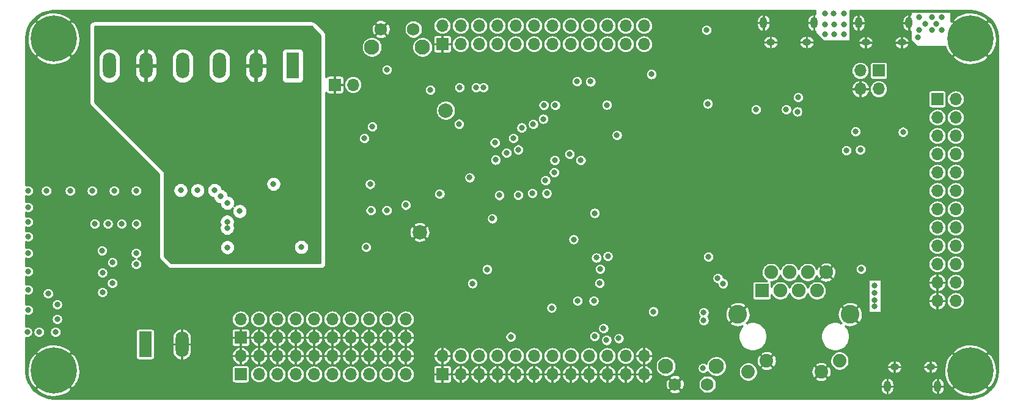
<source format=gbr>
G04 #@! TF.GenerationSoftware,KiCad,Pcbnew,(5.1.2)-1*
G04 #@! TF.CreationDate,2019-05-25T18:32:03-03:00*
G04 #@! TF.ProjectId,dragonmanh7,64726167-6f6e-46d6-916e-68372e6b6963,rev?*
G04 #@! TF.SameCoordinates,Original*
G04 #@! TF.FileFunction,Copper,L2,Inr*
G04 #@! TF.FilePolarity,Positive*
%FSLAX46Y46*%
G04 Gerber Fmt 4.6, Leading zero omitted, Abs format (unit mm)*
G04 Created by KiCad (PCBNEW (5.1.2)-1) date 2019-05-25 18:32:03*
%MOMM*%
%LPD*%
G04 APERTURE LIST*
%ADD10R,1.800000X3.600000*%
%ADD11O,1.800000X3.600000*%
%ADD12C,2.100000*%
%ADD13C,1.750000*%
%ADD14C,2.000000*%
%ADD15R,1.700000X1.700000*%
%ADD16O,1.700000X1.700000*%
%ADD17O,1.000000X1.550000*%
%ADD18O,1.250000X0.950000*%
%ADD19R,1.900000X1.900000*%
%ADD20C,1.900000*%
%ADD21C,1.890000*%
%ADD22C,2.600000*%
%ADD23C,0.800000*%
%ADD24C,6.400000*%
%ADD25C,0.254000*%
G04 APERTURE END LIST*
D10*
X75681840Y-74591820D03*
D11*
X80761840Y-74591820D03*
D10*
X96105980Y-36019740D03*
D11*
X91025980Y-36019740D03*
X85945980Y-36019740D03*
X80865980Y-36019740D03*
X75785980Y-36019740D03*
X70705980Y-36019740D03*
D12*
X147810940Y-77657160D03*
D13*
X149070940Y-80147160D03*
X153570940Y-80147160D03*
D12*
X154820940Y-77657160D03*
X114101160Y-33457680D03*
D13*
X112841160Y-30967680D03*
X108341160Y-30967680D03*
D12*
X107091160Y-33457680D03*
D14*
X113713260Y-59067700D03*
X117304820Y-42224960D03*
D15*
X116840000Y-33020000D03*
D16*
X116840000Y-30480000D03*
X119380000Y-33020000D03*
X119380000Y-30480000D03*
X121920000Y-33020000D03*
X121920000Y-30480000D03*
X124460000Y-33020000D03*
X124460000Y-30480000D03*
X127000000Y-33020000D03*
X127000000Y-30480000D03*
X129540000Y-33020000D03*
X129540000Y-30480000D03*
X132080000Y-33020000D03*
X132080000Y-30480000D03*
X134620000Y-33020000D03*
X134620000Y-30480000D03*
X137160000Y-33020000D03*
X137160000Y-30480000D03*
X139700000Y-33020000D03*
X139700000Y-30480000D03*
X142240000Y-33020000D03*
X142240000Y-30480000D03*
X144780000Y-33020000D03*
X144780000Y-30480000D03*
D17*
X174503200Y-30091400D03*
X181503200Y-30091400D03*
D18*
X180503200Y-32791400D03*
X175503200Y-32791400D03*
D17*
X185491000Y-80424000D03*
X178491000Y-80424000D03*
D18*
X179491000Y-77724000D03*
X184491000Y-77724000D03*
D17*
X161346000Y-30066000D03*
X168346000Y-30066000D03*
D18*
X167346000Y-32766000D03*
X162346000Y-32766000D03*
D19*
X161112200Y-67170300D03*
D20*
X162382200Y-64630300D03*
X163652200Y-67170300D03*
X164922200Y-64630300D03*
X166192200Y-67170300D03*
X167462200Y-64630300D03*
X168732200Y-67170300D03*
X170002200Y-64630300D03*
D21*
X171882200Y-76890300D03*
X169342200Y-78410300D03*
X161772200Y-76890300D03*
X159232200Y-78410300D03*
D22*
X157782200Y-70460300D03*
X173332200Y-70460300D03*
D15*
X88900000Y-78740000D03*
D16*
X88900000Y-76200000D03*
X91440000Y-78740000D03*
X91440000Y-76200000D03*
X93980000Y-78740000D03*
X93980000Y-76200000D03*
X96520000Y-78740000D03*
X96520000Y-76200000D03*
X99060000Y-78740000D03*
X99060000Y-76200000D03*
X101600000Y-78740000D03*
X101600000Y-76200000D03*
X104140000Y-78740000D03*
X104140000Y-76200000D03*
X106680000Y-78740000D03*
X106680000Y-76200000D03*
X109220000Y-78740000D03*
X109220000Y-76200000D03*
X111760000Y-78740000D03*
X111760000Y-76200000D03*
D15*
X88900000Y-73660000D03*
D16*
X88900000Y-71120000D03*
X91440000Y-73660000D03*
X91440000Y-71120000D03*
X93980000Y-73660000D03*
X93980000Y-71120000D03*
X96520000Y-73660000D03*
X96520000Y-71120000D03*
X99060000Y-73660000D03*
X99060000Y-71120000D03*
X101600000Y-73660000D03*
X101600000Y-71120000D03*
X104140000Y-73660000D03*
X104140000Y-71120000D03*
X106680000Y-73660000D03*
X106680000Y-71120000D03*
X109220000Y-73660000D03*
X109220000Y-71120000D03*
X111760000Y-73660000D03*
X111760000Y-71120000D03*
D15*
X101942900Y-38658800D03*
D16*
X104482900Y-38658800D03*
D15*
X177302160Y-36695380D03*
D16*
X177302160Y-39235380D03*
X174762160Y-36695380D03*
X174762160Y-39235380D03*
D15*
X116840000Y-78740000D03*
D16*
X116840000Y-76200000D03*
X119380000Y-78740000D03*
X119380000Y-76200000D03*
X121920000Y-78740000D03*
X121920000Y-76200000D03*
X124460000Y-78740000D03*
X124460000Y-76200000D03*
X127000000Y-78740000D03*
X127000000Y-76200000D03*
X129540000Y-78740000D03*
X129540000Y-76200000D03*
X132080000Y-78740000D03*
X132080000Y-76200000D03*
X134620000Y-78740000D03*
X134620000Y-76200000D03*
X137160000Y-78740000D03*
X137160000Y-76200000D03*
X139700000Y-78740000D03*
X139700000Y-76200000D03*
X142240000Y-78740000D03*
X142240000Y-76200000D03*
X144780000Y-78740000D03*
X144780000Y-76200000D03*
X187960000Y-68580000D03*
X185420000Y-68580000D03*
X187960000Y-66040000D03*
X185420000Y-66040000D03*
X187960000Y-63500000D03*
X185420000Y-63500000D03*
X187960000Y-60960000D03*
X185420000Y-60960000D03*
X187960000Y-58420000D03*
X185420000Y-58420000D03*
X187960000Y-55880000D03*
X185420000Y-55880000D03*
X187960000Y-53340000D03*
X185420000Y-53340000D03*
X187960000Y-50800000D03*
X185420000Y-50800000D03*
X187960000Y-48260000D03*
X185420000Y-48260000D03*
X187960000Y-45720000D03*
X185420000Y-45720000D03*
X187960000Y-43180000D03*
X185420000Y-43180000D03*
X187960000Y-40640000D03*
D15*
X185420000Y-40640000D03*
D23*
X61294944Y-33955056D03*
X62992000Y-34658000D03*
X64689056Y-33955056D03*
X65392000Y-32258000D03*
X64689056Y-30560944D03*
X62992000Y-29858000D03*
X61294944Y-30560944D03*
X60592000Y-32258000D03*
D24*
X62992000Y-32258000D03*
X62992000Y-78232000D03*
D23*
X65392000Y-78232000D03*
X64689056Y-79929056D03*
X62992000Y-80632000D03*
X61294944Y-79929056D03*
X60592000Y-78232000D03*
X61294944Y-76534944D03*
X62992000Y-75832000D03*
X64689056Y-76534944D03*
X188294944Y-33955056D03*
X189992000Y-34658000D03*
X191689056Y-33955056D03*
X192392000Y-32258000D03*
X191689056Y-30560944D03*
X189992000Y-29858000D03*
X188294944Y-30560944D03*
X187592000Y-32258000D03*
D24*
X189992000Y-32258000D03*
X189992000Y-78232000D03*
D23*
X192392000Y-78232000D03*
X191689056Y-79929056D03*
X189992000Y-80632000D03*
X188294944Y-79929056D03*
X187592000Y-78232000D03*
X188294944Y-76534944D03*
X189992000Y-75832000D03*
X191689056Y-76534944D03*
X146080480Y-70073280D03*
X137967720Y-56436260D03*
X139629611Y-41456185D03*
X106293920Y-61153040D03*
X124741940Y-53964840D03*
X131993640Y-69565520D03*
X109166660Y-36558220D03*
X68684140Y-57914540D03*
X70520560Y-57914540D03*
X72425560Y-57937400D03*
X74442320Y-57942480D03*
X71120000Y-66116200D03*
X69761100Y-64693800D03*
X71132700Y-63271400D03*
X69697600Y-61620400D03*
X74422000Y-53340000D03*
X74422000Y-63500000D03*
X74422000Y-61976000D03*
X61976000Y-53340000D03*
X59436000Y-53340000D03*
X68326000Y-53340000D03*
X71374000Y-53340000D03*
X65278000Y-53340000D03*
X59349000Y-72898000D03*
X59436000Y-61976000D03*
X59436000Y-57658000D03*
X59436000Y-67056000D03*
X59436000Y-64516000D03*
X59436000Y-69850000D03*
X59436000Y-59690000D03*
X59436000Y-55626000D03*
X63246000Y-72898000D03*
X63497420Y-69085420D03*
X63497420Y-71117420D03*
X60960000Y-72898000D03*
X62230000Y-67564000D03*
X106845098Y-52438300D03*
X137831260Y-68569140D03*
X135582420Y-68582300D03*
X153451560Y-31074360D03*
X111770160Y-55316120D03*
X122547620Y-39024800D03*
X121513360Y-39024800D03*
X119220220Y-39032420D03*
X123766080Y-57190140D03*
X69761100Y-67386200D03*
X115189000Y-39370000D03*
X124124720Y-46682662D03*
X120629440Y-51516040D03*
X174086398Y-45151160D03*
X166030750Y-42384980D03*
X153629360Y-41287700D03*
X180670200Y-45189140D03*
X117302280Y-46548040D03*
X135590280Y-53901340D03*
X124035820Y-45587920D03*
X148778200Y-71015860D03*
X148778200Y-73019920D03*
X141183360Y-69319140D03*
X137021094Y-42568970D03*
X141607540Y-39616140D03*
X143809720Y-39601140D03*
X137190480Y-59174620D03*
X119265700Y-54477920D03*
X103359504Y-42679482D03*
X130136900Y-69598540D03*
X181838600Y-64231520D03*
X141043660Y-61882020D03*
X69446140Y-56007000D03*
X67688460Y-55039260D03*
X67818000Y-61976000D03*
X67830700Y-67297300D03*
X65405000Y-63982600D03*
X67840620Y-64747380D03*
X68732400Y-64744600D03*
X66506720Y-65065280D03*
X123451620Y-55694580D03*
X134414260Y-71645780D03*
X135600200Y-70457300D03*
X136624060Y-71513700D03*
X141433360Y-72728900D03*
X150746460Y-65173860D03*
X149563060Y-63200520D03*
X155646120Y-31074360D03*
X160378140Y-38580060D03*
X160957260Y-39540180D03*
X167640000Y-60764420D03*
X168750692Y-60811968D03*
X110454440Y-48780700D03*
X111749840Y-53022500D03*
X122512060Y-37149800D03*
X121531620Y-37149800D03*
X119204980Y-37157420D03*
X69189600Y-68707000D03*
X66522600Y-64058800D03*
X66522600Y-63042800D03*
X65405000Y-63093600D03*
X106849760Y-48378960D03*
X101269800Y-44729400D03*
X104835960Y-41221660D03*
X175921722Y-46134673D03*
X124180600Y-50990500D03*
X109743000Y-42911000D03*
X109093000Y-45085000D03*
X119413020Y-41744900D03*
X128135380Y-62501780D03*
X150749000Y-61386720D03*
X67256660Y-50591720D03*
X166032180Y-44404280D03*
X192529260Y-57061100D03*
X102943660Y-53533040D03*
X110185200Y-61023500D03*
X155501340Y-41292780D03*
X180710840Y-47155100D03*
X122384820Y-60111640D03*
X102704900Y-57685940D03*
X179120804Y-40259000D03*
X138653520Y-66146680D03*
X121032110Y-66174665D03*
X138709400Y-64160400D03*
X123058389Y-64231059D03*
X137937670Y-73484310D03*
X126329440Y-73553320D03*
X139174913Y-72377796D03*
X135041640Y-60078620D03*
X138176000Y-62611000D03*
X139603480Y-74033380D03*
X141287492Y-73787000D03*
X139776198Y-62382400D03*
X106941620Y-56073040D03*
X109141260Y-56062880D03*
X125737620Y-48107600D03*
X141038580Y-45633640D03*
X153723340Y-62478920D03*
X172819074Y-47751160D03*
X174752000Y-47650400D03*
X160294320Y-42092880D03*
X164495480Y-42097960D03*
X145806160Y-37203380D03*
X166141400Y-40411400D03*
X176735740Y-66438780D03*
X176735740Y-69347080D03*
X176735740Y-67497960D03*
X176735740Y-68473320D03*
X182753000Y-32131000D03*
X184658000Y-31115000D03*
X184658000Y-29337000D03*
X182880000Y-31115000D03*
X182880000Y-29337000D03*
X183769000Y-30226000D03*
X186055000Y-31115000D03*
X186055000Y-29337000D03*
X185293000Y-30226000D03*
X171173140Y-31635700D03*
X172509180Y-31635700D03*
X169857420Y-31658560D03*
X169903140Y-28829000D03*
X172509180Y-28806140D03*
X171084240Y-28829000D03*
X171173140Y-30299660D03*
X172486320Y-30276800D03*
X169857420Y-30276800D03*
X107155979Y-44450000D03*
X106056186Y-46084941D03*
X153055320Y-71264000D03*
X153055320Y-70214000D03*
X155755732Y-66182632D03*
X155013268Y-65440168D03*
X174876460Y-64190880D03*
X130822700Y-43402511D03*
X129443480Y-44127511D03*
X127835660Y-44594780D03*
X126682500Y-46073060D03*
X127370840Y-47645320D03*
X119171720Y-44091860D03*
X116476780Y-53784500D03*
X124218700Y-49055020D03*
X127351370Y-53952990D03*
X129313938Y-53662580D03*
X131307840Y-53710840D03*
X131135120Y-51925220D03*
X132341620Y-50787300D03*
X132417820Y-49095660D03*
X134495540Y-48280320D03*
X136032240Y-49096228D03*
X137388600Y-38227000D03*
X135518740Y-38210376D03*
X132483860Y-41502490D03*
X130900010Y-41471680D03*
X97403920Y-53540660D03*
X84879180Y-57967880D03*
X81922620Y-57937400D03*
X83365340Y-57937400D03*
X89916000Y-61087000D03*
X92146120Y-49425860D03*
X98191320Y-42169080D03*
X85217000Y-51434998D03*
X80645000Y-51435000D03*
X97309940Y-61153040D03*
X93451680Y-52392580D03*
X80601820Y-53266340D03*
X82931240Y-53284360D03*
X85298520Y-53276740D03*
X86144100Y-54122320D03*
X87049360Y-55027580D03*
X87039200Y-57629040D03*
X87039200Y-58497720D03*
X88767920Y-56164480D03*
X87068660Y-61188600D03*
X152976580Y-77896720D03*
D25*
G36*
X168529000Y-28883584D02*
G01*
X168513687Y-28879292D01*
X168369000Y-28971073D01*
X168369000Y-30043000D01*
X168389000Y-30043000D01*
X168389000Y-30089000D01*
X168369000Y-30089000D01*
X168369000Y-31160927D01*
X168513687Y-31252708D01*
X168529000Y-31248416D01*
X168529000Y-31496000D01*
X168531440Y-31520776D01*
X168538667Y-31544601D01*
X168550403Y-31566557D01*
X168566197Y-31585803D01*
X169582197Y-32601803D01*
X169601443Y-32617597D01*
X169623399Y-32629333D01*
X169647224Y-32636560D01*
X169672000Y-32639000D01*
X173228000Y-32639000D01*
X173252776Y-32636560D01*
X173276601Y-32629333D01*
X173279796Y-32627625D01*
X174466193Y-32627625D01*
X174558283Y-32768400D01*
X175480200Y-32768400D01*
X175480200Y-31889400D01*
X175526200Y-31889400D01*
X175526200Y-32768400D01*
X176448117Y-32768400D01*
X176540207Y-32627625D01*
X179466193Y-32627625D01*
X179558283Y-32768400D01*
X180480200Y-32768400D01*
X180480200Y-31889400D01*
X180526200Y-31889400D01*
X180526200Y-32768400D01*
X181448117Y-32768400D01*
X181540207Y-32627625D01*
X181495341Y-32467469D01*
X181415964Y-32309400D01*
X181307274Y-32169854D01*
X181173448Y-32054193D01*
X181019630Y-31966863D01*
X180851730Y-31911219D01*
X180676200Y-31889400D01*
X180526200Y-31889400D01*
X180480200Y-31889400D01*
X180330200Y-31889400D01*
X180154670Y-31911219D01*
X179986770Y-31966863D01*
X179832952Y-32054193D01*
X179699126Y-32169854D01*
X179590436Y-32309400D01*
X179511059Y-32467469D01*
X179466193Y-32627625D01*
X176540207Y-32627625D01*
X176495341Y-32467469D01*
X176415964Y-32309400D01*
X176307274Y-32169854D01*
X176173448Y-32054193D01*
X176019630Y-31966863D01*
X175851730Y-31911219D01*
X175676200Y-31889400D01*
X175526200Y-31889400D01*
X175480200Y-31889400D01*
X175330200Y-31889400D01*
X175154670Y-31911219D01*
X174986770Y-31966863D01*
X174832952Y-32054193D01*
X174699126Y-32169854D01*
X174590436Y-32309400D01*
X174511059Y-32467469D01*
X174466193Y-32627625D01*
X173279796Y-32627625D01*
X173298557Y-32617597D01*
X173317803Y-32601803D01*
X173333597Y-32582557D01*
X173345333Y-32560601D01*
X173352560Y-32536776D01*
X173355000Y-32512000D01*
X173355000Y-30114400D01*
X173576200Y-30114400D01*
X173576200Y-30389400D01*
X173598499Y-30569807D01*
X173655565Y-30742397D01*
X173745205Y-30900538D01*
X173863975Y-31038152D01*
X174007310Y-31149951D01*
X174169702Y-31231639D01*
X174335513Y-31278108D01*
X174480200Y-31186327D01*
X174480200Y-30114400D01*
X174526200Y-30114400D01*
X174526200Y-31186327D01*
X174670887Y-31278108D01*
X174836698Y-31231639D01*
X174999090Y-31149951D01*
X175142425Y-31038152D01*
X175261195Y-30900538D01*
X175350835Y-30742397D01*
X175407901Y-30569807D01*
X175430200Y-30389400D01*
X175430200Y-30114400D01*
X180576200Y-30114400D01*
X180576200Y-30389400D01*
X180598499Y-30569807D01*
X180655565Y-30742397D01*
X180745205Y-30900538D01*
X180863975Y-31038152D01*
X181007310Y-31149951D01*
X181169702Y-31231639D01*
X181335513Y-31278108D01*
X181480200Y-31186327D01*
X181480200Y-30114400D01*
X180576200Y-30114400D01*
X175430200Y-30114400D01*
X174526200Y-30114400D01*
X174480200Y-30114400D01*
X173576200Y-30114400D01*
X173355000Y-30114400D01*
X173355000Y-29793400D01*
X173576200Y-29793400D01*
X173576200Y-30068400D01*
X174480200Y-30068400D01*
X174480200Y-28996473D01*
X174526200Y-28996473D01*
X174526200Y-30068400D01*
X175430200Y-30068400D01*
X175430200Y-29793400D01*
X180576200Y-29793400D01*
X180576200Y-30068400D01*
X181480200Y-30068400D01*
X181480200Y-28996473D01*
X181526200Y-28996473D01*
X181526200Y-30068400D01*
X181546200Y-30068400D01*
X181546200Y-30114400D01*
X181526200Y-30114400D01*
X181526200Y-31186327D01*
X181670887Y-31278108D01*
X181737000Y-31259580D01*
X181737000Y-32512000D01*
X181739440Y-32536776D01*
X181746667Y-32560601D01*
X181758403Y-32582557D01*
X181774197Y-32601803D01*
X182536197Y-33363803D01*
X182555443Y-33379597D01*
X182577399Y-33391333D01*
X182601224Y-33398560D01*
X182626000Y-33401000D01*
X186543268Y-33401000D01*
X186580744Y-33540994D01*
X186896591Y-34181845D01*
X187030037Y-34381562D01*
X187474187Y-34743286D01*
X189959473Y-32258000D01*
X190024527Y-32258000D01*
X192509813Y-34743286D01*
X192953963Y-34381562D01*
X193311336Y-33762908D01*
X193541149Y-33086422D01*
X193634570Y-32378099D01*
X193588009Y-31665161D01*
X193403256Y-30975006D01*
X193087409Y-30334155D01*
X192953963Y-30134438D01*
X192509813Y-29772714D01*
X190024527Y-32258000D01*
X189959473Y-32258000D01*
X187474187Y-29772714D01*
X187325000Y-29894215D01*
X187325000Y-29740187D01*
X187506714Y-29740187D01*
X189992000Y-32225473D01*
X192477286Y-29740187D01*
X192115562Y-29296037D01*
X191496908Y-28938664D01*
X190820422Y-28708851D01*
X190112099Y-28615430D01*
X189399161Y-28661991D01*
X188709006Y-28846744D01*
X188068155Y-29162591D01*
X187868438Y-29296037D01*
X187506714Y-29740187D01*
X187325000Y-29740187D01*
X187325000Y-28702000D01*
X187322560Y-28677224D01*
X187315333Y-28653399D01*
X187303597Y-28631443D01*
X187287803Y-28612197D01*
X187268557Y-28596403D01*
X187246601Y-28584667D01*
X187222776Y-28577440D01*
X187198000Y-28575000D01*
X186227442Y-28575000D01*
X186131922Y-28556000D01*
X185978078Y-28556000D01*
X185882558Y-28575000D01*
X184830442Y-28575000D01*
X184734922Y-28556000D01*
X184581078Y-28556000D01*
X184485558Y-28575000D01*
X183052442Y-28575000D01*
X182956922Y-28556000D01*
X182803078Y-28556000D01*
X182707558Y-28575000D01*
X181864000Y-28575000D01*
X181839224Y-28577440D01*
X181815399Y-28584667D01*
X181793443Y-28596403D01*
X181774197Y-28612197D01*
X181758403Y-28631443D01*
X181746667Y-28653399D01*
X181739440Y-28677224D01*
X181737000Y-28702000D01*
X181737000Y-28923220D01*
X181670887Y-28904692D01*
X181526200Y-28996473D01*
X181480200Y-28996473D01*
X181335513Y-28904692D01*
X181169702Y-28951161D01*
X181007310Y-29032849D01*
X180863975Y-29144648D01*
X180745205Y-29282262D01*
X180655565Y-29440403D01*
X180598499Y-29612993D01*
X180576200Y-29793400D01*
X175430200Y-29793400D01*
X175407901Y-29612993D01*
X175350835Y-29440403D01*
X175261195Y-29282262D01*
X175142425Y-29144648D01*
X174999090Y-29032849D01*
X174836698Y-28951161D01*
X174670887Y-28904692D01*
X174526200Y-28996473D01*
X174480200Y-28996473D01*
X174335513Y-28904692D01*
X174169702Y-28951161D01*
X174007310Y-29032849D01*
X173863975Y-29144648D01*
X173745205Y-29282262D01*
X173655565Y-29440403D01*
X173598499Y-29612993D01*
X173576200Y-29793400D01*
X173355000Y-29793400D01*
X173355000Y-28396000D01*
X189970293Y-28396000D01*
X190721898Y-28467709D01*
X191425452Y-28674109D01*
X192077292Y-29009829D01*
X192653882Y-29462747D01*
X193134429Y-30016529D01*
X193501589Y-30651189D01*
X193742111Y-31343824D01*
X193849648Y-32085490D01*
X193854000Y-32263576D01*
X193854001Y-78210282D01*
X193782291Y-78961898D01*
X193575890Y-79665452D01*
X193240172Y-80317290D01*
X192787253Y-80893882D01*
X192233471Y-81374429D01*
X191598814Y-81741588D01*
X190906181Y-81982110D01*
X190164510Y-82089648D01*
X189986424Y-82094000D01*
X63013708Y-82094000D01*
X62262102Y-82022291D01*
X61558548Y-81815890D01*
X60906710Y-81480172D01*
X60330118Y-81027253D01*
X60089369Y-80749813D01*
X60506714Y-80749813D01*
X60868438Y-81193963D01*
X61487092Y-81551336D01*
X62163578Y-81781149D01*
X62871901Y-81874570D01*
X63584839Y-81828009D01*
X64274994Y-81643256D01*
X64915845Y-81327409D01*
X65115562Y-81193963D01*
X65263029Y-81012892D01*
X148237735Y-81012892D01*
X148320666Y-81218952D01*
X148544179Y-81344729D01*
X148787935Y-81424484D01*
X149042567Y-81455152D01*
X149298288Y-81435555D01*
X149545274Y-81366445D01*
X149774030Y-81250479D01*
X149821214Y-81218952D01*
X149904145Y-81012892D01*
X149070940Y-80179687D01*
X148237735Y-81012892D01*
X65263029Y-81012892D01*
X65477286Y-80749813D01*
X62992000Y-78264527D01*
X60506714Y-80749813D01*
X60089369Y-80749813D01*
X59849571Y-80473471D01*
X59482412Y-79838814D01*
X59241890Y-79146181D01*
X59134352Y-78404510D01*
X59130000Y-78226424D01*
X59130000Y-78111901D01*
X59349430Y-78111901D01*
X59395991Y-78824839D01*
X59580744Y-79514994D01*
X59896591Y-80155845D01*
X60030037Y-80355562D01*
X60474187Y-80717286D01*
X62959473Y-78232000D01*
X63024527Y-78232000D01*
X65509813Y-80717286D01*
X65953963Y-80355562D01*
X66090738Y-80118787D01*
X147762948Y-80118787D01*
X147782545Y-80374508D01*
X147851655Y-80621494D01*
X147967621Y-80850250D01*
X147999148Y-80897434D01*
X148205208Y-80980365D01*
X149038413Y-80147160D01*
X149103467Y-80147160D01*
X149936672Y-80980365D01*
X150142732Y-80897434D01*
X150268509Y-80673921D01*
X150348264Y-80430165D01*
X150378932Y-80175533D01*
X150367278Y-80023455D01*
X152314940Y-80023455D01*
X152314940Y-80270865D01*
X152363208Y-80513522D01*
X152457887Y-80742099D01*
X152595341Y-80947813D01*
X152770287Y-81122759D01*
X152976001Y-81260213D01*
X153204578Y-81354892D01*
X153447235Y-81403160D01*
X153694645Y-81403160D01*
X153937302Y-81354892D01*
X154165879Y-81260213D01*
X154371593Y-81122759D01*
X154546539Y-80947813D01*
X154683993Y-80742099D01*
X154778672Y-80513522D01*
X154791904Y-80447000D01*
X177564000Y-80447000D01*
X177564000Y-80722000D01*
X177586299Y-80902407D01*
X177643365Y-81074997D01*
X177733005Y-81233138D01*
X177851775Y-81370752D01*
X177995110Y-81482551D01*
X178157502Y-81564239D01*
X178323313Y-81610708D01*
X178468000Y-81518927D01*
X178468000Y-80447000D01*
X178514000Y-80447000D01*
X178514000Y-81518927D01*
X178658687Y-81610708D01*
X178824498Y-81564239D01*
X178986890Y-81482551D01*
X179130225Y-81370752D01*
X179248995Y-81233138D01*
X179338635Y-81074997D01*
X179395701Y-80902407D01*
X179418000Y-80722000D01*
X179418000Y-80447000D01*
X184564000Y-80447000D01*
X184564000Y-80722000D01*
X184586299Y-80902407D01*
X184643365Y-81074997D01*
X184733005Y-81233138D01*
X184851775Y-81370752D01*
X184995110Y-81482551D01*
X185157502Y-81564239D01*
X185323313Y-81610708D01*
X185468000Y-81518927D01*
X185468000Y-80447000D01*
X185514000Y-80447000D01*
X185514000Y-81518927D01*
X185658687Y-81610708D01*
X185824498Y-81564239D01*
X185986890Y-81482551D01*
X186130225Y-81370752D01*
X186248995Y-81233138D01*
X186338635Y-81074997D01*
X186395701Y-80902407D01*
X186414562Y-80749813D01*
X187506714Y-80749813D01*
X187868438Y-81193963D01*
X188487092Y-81551336D01*
X189163578Y-81781149D01*
X189871901Y-81874570D01*
X190584839Y-81828009D01*
X191274994Y-81643256D01*
X191915845Y-81327409D01*
X192115562Y-81193963D01*
X192477286Y-80749813D01*
X189992000Y-78264527D01*
X187506714Y-80749813D01*
X186414562Y-80749813D01*
X186418000Y-80722000D01*
X186418000Y-80447000D01*
X185514000Y-80447000D01*
X185468000Y-80447000D01*
X184564000Y-80447000D01*
X179418000Y-80447000D01*
X178514000Y-80447000D01*
X178468000Y-80447000D01*
X177564000Y-80447000D01*
X154791904Y-80447000D01*
X154826940Y-80270865D01*
X154826940Y-80126000D01*
X177564000Y-80126000D01*
X177564000Y-80401000D01*
X178468000Y-80401000D01*
X178468000Y-79329073D01*
X178514000Y-79329073D01*
X178514000Y-80401000D01*
X179418000Y-80401000D01*
X179418000Y-80126000D01*
X184564000Y-80126000D01*
X184564000Y-80401000D01*
X185468000Y-80401000D01*
X185468000Y-79329073D01*
X185514000Y-79329073D01*
X185514000Y-80401000D01*
X186418000Y-80401000D01*
X186418000Y-80126000D01*
X186395701Y-79945593D01*
X186338635Y-79773003D01*
X186248995Y-79614862D01*
X186130225Y-79477248D01*
X185986890Y-79365449D01*
X185824498Y-79283761D01*
X185658687Y-79237292D01*
X185514000Y-79329073D01*
X185468000Y-79329073D01*
X185323313Y-79237292D01*
X185157502Y-79283761D01*
X184995110Y-79365449D01*
X184851775Y-79477248D01*
X184733005Y-79614862D01*
X184643365Y-79773003D01*
X184586299Y-79945593D01*
X184564000Y-80126000D01*
X179418000Y-80126000D01*
X179395701Y-79945593D01*
X179338635Y-79773003D01*
X179248995Y-79614862D01*
X179130225Y-79477248D01*
X178986890Y-79365449D01*
X178824498Y-79283761D01*
X178658687Y-79237292D01*
X178514000Y-79329073D01*
X178468000Y-79329073D01*
X178323313Y-79237292D01*
X178157502Y-79283761D01*
X177995110Y-79365449D01*
X177851775Y-79477248D01*
X177733005Y-79614862D01*
X177643365Y-79773003D01*
X177586299Y-79945593D01*
X177564000Y-80126000D01*
X154826940Y-80126000D01*
X154826940Y-80023455D01*
X154778672Y-79780798D01*
X154683993Y-79552221D01*
X154546539Y-79346507D01*
X154371593Y-79171561D01*
X154165879Y-79034107D01*
X153937302Y-78939428D01*
X153694645Y-78891160D01*
X153447235Y-78891160D01*
X153204578Y-78939428D01*
X152976001Y-79034107D01*
X152770287Y-79171561D01*
X152595341Y-79346507D01*
X152457887Y-79552221D01*
X152363208Y-79780798D01*
X152314940Y-80023455D01*
X150367278Y-80023455D01*
X150359335Y-79919812D01*
X150290225Y-79672826D01*
X150174259Y-79444070D01*
X150142732Y-79396886D01*
X149936672Y-79313955D01*
X149103467Y-80147160D01*
X149038413Y-80147160D01*
X148205208Y-79313955D01*
X147999148Y-79396886D01*
X147873371Y-79620399D01*
X147793616Y-79864155D01*
X147762948Y-80118787D01*
X66090738Y-80118787D01*
X66311336Y-79736908D01*
X66541149Y-79060422D01*
X66634570Y-78352099D01*
X66604391Y-77890000D01*
X87667157Y-77890000D01*
X87667157Y-79590000D01*
X87674513Y-79664689D01*
X87696299Y-79736508D01*
X87731678Y-79802696D01*
X87779289Y-79860711D01*
X87837304Y-79908322D01*
X87903492Y-79943701D01*
X87975311Y-79965487D01*
X88050000Y-79972843D01*
X89750000Y-79972843D01*
X89824689Y-79965487D01*
X89896508Y-79943701D01*
X89962696Y-79908322D01*
X90020711Y-79860711D01*
X90068322Y-79802696D01*
X90103701Y-79736508D01*
X90125487Y-79664689D01*
X90132843Y-79590000D01*
X90132843Y-78740000D01*
X90203044Y-78740000D01*
X90226812Y-78981318D01*
X90297202Y-79213363D01*
X90411509Y-79427216D01*
X90565340Y-79614660D01*
X90752784Y-79768491D01*
X90966637Y-79882798D01*
X91198682Y-79953188D01*
X91379528Y-79971000D01*
X91500472Y-79971000D01*
X91681318Y-79953188D01*
X91913363Y-79882798D01*
X92127216Y-79768491D01*
X92314660Y-79614660D01*
X92468491Y-79427216D01*
X92582798Y-79213363D01*
X92653188Y-78981318D01*
X92676956Y-78740000D01*
X92743044Y-78740000D01*
X92766812Y-78981318D01*
X92837202Y-79213363D01*
X92951509Y-79427216D01*
X93105340Y-79614660D01*
X93292784Y-79768491D01*
X93506637Y-79882798D01*
X93738682Y-79953188D01*
X93919528Y-79971000D01*
X94040472Y-79971000D01*
X94221318Y-79953188D01*
X94453363Y-79882798D01*
X94667216Y-79768491D01*
X94854660Y-79614660D01*
X95008491Y-79427216D01*
X95122798Y-79213363D01*
X95193188Y-78981318D01*
X95216956Y-78740000D01*
X95283044Y-78740000D01*
X95306812Y-78981318D01*
X95377202Y-79213363D01*
X95491509Y-79427216D01*
X95645340Y-79614660D01*
X95832784Y-79768491D01*
X96046637Y-79882798D01*
X96278682Y-79953188D01*
X96459528Y-79971000D01*
X96580472Y-79971000D01*
X96761318Y-79953188D01*
X96993363Y-79882798D01*
X97207216Y-79768491D01*
X97394660Y-79614660D01*
X97548491Y-79427216D01*
X97662798Y-79213363D01*
X97733188Y-78981318D01*
X97756956Y-78740000D01*
X97823044Y-78740000D01*
X97846812Y-78981318D01*
X97917202Y-79213363D01*
X98031509Y-79427216D01*
X98185340Y-79614660D01*
X98372784Y-79768491D01*
X98586637Y-79882798D01*
X98818682Y-79953188D01*
X98999528Y-79971000D01*
X99120472Y-79971000D01*
X99301318Y-79953188D01*
X99533363Y-79882798D01*
X99747216Y-79768491D01*
X99934660Y-79614660D01*
X100088491Y-79427216D01*
X100202798Y-79213363D01*
X100273188Y-78981318D01*
X100296956Y-78740000D01*
X100363044Y-78740000D01*
X100386812Y-78981318D01*
X100457202Y-79213363D01*
X100571509Y-79427216D01*
X100725340Y-79614660D01*
X100912784Y-79768491D01*
X101126637Y-79882798D01*
X101358682Y-79953188D01*
X101539528Y-79971000D01*
X101660472Y-79971000D01*
X101841318Y-79953188D01*
X102073363Y-79882798D01*
X102287216Y-79768491D01*
X102474660Y-79614660D01*
X102628491Y-79427216D01*
X102742798Y-79213363D01*
X102813188Y-78981318D01*
X102836956Y-78740000D01*
X102903044Y-78740000D01*
X102926812Y-78981318D01*
X102997202Y-79213363D01*
X103111509Y-79427216D01*
X103265340Y-79614660D01*
X103452784Y-79768491D01*
X103666637Y-79882798D01*
X103898682Y-79953188D01*
X104079528Y-79971000D01*
X104200472Y-79971000D01*
X104381318Y-79953188D01*
X104613363Y-79882798D01*
X104827216Y-79768491D01*
X105014660Y-79614660D01*
X105168491Y-79427216D01*
X105282798Y-79213363D01*
X105353188Y-78981318D01*
X105376956Y-78740000D01*
X105443044Y-78740000D01*
X105466812Y-78981318D01*
X105537202Y-79213363D01*
X105651509Y-79427216D01*
X105805340Y-79614660D01*
X105992784Y-79768491D01*
X106206637Y-79882798D01*
X106438682Y-79953188D01*
X106619528Y-79971000D01*
X106740472Y-79971000D01*
X106921318Y-79953188D01*
X107153363Y-79882798D01*
X107367216Y-79768491D01*
X107554660Y-79614660D01*
X107708491Y-79427216D01*
X107822798Y-79213363D01*
X107893188Y-78981318D01*
X107916956Y-78740000D01*
X107983044Y-78740000D01*
X108006812Y-78981318D01*
X108077202Y-79213363D01*
X108191509Y-79427216D01*
X108345340Y-79614660D01*
X108532784Y-79768491D01*
X108746637Y-79882798D01*
X108978682Y-79953188D01*
X109159528Y-79971000D01*
X109280472Y-79971000D01*
X109461318Y-79953188D01*
X109693363Y-79882798D01*
X109907216Y-79768491D01*
X110094660Y-79614660D01*
X110248491Y-79427216D01*
X110362798Y-79213363D01*
X110433188Y-78981318D01*
X110456956Y-78740000D01*
X110523044Y-78740000D01*
X110546812Y-78981318D01*
X110617202Y-79213363D01*
X110731509Y-79427216D01*
X110885340Y-79614660D01*
X111072784Y-79768491D01*
X111286637Y-79882798D01*
X111518682Y-79953188D01*
X111699528Y-79971000D01*
X111820472Y-79971000D01*
X112001318Y-79953188D01*
X112233363Y-79882798D01*
X112447216Y-79768491D01*
X112634660Y-79614660D01*
X112654897Y-79590000D01*
X115560934Y-79590000D01*
X115569178Y-79673707D01*
X115593595Y-79754196D01*
X115633245Y-79828376D01*
X115686605Y-79893395D01*
X115751624Y-79946755D01*
X115825804Y-79986405D01*
X115906293Y-80010822D01*
X115990000Y-80019066D01*
X116710250Y-80017000D01*
X116817000Y-79910250D01*
X116817000Y-78763000D01*
X116863000Y-78763000D01*
X116863000Y-79910250D01*
X116969750Y-80017000D01*
X117690000Y-80019066D01*
X117773707Y-80010822D01*
X117854196Y-79986405D01*
X117928376Y-79946755D01*
X117993395Y-79893395D01*
X118046755Y-79828376D01*
X118086405Y-79754196D01*
X118110822Y-79673707D01*
X118119066Y-79590000D01*
X118117266Y-78962451D01*
X118122523Y-78962451D01*
X118190083Y-79203498D01*
X118303371Y-79426733D01*
X118458033Y-79623578D01*
X118648126Y-79786467D01*
X118866344Y-79909141D01*
X119104302Y-79986886D01*
X119157549Y-79997476D01*
X119357000Y-79910024D01*
X119357000Y-78763000D01*
X119403000Y-78763000D01*
X119403000Y-79910024D01*
X119602451Y-79997476D01*
X119655698Y-79986886D01*
X119893656Y-79909141D01*
X120111874Y-79786467D01*
X120301967Y-79623578D01*
X120456629Y-79426733D01*
X120569917Y-79203498D01*
X120637477Y-78962451D01*
X120662523Y-78962451D01*
X120730083Y-79203498D01*
X120843371Y-79426733D01*
X120998033Y-79623578D01*
X121188126Y-79786467D01*
X121406344Y-79909141D01*
X121644302Y-79986886D01*
X121697549Y-79997476D01*
X121897000Y-79910024D01*
X121897000Y-78763000D01*
X121943000Y-78763000D01*
X121943000Y-79910024D01*
X122142451Y-79997476D01*
X122195698Y-79986886D01*
X122433656Y-79909141D01*
X122651874Y-79786467D01*
X122841967Y-79623578D01*
X122996629Y-79426733D01*
X123109917Y-79203498D01*
X123177477Y-78962451D01*
X123202523Y-78962451D01*
X123270083Y-79203498D01*
X123383371Y-79426733D01*
X123538033Y-79623578D01*
X123728126Y-79786467D01*
X123946344Y-79909141D01*
X124184302Y-79986886D01*
X124237549Y-79997476D01*
X124437000Y-79910024D01*
X124437000Y-78763000D01*
X124483000Y-78763000D01*
X124483000Y-79910024D01*
X124682451Y-79997476D01*
X124735698Y-79986886D01*
X124973656Y-79909141D01*
X125191874Y-79786467D01*
X125381967Y-79623578D01*
X125536629Y-79426733D01*
X125649917Y-79203498D01*
X125717477Y-78962451D01*
X125742523Y-78962451D01*
X125810083Y-79203498D01*
X125923371Y-79426733D01*
X126078033Y-79623578D01*
X126268126Y-79786467D01*
X126486344Y-79909141D01*
X126724302Y-79986886D01*
X126777549Y-79997476D01*
X126977000Y-79910024D01*
X126977000Y-78763000D01*
X127023000Y-78763000D01*
X127023000Y-79910024D01*
X127222451Y-79997476D01*
X127275698Y-79986886D01*
X127513656Y-79909141D01*
X127731874Y-79786467D01*
X127921967Y-79623578D01*
X128076629Y-79426733D01*
X128189917Y-79203498D01*
X128257477Y-78962451D01*
X128282523Y-78962451D01*
X128350083Y-79203498D01*
X128463371Y-79426733D01*
X128618033Y-79623578D01*
X128808126Y-79786467D01*
X129026344Y-79909141D01*
X129264302Y-79986886D01*
X129317549Y-79997476D01*
X129517000Y-79910024D01*
X129517000Y-78763000D01*
X129563000Y-78763000D01*
X129563000Y-79910024D01*
X129762451Y-79997476D01*
X129815698Y-79986886D01*
X130053656Y-79909141D01*
X130271874Y-79786467D01*
X130461967Y-79623578D01*
X130616629Y-79426733D01*
X130729917Y-79203498D01*
X130797477Y-78962451D01*
X130822523Y-78962451D01*
X130890083Y-79203498D01*
X131003371Y-79426733D01*
X131158033Y-79623578D01*
X131348126Y-79786467D01*
X131566344Y-79909141D01*
X131804302Y-79986886D01*
X131857549Y-79997476D01*
X132057000Y-79910024D01*
X132057000Y-78763000D01*
X132103000Y-78763000D01*
X132103000Y-79910024D01*
X132302451Y-79997476D01*
X132355698Y-79986886D01*
X132593656Y-79909141D01*
X132811874Y-79786467D01*
X133001967Y-79623578D01*
X133156629Y-79426733D01*
X133269917Y-79203498D01*
X133337477Y-78962451D01*
X133362523Y-78962451D01*
X133430083Y-79203498D01*
X133543371Y-79426733D01*
X133698033Y-79623578D01*
X133888126Y-79786467D01*
X134106344Y-79909141D01*
X134344302Y-79986886D01*
X134397549Y-79997476D01*
X134597000Y-79910024D01*
X134597000Y-78763000D01*
X134643000Y-78763000D01*
X134643000Y-79910024D01*
X134842451Y-79997476D01*
X134895698Y-79986886D01*
X135133656Y-79909141D01*
X135351874Y-79786467D01*
X135541967Y-79623578D01*
X135696629Y-79426733D01*
X135809917Y-79203498D01*
X135877477Y-78962451D01*
X135902523Y-78962451D01*
X135970083Y-79203498D01*
X136083371Y-79426733D01*
X136238033Y-79623578D01*
X136428126Y-79786467D01*
X136646344Y-79909141D01*
X136884302Y-79986886D01*
X136937549Y-79997476D01*
X137137000Y-79910024D01*
X137137000Y-78763000D01*
X137183000Y-78763000D01*
X137183000Y-79910024D01*
X137382451Y-79997476D01*
X137435698Y-79986886D01*
X137673656Y-79909141D01*
X137891874Y-79786467D01*
X138081967Y-79623578D01*
X138236629Y-79426733D01*
X138349917Y-79203498D01*
X138417477Y-78962451D01*
X138442523Y-78962451D01*
X138510083Y-79203498D01*
X138623371Y-79426733D01*
X138778033Y-79623578D01*
X138968126Y-79786467D01*
X139186344Y-79909141D01*
X139424302Y-79986886D01*
X139477549Y-79997476D01*
X139677000Y-79910024D01*
X139677000Y-78763000D01*
X139723000Y-78763000D01*
X139723000Y-79910024D01*
X139922451Y-79997476D01*
X139975698Y-79986886D01*
X140213656Y-79909141D01*
X140431874Y-79786467D01*
X140621967Y-79623578D01*
X140776629Y-79426733D01*
X140889917Y-79203498D01*
X140957477Y-78962451D01*
X140982523Y-78962451D01*
X141050083Y-79203498D01*
X141163371Y-79426733D01*
X141318033Y-79623578D01*
X141508126Y-79786467D01*
X141726344Y-79909141D01*
X141964302Y-79986886D01*
X142017549Y-79997476D01*
X142217000Y-79910024D01*
X142217000Y-78763000D01*
X142263000Y-78763000D01*
X142263000Y-79910024D01*
X142462451Y-79997476D01*
X142515698Y-79986886D01*
X142753656Y-79909141D01*
X142971874Y-79786467D01*
X143161967Y-79623578D01*
X143316629Y-79426733D01*
X143429917Y-79203498D01*
X143497477Y-78962451D01*
X143522523Y-78962451D01*
X143590083Y-79203498D01*
X143703371Y-79426733D01*
X143858033Y-79623578D01*
X144048126Y-79786467D01*
X144266344Y-79909141D01*
X144504302Y-79986886D01*
X144557549Y-79997476D01*
X144757000Y-79910024D01*
X144757000Y-78763000D01*
X144803000Y-78763000D01*
X144803000Y-79910024D01*
X145002451Y-79997476D01*
X145055698Y-79986886D01*
X145293656Y-79909141D01*
X145511874Y-79786467D01*
X145701967Y-79623578D01*
X145856629Y-79426733D01*
X145930368Y-79281428D01*
X148237735Y-79281428D01*
X149070940Y-80114633D01*
X149904145Y-79281428D01*
X149821214Y-79075368D01*
X149597701Y-78949591D01*
X149353945Y-78869836D01*
X149099313Y-78839168D01*
X148843592Y-78858765D01*
X148596606Y-78927875D01*
X148367850Y-79043841D01*
X148320666Y-79075368D01*
X148237735Y-79281428D01*
X145930368Y-79281428D01*
X145969917Y-79203498D01*
X146037477Y-78962451D01*
X145950044Y-78763000D01*
X144803000Y-78763000D01*
X144757000Y-78763000D01*
X143609956Y-78763000D01*
X143522523Y-78962451D01*
X143497477Y-78962451D01*
X143410044Y-78763000D01*
X142263000Y-78763000D01*
X142217000Y-78763000D01*
X141069956Y-78763000D01*
X140982523Y-78962451D01*
X140957477Y-78962451D01*
X140870044Y-78763000D01*
X139723000Y-78763000D01*
X139677000Y-78763000D01*
X138529956Y-78763000D01*
X138442523Y-78962451D01*
X138417477Y-78962451D01*
X138330044Y-78763000D01*
X137183000Y-78763000D01*
X137137000Y-78763000D01*
X135989956Y-78763000D01*
X135902523Y-78962451D01*
X135877477Y-78962451D01*
X135790044Y-78763000D01*
X134643000Y-78763000D01*
X134597000Y-78763000D01*
X133449956Y-78763000D01*
X133362523Y-78962451D01*
X133337477Y-78962451D01*
X133250044Y-78763000D01*
X132103000Y-78763000D01*
X132057000Y-78763000D01*
X130909956Y-78763000D01*
X130822523Y-78962451D01*
X130797477Y-78962451D01*
X130710044Y-78763000D01*
X129563000Y-78763000D01*
X129517000Y-78763000D01*
X128369956Y-78763000D01*
X128282523Y-78962451D01*
X128257477Y-78962451D01*
X128170044Y-78763000D01*
X127023000Y-78763000D01*
X126977000Y-78763000D01*
X125829956Y-78763000D01*
X125742523Y-78962451D01*
X125717477Y-78962451D01*
X125630044Y-78763000D01*
X124483000Y-78763000D01*
X124437000Y-78763000D01*
X123289956Y-78763000D01*
X123202523Y-78962451D01*
X123177477Y-78962451D01*
X123090044Y-78763000D01*
X121943000Y-78763000D01*
X121897000Y-78763000D01*
X120749956Y-78763000D01*
X120662523Y-78962451D01*
X120637477Y-78962451D01*
X120550044Y-78763000D01*
X119403000Y-78763000D01*
X119357000Y-78763000D01*
X118209956Y-78763000D01*
X118122523Y-78962451D01*
X118117266Y-78962451D01*
X118117000Y-78869750D01*
X118010250Y-78763000D01*
X116863000Y-78763000D01*
X116817000Y-78763000D01*
X115669750Y-78763000D01*
X115563000Y-78869750D01*
X115560934Y-79590000D01*
X112654897Y-79590000D01*
X112788491Y-79427216D01*
X112902798Y-79213363D01*
X112973188Y-78981318D01*
X112996956Y-78740000D01*
X112973188Y-78498682D01*
X112902798Y-78266637D01*
X112788491Y-78052784D01*
X112654898Y-77890000D01*
X115560934Y-77890000D01*
X115563000Y-78610250D01*
X115669750Y-78717000D01*
X116817000Y-78717000D01*
X116817000Y-77569750D01*
X116863000Y-77569750D01*
X116863000Y-78717000D01*
X118010250Y-78717000D01*
X118117000Y-78610250D01*
X118117265Y-78517549D01*
X118122523Y-78517549D01*
X118209956Y-78717000D01*
X119357000Y-78717000D01*
X119357000Y-77569976D01*
X119403000Y-77569976D01*
X119403000Y-78717000D01*
X120550044Y-78717000D01*
X120637477Y-78517549D01*
X120662523Y-78517549D01*
X120749956Y-78717000D01*
X121897000Y-78717000D01*
X121897000Y-77569976D01*
X121943000Y-77569976D01*
X121943000Y-78717000D01*
X123090044Y-78717000D01*
X123177477Y-78517549D01*
X123202523Y-78517549D01*
X123289956Y-78717000D01*
X124437000Y-78717000D01*
X124437000Y-77569976D01*
X124483000Y-77569976D01*
X124483000Y-78717000D01*
X125630044Y-78717000D01*
X125717477Y-78517549D01*
X125742523Y-78517549D01*
X125829956Y-78717000D01*
X126977000Y-78717000D01*
X126977000Y-77569976D01*
X127023000Y-77569976D01*
X127023000Y-78717000D01*
X128170044Y-78717000D01*
X128257477Y-78517549D01*
X128282523Y-78517549D01*
X128369956Y-78717000D01*
X129517000Y-78717000D01*
X129517000Y-77569976D01*
X129563000Y-77569976D01*
X129563000Y-78717000D01*
X130710044Y-78717000D01*
X130797477Y-78517549D01*
X130822523Y-78517549D01*
X130909956Y-78717000D01*
X132057000Y-78717000D01*
X132057000Y-77569976D01*
X132103000Y-77569976D01*
X132103000Y-78717000D01*
X133250044Y-78717000D01*
X133337477Y-78517549D01*
X133362523Y-78517549D01*
X133449956Y-78717000D01*
X134597000Y-78717000D01*
X134597000Y-77569976D01*
X134643000Y-77569976D01*
X134643000Y-78717000D01*
X135790044Y-78717000D01*
X135877477Y-78517549D01*
X135902523Y-78517549D01*
X135989956Y-78717000D01*
X137137000Y-78717000D01*
X137137000Y-77569976D01*
X137183000Y-77569976D01*
X137183000Y-78717000D01*
X138330044Y-78717000D01*
X138417477Y-78517549D01*
X138442523Y-78517549D01*
X138529956Y-78717000D01*
X139677000Y-78717000D01*
X139677000Y-77569976D01*
X139723000Y-77569976D01*
X139723000Y-78717000D01*
X140870044Y-78717000D01*
X140957477Y-78517549D01*
X140982523Y-78517549D01*
X141069956Y-78717000D01*
X142217000Y-78717000D01*
X142217000Y-77569976D01*
X142263000Y-77569976D01*
X142263000Y-78717000D01*
X143410044Y-78717000D01*
X143497477Y-78517549D01*
X143522523Y-78517549D01*
X143609956Y-78717000D01*
X144757000Y-78717000D01*
X144757000Y-77569976D01*
X144803000Y-77569976D01*
X144803000Y-78717000D01*
X145950044Y-78717000D01*
X146037477Y-78517549D01*
X145969917Y-78276502D01*
X145856629Y-78053267D01*
X145701967Y-77856422D01*
X145511874Y-77693533D01*
X145293656Y-77570859D01*
X145126417Y-77516219D01*
X146379940Y-77516219D01*
X146379940Y-77798101D01*
X146434933Y-78074567D01*
X146542804Y-78334993D01*
X146699410Y-78569369D01*
X146898731Y-78768690D01*
X147133107Y-78925296D01*
X147393533Y-79033167D01*
X147669999Y-79088160D01*
X147951881Y-79088160D01*
X148228347Y-79033167D01*
X148488773Y-78925296D01*
X148723149Y-78768690D01*
X148922470Y-78569369D01*
X149079076Y-78334993D01*
X149186947Y-78074567D01*
X149237624Y-77819798D01*
X152195580Y-77819798D01*
X152195580Y-77973642D01*
X152225593Y-78124529D01*
X152284467Y-78266662D01*
X152369938Y-78394579D01*
X152478721Y-78503362D01*
X152606638Y-78588833D01*
X152748771Y-78647707D01*
X152899658Y-78677720D01*
X153053502Y-78677720D01*
X153204389Y-78647707D01*
X153346522Y-78588833D01*
X153474439Y-78503362D01*
X153583222Y-78394579D01*
X153587920Y-78387548D01*
X153709410Y-78569369D01*
X153908731Y-78768690D01*
X154143107Y-78925296D01*
X154403533Y-79033167D01*
X154679999Y-79088160D01*
X154961881Y-79088160D01*
X155238347Y-79033167D01*
X155498773Y-78925296D01*
X155733149Y-78768690D01*
X155932470Y-78569369D01*
X156089076Y-78334993D01*
X156111978Y-78279700D01*
X157906200Y-78279700D01*
X157906200Y-78540900D01*
X157957157Y-78797080D01*
X158057114Y-79038397D01*
X158202229Y-79255576D01*
X158386924Y-79440271D01*
X158604103Y-79585386D01*
X158845420Y-79685343D01*
X159101600Y-79736300D01*
X159362800Y-79736300D01*
X159618980Y-79685343D01*
X159860297Y-79585386D01*
X160077476Y-79440271D01*
X160191969Y-79325778D01*
X168459249Y-79325778D01*
X168550576Y-79539006D01*
X168785987Y-79671756D01*
X169042772Y-79756030D01*
X169311065Y-79788587D01*
X169580554Y-79768178D01*
X169840882Y-79695586D01*
X170082047Y-79573602D01*
X170133824Y-79539006D01*
X170225151Y-79325778D01*
X169342200Y-78442827D01*
X168459249Y-79325778D01*
X160191969Y-79325778D01*
X160262171Y-79255576D01*
X160407286Y-79038397D01*
X160507243Y-78797080D01*
X160558200Y-78540900D01*
X160558200Y-78379165D01*
X167963913Y-78379165D01*
X167984322Y-78648654D01*
X168056914Y-78908982D01*
X168178898Y-79150147D01*
X168213494Y-79201924D01*
X168426722Y-79293251D01*
X169309673Y-78410300D01*
X169374727Y-78410300D01*
X170257678Y-79293251D01*
X170470906Y-79201924D01*
X170603656Y-78966513D01*
X170687930Y-78709728D01*
X170720487Y-78441435D01*
X170700078Y-78171946D01*
X170627486Y-77911618D01*
X170505502Y-77670453D01*
X170470906Y-77618676D01*
X170257678Y-77527349D01*
X169374727Y-78410300D01*
X169309673Y-78410300D01*
X168426722Y-77527349D01*
X168213494Y-77618676D01*
X168080744Y-77854087D01*
X167996470Y-78110872D01*
X167963913Y-78379165D01*
X160558200Y-78379165D01*
X160558200Y-78279700D01*
X160507243Y-78023520D01*
X160417052Y-77805778D01*
X160889249Y-77805778D01*
X160980576Y-78019006D01*
X161215987Y-78151756D01*
X161472772Y-78236030D01*
X161741065Y-78268587D01*
X162010554Y-78248178D01*
X162270882Y-78175586D01*
X162512047Y-78053602D01*
X162563824Y-78019006D01*
X162655151Y-77805778D01*
X161772200Y-76922827D01*
X160889249Y-77805778D01*
X160417052Y-77805778D01*
X160407286Y-77782203D01*
X160262171Y-77565024D01*
X160077476Y-77380329D01*
X159860297Y-77235214D01*
X159618980Y-77135257D01*
X159362800Y-77084300D01*
X159101600Y-77084300D01*
X158845420Y-77135257D01*
X158604103Y-77235214D01*
X158386924Y-77380329D01*
X158202229Y-77565024D01*
X158057114Y-77782203D01*
X157957157Y-78023520D01*
X157906200Y-78279700D01*
X156111978Y-78279700D01*
X156196947Y-78074567D01*
X156251940Y-77798101D01*
X156251940Y-77516219D01*
X156196947Y-77239753D01*
X156089076Y-76979327D01*
X156008786Y-76859165D01*
X160393913Y-76859165D01*
X160414322Y-77128654D01*
X160486914Y-77388982D01*
X160608898Y-77630147D01*
X160643494Y-77681924D01*
X160856722Y-77773251D01*
X161739673Y-76890300D01*
X161804727Y-76890300D01*
X162687678Y-77773251D01*
X162900906Y-77681924D01*
X163006414Y-77494822D01*
X168459249Y-77494822D01*
X169342200Y-78377773D01*
X170225151Y-77494822D01*
X170133824Y-77281594D01*
X169898413Y-77148844D01*
X169641628Y-77064570D01*
X169373335Y-77032013D01*
X169103846Y-77052422D01*
X168843518Y-77125014D01*
X168602353Y-77246998D01*
X168550576Y-77281594D01*
X168459249Y-77494822D01*
X163006414Y-77494822D01*
X163033656Y-77446513D01*
X163117930Y-77189728D01*
X163150487Y-76921435D01*
X163138239Y-76759700D01*
X170556200Y-76759700D01*
X170556200Y-77020900D01*
X170607157Y-77277080D01*
X170707114Y-77518397D01*
X170852229Y-77735576D01*
X171036924Y-77920271D01*
X171254103Y-78065386D01*
X171495420Y-78165343D01*
X171751600Y-78216300D01*
X172012800Y-78216300D01*
X172268980Y-78165343D01*
X172510297Y-78065386D01*
X172727476Y-77920271D01*
X172759972Y-77887775D01*
X178453993Y-77887775D01*
X178498859Y-78047931D01*
X178578236Y-78206000D01*
X178686926Y-78345546D01*
X178820752Y-78461207D01*
X178974570Y-78548537D01*
X179142470Y-78604181D01*
X179318000Y-78626000D01*
X179468000Y-78626000D01*
X179468000Y-77747000D01*
X179514000Y-77747000D01*
X179514000Y-78626000D01*
X179664000Y-78626000D01*
X179839530Y-78604181D01*
X180007430Y-78548537D01*
X180161248Y-78461207D01*
X180295074Y-78345546D01*
X180403764Y-78206000D01*
X180483141Y-78047931D01*
X180528007Y-77887775D01*
X183453993Y-77887775D01*
X183498859Y-78047931D01*
X183578236Y-78206000D01*
X183686926Y-78345546D01*
X183820752Y-78461207D01*
X183974570Y-78548537D01*
X184142470Y-78604181D01*
X184318000Y-78626000D01*
X184468000Y-78626000D01*
X184468000Y-77747000D01*
X184514000Y-77747000D01*
X184514000Y-78626000D01*
X184664000Y-78626000D01*
X184839530Y-78604181D01*
X185007430Y-78548537D01*
X185161248Y-78461207D01*
X185295074Y-78345546D01*
X185403764Y-78206000D01*
X185451017Y-78111901D01*
X186349430Y-78111901D01*
X186395991Y-78824839D01*
X186580744Y-79514994D01*
X186896591Y-80155845D01*
X187030037Y-80355562D01*
X187474187Y-80717286D01*
X189959473Y-78232000D01*
X190024527Y-78232000D01*
X192509813Y-80717286D01*
X192953963Y-80355562D01*
X193311336Y-79736908D01*
X193541149Y-79060422D01*
X193634570Y-78352099D01*
X193588009Y-77639161D01*
X193403256Y-76949006D01*
X193087409Y-76308155D01*
X192953963Y-76108438D01*
X192509813Y-75746714D01*
X190024527Y-78232000D01*
X189959473Y-78232000D01*
X187474187Y-75746714D01*
X187030037Y-76108438D01*
X186672664Y-76727092D01*
X186442851Y-77403578D01*
X186349430Y-78111901D01*
X185451017Y-78111901D01*
X185483141Y-78047931D01*
X185528007Y-77887775D01*
X185435917Y-77747000D01*
X184514000Y-77747000D01*
X184468000Y-77747000D01*
X183546083Y-77747000D01*
X183453993Y-77887775D01*
X180528007Y-77887775D01*
X180435917Y-77747000D01*
X179514000Y-77747000D01*
X179468000Y-77747000D01*
X178546083Y-77747000D01*
X178453993Y-77887775D01*
X172759972Y-77887775D01*
X172912171Y-77735576D01*
X173029337Y-77560225D01*
X178453993Y-77560225D01*
X178546083Y-77701000D01*
X179468000Y-77701000D01*
X179468000Y-76822000D01*
X179514000Y-76822000D01*
X179514000Y-77701000D01*
X180435917Y-77701000D01*
X180528007Y-77560225D01*
X183453993Y-77560225D01*
X183546083Y-77701000D01*
X184468000Y-77701000D01*
X184468000Y-76822000D01*
X184514000Y-76822000D01*
X184514000Y-77701000D01*
X185435917Y-77701000D01*
X185528007Y-77560225D01*
X185483141Y-77400069D01*
X185403764Y-77242000D01*
X185295074Y-77102454D01*
X185161248Y-76986793D01*
X185007430Y-76899463D01*
X184839530Y-76843819D01*
X184664000Y-76822000D01*
X184514000Y-76822000D01*
X184468000Y-76822000D01*
X184318000Y-76822000D01*
X184142470Y-76843819D01*
X183974570Y-76899463D01*
X183820752Y-76986793D01*
X183686926Y-77102454D01*
X183578236Y-77242000D01*
X183498859Y-77400069D01*
X183453993Y-77560225D01*
X180528007Y-77560225D01*
X180483141Y-77400069D01*
X180403764Y-77242000D01*
X180295074Y-77102454D01*
X180161248Y-76986793D01*
X180007430Y-76899463D01*
X179839530Y-76843819D01*
X179664000Y-76822000D01*
X179514000Y-76822000D01*
X179468000Y-76822000D01*
X179318000Y-76822000D01*
X179142470Y-76843819D01*
X178974570Y-76899463D01*
X178820752Y-76986793D01*
X178686926Y-77102454D01*
X178578236Y-77242000D01*
X178498859Y-77400069D01*
X178453993Y-77560225D01*
X173029337Y-77560225D01*
X173057286Y-77518397D01*
X173157243Y-77277080D01*
X173208200Y-77020900D01*
X173208200Y-76759700D01*
X173157243Y-76503520D01*
X173057286Y-76262203D01*
X172912171Y-76045024D01*
X172727476Y-75860329D01*
X172510297Y-75715214D01*
X172507818Y-75714187D01*
X187506714Y-75714187D01*
X189992000Y-78199473D01*
X192477286Y-75714187D01*
X192115562Y-75270037D01*
X191496908Y-74912664D01*
X190820422Y-74682851D01*
X190112099Y-74589430D01*
X189399161Y-74635991D01*
X188709006Y-74820744D01*
X188068155Y-75136591D01*
X187868438Y-75270037D01*
X187506714Y-75714187D01*
X172507818Y-75714187D01*
X172268980Y-75615257D01*
X172012800Y-75564300D01*
X171751600Y-75564300D01*
X171495420Y-75615257D01*
X171254103Y-75715214D01*
X171036924Y-75860329D01*
X170852229Y-76045024D01*
X170707114Y-76262203D01*
X170607157Y-76503520D01*
X170556200Y-76759700D01*
X163138239Y-76759700D01*
X163130078Y-76651946D01*
X163057486Y-76391618D01*
X162935502Y-76150453D01*
X162900906Y-76098676D01*
X162687678Y-76007349D01*
X161804727Y-76890300D01*
X161739673Y-76890300D01*
X160856722Y-76007349D01*
X160643494Y-76098676D01*
X160510744Y-76334087D01*
X160426470Y-76590872D01*
X160393913Y-76859165D01*
X156008786Y-76859165D01*
X155932470Y-76744951D01*
X155733149Y-76545630D01*
X155498773Y-76389024D01*
X155238347Y-76281153D01*
X154961881Y-76226160D01*
X154679999Y-76226160D01*
X154403533Y-76281153D01*
X154143107Y-76389024D01*
X153908731Y-76545630D01*
X153709410Y-76744951D01*
X153552804Y-76979327D01*
X153444933Y-77239753D01*
X153439559Y-77266772D01*
X153346522Y-77204607D01*
X153204389Y-77145733D01*
X153053502Y-77115720D01*
X152899658Y-77115720D01*
X152748771Y-77145733D01*
X152606638Y-77204607D01*
X152478721Y-77290078D01*
X152369938Y-77398861D01*
X152284467Y-77526778D01*
X152225593Y-77668911D01*
X152195580Y-77819798D01*
X149237624Y-77819798D01*
X149241940Y-77798101D01*
X149241940Y-77516219D01*
X149186947Y-77239753D01*
X149079076Y-76979327D01*
X148922470Y-76744951D01*
X148723149Y-76545630D01*
X148488773Y-76389024D01*
X148228347Y-76281153D01*
X147951881Y-76226160D01*
X147669999Y-76226160D01*
X147393533Y-76281153D01*
X147133107Y-76389024D01*
X146898731Y-76545630D01*
X146699410Y-76744951D01*
X146542804Y-76979327D01*
X146434933Y-77239753D01*
X146379940Y-77516219D01*
X145126417Y-77516219D01*
X145055698Y-77493114D01*
X145002451Y-77482524D01*
X144803000Y-77569976D01*
X144757000Y-77569976D01*
X144557549Y-77482524D01*
X144504302Y-77493114D01*
X144266344Y-77570859D01*
X144048126Y-77693533D01*
X143858033Y-77856422D01*
X143703371Y-78053267D01*
X143590083Y-78276502D01*
X143522523Y-78517549D01*
X143497477Y-78517549D01*
X143429917Y-78276502D01*
X143316629Y-78053267D01*
X143161967Y-77856422D01*
X142971874Y-77693533D01*
X142753656Y-77570859D01*
X142515698Y-77493114D01*
X142462451Y-77482524D01*
X142263000Y-77569976D01*
X142217000Y-77569976D01*
X142017549Y-77482524D01*
X141964302Y-77493114D01*
X141726344Y-77570859D01*
X141508126Y-77693533D01*
X141318033Y-77856422D01*
X141163371Y-78053267D01*
X141050083Y-78276502D01*
X140982523Y-78517549D01*
X140957477Y-78517549D01*
X140889917Y-78276502D01*
X140776629Y-78053267D01*
X140621967Y-77856422D01*
X140431874Y-77693533D01*
X140213656Y-77570859D01*
X139975698Y-77493114D01*
X139922451Y-77482524D01*
X139723000Y-77569976D01*
X139677000Y-77569976D01*
X139477549Y-77482524D01*
X139424302Y-77493114D01*
X139186344Y-77570859D01*
X138968126Y-77693533D01*
X138778033Y-77856422D01*
X138623371Y-78053267D01*
X138510083Y-78276502D01*
X138442523Y-78517549D01*
X138417477Y-78517549D01*
X138349917Y-78276502D01*
X138236629Y-78053267D01*
X138081967Y-77856422D01*
X137891874Y-77693533D01*
X137673656Y-77570859D01*
X137435698Y-77493114D01*
X137382451Y-77482524D01*
X137183000Y-77569976D01*
X137137000Y-77569976D01*
X136937549Y-77482524D01*
X136884302Y-77493114D01*
X136646344Y-77570859D01*
X136428126Y-77693533D01*
X136238033Y-77856422D01*
X136083371Y-78053267D01*
X135970083Y-78276502D01*
X135902523Y-78517549D01*
X135877477Y-78517549D01*
X135809917Y-78276502D01*
X135696629Y-78053267D01*
X135541967Y-77856422D01*
X135351874Y-77693533D01*
X135133656Y-77570859D01*
X134895698Y-77493114D01*
X134842451Y-77482524D01*
X134643000Y-77569976D01*
X134597000Y-77569976D01*
X134397549Y-77482524D01*
X134344302Y-77493114D01*
X134106344Y-77570859D01*
X133888126Y-77693533D01*
X133698033Y-77856422D01*
X133543371Y-78053267D01*
X133430083Y-78276502D01*
X133362523Y-78517549D01*
X133337477Y-78517549D01*
X133269917Y-78276502D01*
X133156629Y-78053267D01*
X133001967Y-77856422D01*
X132811874Y-77693533D01*
X132593656Y-77570859D01*
X132355698Y-77493114D01*
X132302451Y-77482524D01*
X132103000Y-77569976D01*
X132057000Y-77569976D01*
X131857549Y-77482524D01*
X131804302Y-77493114D01*
X131566344Y-77570859D01*
X131348126Y-77693533D01*
X131158033Y-77856422D01*
X131003371Y-78053267D01*
X130890083Y-78276502D01*
X130822523Y-78517549D01*
X130797477Y-78517549D01*
X130729917Y-78276502D01*
X130616629Y-78053267D01*
X130461967Y-77856422D01*
X130271874Y-77693533D01*
X130053656Y-77570859D01*
X129815698Y-77493114D01*
X129762451Y-77482524D01*
X129563000Y-77569976D01*
X129517000Y-77569976D01*
X129317549Y-77482524D01*
X129264302Y-77493114D01*
X129026344Y-77570859D01*
X128808126Y-77693533D01*
X128618033Y-77856422D01*
X128463371Y-78053267D01*
X128350083Y-78276502D01*
X128282523Y-78517549D01*
X128257477Y-78517549D01*
X128189917Y-78276502D01*
X128076629Y-78053267D01*
X127921967Y-77856422D01*
X127731874Y-77693533D01*
X127513656Y-77570859D01*
X127275698Y-77493114D01*
X127222451Y-77482524D01*
X127023000Y-77569976D01*
X126977000Y-77569976D01*
X126777549Y-77482524D01*
X126724302Y-77493114D01*
X126486344Y-77570859D01*
X126268126Y-77693533D01*
X126078033Y-77856422D01*
X125923371Y-78053267D01*
X125810083Y-78276502D01*
X125742523Y-78517549D01*
X125717477Y-78517549D01*
X125649917Y-78276502D01*
X125536629Y-78053267D01*
X125381967Y-77856422D01*
X125191874Y-77693533D01*
X124973656Y-77570859D01*
X124735698Y-77493114D01*
X124682451Y-77482524D01*
X124483000Y-77569976D01*
X124437000Y-77569976D01*
X124237549Y-77482524D01*
X124184302Y-77493114D01*
X123946344Y-77570859D01*
X123728126Y-77693533D01*
X123538033Y-77856422D01*
X123383371Y-78053267D01*
X123270083Y-78276502D01*
X123202523Y-78517549D01*
X123177477Y-78517549D01*
X123109917Y-78276502D01*
X122996629Y-78053267D01*
X122841967Y-77856422D01*
X122651874Y-77693533D01*
X122433656Y-77570859D01*
X122195698Y-77493114D01*
X122142451Y-77482524D01*
X121943000Y-77569976D01*
X121897000Y-77569976D01*
X121697549Y-77482524D01*
X121644302Y-77493114D01*
X121406344Y-77570859D01*
X121188126Y-77693533D01*
X120998033Y-77856422D01*
X120843371Y-78053267D01*
X120730083Y-78276502D01*
X120662523Y-78517549D01*
X120637477Y-78517549D01*
X120569917Y-78276502D01*
X120456629Y-78053267D01*
X120301967Y-77856422D01*
X120111874Y-77693533D01*
X119893656Y-77570859D01*
X119655698Y-77493114D01*
X119602451Y-77482524D01*
X119403000Y-77569976D01*
X119357000Y-77569976D01*
X119157549Y-77482524D01*
X119104302Y-77493114D01*
X118866344Y-77570859D01*
X118648126Y-77693533D01*
X118458033Y-77856422D01*
X118303371Y-78053267D01*
X118190083Y-78276502D01*
X118122523Y-78517549D01*
X118117265Y-78517549D01*
X118119066Y-77890000D01*
X118110822Y-77806293D01*
X118086405Y-77725804D01*
X118046755Y-77651624D01*
X117993395Y-77586605D01*
X117928376Y-77533245D01*
X117854196Y-77493595D01*
X117773707Y-77469178D01*
X117690000Y-77460934D01*
X116969750Y-77463000D01*
X116863000Y-77569750D01*
X116817000Y-77569750D01*
X116710250Y-77463000D01*
X115990000Y-77460934D01*
X115906293Y-77469178D01*
X115825804Y-77493595D01*
X115751624Y-77533245D01*
X115686605Y-77586605D01*
X115633245Y-77651624D01*
X115593595Y-77725804D01*
X115569178Y-77806293D01*
X115560934Y-77890000D01*
X112654898Y-77890000D01*
X112634660Y-77865340D01*
X112447216Y-77711509D01*
X112233363Y-77597202D01*
X112001318Y-77526812D01*
X111820472Y-77509000D01*
X111699528Y-77509000D01*
X111518682Y-77526812D01*
X111286637Y-77597202D01*
X111072784Y-77711509D01*
X110885340Y-77865340D01*
X110731509Y-78052784D01*
X110617202Y-78266637D01*
X110546812Y-78498682D01*
X110523044Y-78740000D01*
X110456956Y-78740000D01*
X110433188Y-78498682D01*
X110362798Y-78266637D01*
X110248491Y-78052784D01*
X110094660Y-77865340D01*
X109907216Y-77711509D01*
X109693363Y-77597202D01*
X109461318Y-77526812D01*
X109280472Y-77509000D01*
X109159528Y-77509000D01*
X108978682Y-77526812D01*
X108746637Y-77597202D01*
X108532784Y-77711509D01*
X108345340Y-77865340D01*
X108191509Y-78052784D01*
X108077202Y-78266637D01*
X108006812Y-78498682D01*
X107983044Y-78740000D01*
X107916956Y-78740000D01*
X107893188Y-78498682D01*
X107822798Y-78266637D01*
X107708491Y-78052784D01*
X107554660Y-77865340D01*
X107367216Y-77711509D01*
X107153363Y-77597202D01*
X106921318Y-77526812D01*
X106740472Y-77509000D01*
X106619528Y-77509000D01*
X106438682Y-77526812D01*
X106206637Y-77597202D01*
X105992784Y-77711509D01*
X105805340Y-77865340D01*
X105651509Y-78052784D01*
X105537202Y-78266637D01*
X105466812Y-78498682D01*
X105443044Y-78740000D01*
X105376956Y-78740000D01*
X105353188Y-78498682D01*
X105282798Y-78266637D01*
X105168491Y-78052784D01*
X105014660Y-77865340D01*
X104827216Y-77711509D01*
X104613363Y-77597202D01*
X104381318Y-77526812D01*
X104200472Y-77509000D01*
X104079528Y-77509000D01*
X103898682Y-77526812D01*
X103666637Y-77597202D01*
X103452784Y-77711509D01*
X103265340Y-77865340D01*
X103111509Y-78052784D01*
X102997202Y-78266637D01*
X102926812Y-78498682D01*
X102903044Y-78740000D01*
X102836956Y-78740000D01*
X102813188Y-78498682D01*
X102742798Y-78266637D01*
X102628491Y-78052784D01*
X102474660Y-77865340D01*
X102287216Y-77711509D01*
X102073363Y-77597202D01*
X101841318Y-77526812D01*
X101660472Y-77509000D01*
X101539528Y-77509000D01*
X101358682Y-77526812D01*
X101126637Y-77597202D01*
X100912784Y-77711509D01*
X100725340Y-77865340D01*
X100571509Y-78052784D01*
X100457202Y-78266637D01*
X100386812Y-78498682D01*
X100363044Y-78740000D01*
X100296956Y-78740000D01*
X100273188Y-78498682D01*
X100202798Y-78266637D01*
X100088491Y-78052784D01*
X99934660Y-77865340D01*
X99747216Y-77711509D01*
X99533363Y-77597202D01*
X99301318Y-77526812D01*
X99120472Y-77509000D01*
X98999528Y-77509000D01*
X98818682Y-77526812D01*
X98586637Y-77597202D01*
X98372784Y-77711509D01*
X98185340Y-77865340D01*
X98031509Y-78052784D01*
X97917202Y-78266637D01*
X97846812Y-78498682D01*
X97823044Y-78740000D01*
X97756956Y-78740000D01*
X97733188Y-78498682D01*
X97662798Y-78266637D01*
X97548491Y-78052784D01*
X97394660Y-77865340D01*
X97207216Y-77711509D01*
X96993363Y-77597202D01*
X96761318Y-77526812D01*
X96580472Y-77509000D01*
X96459528Y-77509000D01*
X96278682Y-77526812D01*
X96046637Y-77597202D01*
X95832784Y-77711509D01*
X95645340Y-77865340D01*
X95491509Y-78052784D01*
X95377202Y-78266637D01*
X95306812Y-78498682D01*
X95283044Y-78740000D01*
X95216956Y-78740000D01*
X95193188Y-78498682D01*
X95122798Y-78266637D01*
X95008491Y-78052784D01*
X94854660Y-77865340D01*
X94667216Y-77711509D01*
X94453363Y-77597202D01*
X94221318Y-77526812D01*
X94040472Y-77509000D01*
X93919528Y-77509000D01*
X93738682Y-77526812D01*
X93506637Y-77597202D01*
X93292784Y-77711509D01*
X93105340Y-77865340D01*
X92951509Y-78052784D01*
X92837202Y-78266637D01*
X92766812Y-78498682D01*
X92743044Y-78740000D01*
X92676956Y-78740000D01*
X92653188Y-78498682D01*
X92582798Y-78266637D01*
X92468491Y-78052784D01*
X92314660Y-77865340D01*
X92127216Y-77711509D01*
X91913363Y-77597202D01*
X91681318Y-77526812D01*
X91500472Y-77509000D01*
X91379528Y-77509000D01*
X91198682Y-77526812D01*
X90966637Y-77597202D01*
X90752784Y-77711509D01*
X90565340Y-77865340D01*
X90411509Y-78052784D01*
X90297202Y-78266637D01*
X90226812Y-78498682D01*
X90203044Y-78740000D01*
X90132843Y-78740000D01*
X90132843Y-77890000D01*
X90125487Y-77815311D01*
X90103701Y-77743492D01*
X90068322Y-77677304D01*
X90020711Y-77619289D01*
X89962696Y-77571678D01*
X89896508Y-77536299D01*
X89824689Y-77514513D01*
X89750000Y-77507157D01*
X88050000Y-77507157D01*
X87975311Y-77514513D01*
X87903492Y-77536299D01*
X87837304Y-77571678D01*
X87779289Y-77619289D01*
X87731678Y-77677304D01*
X87696299Y-77743492D01*
X87674513Y-77815311D01*
X87667157Y-77890000D01*
X66604391Y-77890000D01*
X66588009Y-77639161D01*
X66403256Y-76949006D01*
X66087409Y-76308155D01*
X65953963Y-76108438D01*
X65509813Y-75746714D01*
X63024527Y-78232000D01*
X62959473Y-78232000D01*
X60474187Y-75746714D01*
X60030037Y-76108438D01*
X59672664Y-76727092D01*
X59442851Y-77403578D01*
X59349430Y-78111901D01*
X59130000Y-78111901D01*
X59130000Y-75714187D01*
X60506714Y-75714187D01*
X62992000Y-78199473D01*
X65477286Y-75714187D01*
X65115562Y-75270037D01*
X64496908Y-74912664D01*
X63820422Y-74682851D01*
X63112099Y-74589430D01*
X62399161Y-74635991D01*
X61709006Y-74820744D01*
X61068155Y-75136591D01*
X60868438Y-75270037D01*
X60506714Y-75714187D01*
X59130000Y-75714187D01*
X59130000Y-73650739D01*
X59272078Y-73679000D01*
X59425922Y-73679000D01*
X59576809Y-73648987D01*
X59718942Y-73590113D01*
X59846859Y-73504642D01*
X59955642Y-73395859D01*
X60041113Y-73267942D01*
X60099987Y-73125809D01*
X60130000Y-72974922D01*
X60130000Y-72821078D01*
X60179000Y-72821078D01*
X60179000Y-72974922D01*
X60209013Y-73125809D01*
X60267887Y-73267942D01*
X60353358Y-73395859D01*
X60462141Y-73504642D01*
X60590058Y-73590113D01*
X60732191Y-73648987D01*
X60883078Y-73679000D01*
X61036922Y-73679000D01*
X61187809Y-73648987D01*
X61329942Y-73590113D01*
X61457859Y-73504642D01*
X61566642Y-73395859D01*
X61652113Y-73267942D01*
X61710987Y-73125809D01*
X61741000Y-72974922D01*
X61741000Y-72821078D01*
X62465000Y-72821078D01*
X62465000Y-72974922D01*
X62495013Y-73125809D01*
X62553887Y-73267942D01*
X62639358Y-73395859D01*
X62748141Y-73504642D01*
X62876058Y-73590113D01*
X63018191Y-73648987D01*
X63169078Y-73679000D01*
X63322922Y-73679000D01*
X63473809Y-73648987D01*
X63615942Y-73590113D01*
X63743859Y-73504642D01*
X63852642Y-73395859D01*
X63938113Y-73267942D01*
X63996987Y-73125809D01*
X64027000Y-72974922D01*
X64027000Y-72821078D01*
X64021181Y-72791820D01*
X74398997Y-72791820D01*
X74398997Y-76391820D01*
X74406353Y-76466509D01*
X74428139Y-76538328D01*
X74463518Y-76604516D01*
X74511129Y-76662531D01*
X74569144Y-76710142D01*
X74635332Y-76745521D01*
X74707151Y-76767307D01*
X74781840Y-76774663D01*
X76581840Y-76774663D01*
X76656529Y-76767307D01*
X76728348Y-76745521D01*
X76794536Y-76710142D01*
X76852551Y-76662531D01*
X76900162Y-76604516D01*
X76935541Y-76538328D01*
X76957327Y-76466509D01*
X76964683Y-76391820D01*
X76964683Y-74614820D01*
X79434840Y-74614820D01*
X79434840Y-75514820D01*
X79464825Y-75773263D01*
X79544654Y-76020890D01*
X79671258Y-76248185D01*
X79839773Y-76446414D01*
X80043722Y-76607958D01*
X80275268Y-76726610D01*
X80525513Y-76797809D01*
X80531566Y-76798688D01*
X80738840Y-76711853D01*
X80738840Y-74614820D01*
X80784840Y-74614820D01*
X80784840Y-76711853D01*
X80992114Y-76798688D01*
X80998167Y-76797809D01*
X81248412Y-76726610D01*
X81479958Y-76607958D01*
X81683907Y-76446414D01*
X81704278Y-76422451D01*
X87642523Y-76422451D01*
X87710083Y-76663498D01*
X87823371Y-76886733D01*
X87978033Y-77083578D01*
X88168126Y-77246467D01*
X88386344Y-77369141D01*
X88624302Y-77446886D01*
X88677549Y-77457476D01*
X88877000Y-77370024D01*
X88877000Y-76223000D01*
X88923000Y-76223000D01*
X88923000Y-77370024D01*
X89122451Y-77457476D01*
X89175698Y-77446886D01*
X89413656Y-77369141D01*
X89631874Y-77246467D01*
X89821967Y-77083578D01*
X89976629Y-76886733D01*
X90089917Y-76663498D01*
X90157477Y-76422451D01*
X90182523Y-76422451D01*
X90250083Y-76663498D01*
X90363371Y-76886733D01*
X90518033Y-77083578D01*
X90708126Y-77246467D01*
X90926344Y-77369141D01*
X91164302Y-77446886D01*
X91217549Y-77457476D01*
X91417000Y-77370024D01*
X91417000Y-76223000D01*
X91463000Y-76223000D01*
X91463000Y-77370024D01*
X91662451Y-77457476D01*
X91715698Y-77446886D01*
X91953656Y-77369141D01*
X92171874Y-77246467D01*
X92361967Y-77083578D01*
X92516629Y-76886733D01*
X92629917Y-76663498D01*
X92697477Y-76422451D01*
X92722523Y-76422451D01*
X92790083Y-76663498D01*
X92903371Y-76886733D01*
X93058033Y-77083578D01*
X93248126Y-77246467D01*
X93466344Y-77369141D01*
X93704302Y-77446886D01*
X93757549Y-77457476D01*
X93957000Y-77370024D01*
X93957000Y-76223000D01*
X94003000Y-76223000D01*
X94003000Y-77370024D01*
X94202451Y-77457476D01*
X94255698Y-77446886D01*
X94493656Y-77369141D01*
X94711874Y-77246467D01*
X94901967Y-77083578D01*
X95056629Y-76886733D01*
X95169917Y-76663498D01*
X95237477Y-76422451D01*
X95262523Y-76422451D01*
X95330083Y-76663498D01*
X95443371Y-76886733D01*
X95598033Y-77083578D01*
X95788126Y-77246467D01*
X96006344Y-77369141D01*
X96244302Y-77446886D01*
X96297549Y-77457476D01*
X96497000Y-77370024D01*
X96497000Y-76223000D01*
X96543000Y-76223000D01*
X96543000Y-77370024D01*
X96742451Y-77457476D01*
X96795698Y-77446886D01*
X97033656Y-77369141D01*
X97251874Y-77246467D01*
X97441967Y-77083578D01*
X97596629Y-76886733D01*
X97709917Y-76663498D01*
X97777477Y-76422451D01*
X97802523Y-76422451D01*
X97870083Y-76663498D01*
X97983371Y-76886733D01*
X98138033Y-77083578D01*
X98328126Y-77246467D01*
X98546344Y-77369141D01*
X98784302Y-77446886D01*
X98837549Y-77457476D01*
X99037000Y-77370024D01*
X99037000Y-76223000D01*
X99083000Y-76223000D01*
X99083000Y-77370024D01*
X99282451Y-77457476D01*
X99335698Y-77446886D01*
X99573656Y-77369141D01*
X99791874Y-77246467D01*
X99981967Y-77083578D01*
X100136629Y-76886733D01*
X100249917Y-76663498D01*
X100317477Y-76422451D01*
X100342523Y-76422451D01*
X100410083Y-76663498D01*
X100523371Y-76886733D01*
X100678033Y-77083578D01*
X100868126Y-77246467D01*
X101086344Y-77369141D01*
X101324302Y-77446886D01*
X101377549Y-77457476D01*
X101577000Y-77370024D01*
X101577000Y-76223000D01*
X101623000Y-76223000D01*
X101623000Y-77370024D01*
X101822451Y-77457476D01*
X101875698Y-77446886D01*
X102113656Y-77369141D01*
X102331874Y-77246467D01*
X102521967Y-77083578D01*
X102676629Y-76886733D01*
X102789917Y-76663498D01*
X102857477Y-76422451D01*
X102882523Y-76422451D01*
X102950083Y-76663498D01*
X103063371Y-76886733D01*
X103218033Y-77083578D01*
X103408126Y-77246467D01*
X103626344Y-77369141D01*
X103864302Y-77446886D01*
X103917549Y-77457476D01*
X104117000Y-77370024D01*
X104117000Y-76223000D01*
X104163000Y-76223000D01*
X104163000Y-77370024D01*
X104362451Y-77457476D01*
X104415698Y-77446886D01*
X104653656Y-77369141D01*
X104871874Y-77246467D01*
X105061967Y-77083578D01*
X105216629Y-76886733D01*
X105329917Y-76663498D01*
X105397477Y-76422451D01*
X105422523Y-76422451D01*
X105490083Y-76663498D01*
X105603371Y-76886733D01*
X105758033Y-77083578D01*
X105948126Y-77246467D01*
X106166344Y-77369141D01*
X106404302Y-77446886D01*
X106457549Y-77457476D01*
X106657000Y-77370024D01*
X106657000Y-76223000D01*
X106703000Y-76223000D01*
X106703000Y-77370024D01*
X106902451Y-77457476D01*
X106955698Y-77446886D01*
X107193656Y-77369141D01*
X107411874Y-77246467D01*
X107601967Y-77083578D01*
X107756629Y-76886733D01*
X107869917Y-76663498D01*
X107937477Y-76422451D01*
X107962523Y-76422451D01*
X108030083Y-76663498D01*
X108143371Y-76886733D01*
X108298033Y-77083578D01*
X108488126Y-77246467D01*
X108706344Y-77369141D01*
X108944302Y-77446886D01*
X108997549Y-77457476D01*
X109197000Y-77370024D01*
X109197000Y-76223000D01*
X109243000Y-76223000D01*
X109243000Y-77370024D01*
X109442451Y-77457476D01*
X109495698Y-77446886D01*
X109733656Y-77369141D01*
X109951874Y-77246467D01*
X110141967Y-77083578D01*
X110296629Y-76886733D01*
X110409917Y-76663498D01*
X110477477Y-76422451D01*
X110502523Y-76422451D01*
X110570083Y-76663498D01*
X110683371Y-76886733D01*
X110838033Y-77083578D01*
X111028126Y-77246467D01*
X111246344Y-77369141D01*
X111484302Y-77446886D01*
X111537549Y-77457476D01*
X111737000Y-77370024D01*
X111737000Y-76223000D01*
X111783000Y-76223000D01*
X111783000Y-77370024D01*
X111982451Y-77457476D01*
X112035698Y-77446886D01*
X112273656Y-77369141D01*
X112491874Y-77246467D01*
X112681967Y-77083578D01*
X112836629Y-76886733D01*
X112949917Y-76663498D01*
X113017477Y-76422451D01*
X115582523Y-76422451D01*
X115650083Y-76663498D01*
X115763371Y-76886733D01*
X115918033Y-77083578D01*
X116108126Y-77246467D01*
X116326344Y-77369141D01*
X116564302Y-77446886D01*
X116617549Y-77457476D01*
X116817000Y-77370024D01*
X116817000Y-76223000D01*
X116863000Y-76223000D01*
X116863000Y-77370024D01*
X117062451Y-77457476D01*
X117115698Y-77446886D01*
X117353656Y-77369141D01*
X117571874Y-77246467D01*
X117761967Y-77083578D01*
X117916629Y-76886733D01*
X118029917Y-76663498D01*
X118097477Y-76422451D01*
X118010044Y-76223000D01*
X116863000Y-76223000D01*
X116817000Y-76223000D01*
X115669956Y-76223000D01*
X115582523Y-76422451D01*
X113017477Y-76422451D01*
X112930044Y-76223000D01*
X111783000Y-76223000D01*
X111737000Y-76223000D01*
X110589956Y-76223000D01*
X110502523Y-76422451D01*
X110477477Y-76422451D01*
X110390044Y-76223000D01*
X109243000Y-76223000D01*
X109197000Y-76223000D01*
X108049956Y-76223000D01*
X107962523Y-76422451D01*
X107937477Y-76422451D01*
X107850044Y-76223000D01*
X106703000Y-76223000D01*
X106657000Y-76223000D01*
X105509956Y-76223000D01*
X105422523Y-76422451D01*
X105397477Y-76422451D01*
X105310044Y-76223000D01*
X104163000Y-76223000D01*
X104117000Y-76223000D01*
X102969956Y-76223000D01*
X102882523Y-76422451D01*
X102857477Y-76422451D01*
X102770044Y-76223000D01*
X101623000Y-76223000D01*
X101577000Y-76223000D01*
X100429956Y-76223000D01*
X100342523Y-76422451D01*
X100317477Y-76422451D01*
X100230044Y-76223000D01*
X99083000Y-76223000D01*
X99037000Y-76223000D01*
X97889956Y-76223000D01*
X97802523Y-76422451D01*
X97777477Y-76422451D01*
X97690044Y-76223000D01*
X96543000Y-76223000D01*
X96497000Y-76223000D01*
X95349956Y-76223000D01*
X95262523Y-76422451D01*
X95237477Y-76422451D01*
X95150044Y-76223000D01*
X94003000Y-76223000D01*
X93957000Y-76223000D01*
X92809956Y-76223000D01*
X92722523Y-76422451D01*
X92697477Y-76422451D01*
X92610044Y-76223000D01*
X91463000Y-76223000D01*
X91417000Y-76223000D01*
X90269956Y-76223000D01*
X90182523Y-76422451D01*
X90157477Y-76422451D01*
X90070044Y-76223000D01*
X88923000Y-76223000D01*
X88877000Y-76223000D01*
X87729956Y-76223000D01*
X87642523Y-76422451D01*
X81704278Y-76422451D01*
X81852422Y-76248185D01*
X81879261Y-76200000D01*
X118143044Y-76200000D01*
X118166812Y-76441318D01*
X118237202Y-76673363D01*
X118351509Y-76887216D01*
X118505340Y-77074660D01*
X118692784Y-77228491D01*
X118906637Y-77342798D01*
X119138682Y-77413188D01*
X119319528Y-77431000D01*
X119440472Y-77431000D01*
X119621318Y-77413188D01*
X119853363Y-77342798D01*
X120067216Y-77228491D01*
X120254660Y-77074660D01*
X120408491Y-76887216D01*
X120522798Y-76673363D01*
X120593188Y-76441318D01*
X120616956Y-76200000D01*
X120683044Y-76200000D01*
X120706812Y-76441318D01*
X120777202Y-76673363D01*
X120891509Y-76887216D01*
X121045340Y-77074660D01*
X121232784Y-77228491D01*
X121446637Y-77342798D01*
X121678682Y-77413188D01*
X121859528Y-77431000D01*
X121980472Y-77431000D01*
X122161318Y-77413188D01*
X122393363Y-77342798D01*
X122607216Y-77228491D01*
X122794660Y-77074660D01*
X122948491Y-76887216D01*
X123062798Y-76673363D01*
X123133188Y-76441318D01*
X123156956Y-76200000D01*
X123223044Y-76200000D01*
X123246812Y-76441318D01*
X123317202Y-76673363D01*
X123431509Y-76887216D01*
X123585340Y-77074660D01*
X123772784Y-77228491D01*
X123986637Y-77342798D01*
X124218682Y-77413188D01*
X124399528Y-77431000D01*
X124520472Y-77431000D01*
X124701318Y-77413188D01*
X124933363Y-77342798D01*
X125147216Y-77228491D01*
X125334660Y-77074660D01*
X125488491Y-76887216D01*
X125602798Y-76673363D01*
X125673188Y-76441318D01*
X125696956Y-76200000D01*
X125763044Y-76200000D01*
X125786812Y-76441318D01*
X125857202Y-76673363D01*
X125971509Y-76887216D01*
X126125340Y-77074660D01*
X126312784Y-77228491D01*
X126526637Y-77342798D01*
X126758682Y-77413188D01*
X126939528Y-77431000D01*
X127060472Y-77431000D01*
X127241318Y-77413188D01*
X127473363Y-77342798D01*
X127687216Y-77228491D01*
X127874660Y-77074660D01*
X128028491Y-76887216D01*
X128142798Y-76673363D01*
X128213188Y-76441318D01*
X128236956Y-76200000D01*
X128303044Y-76200000D01*
X128326812Y-76441318D01*
X128397202Y-76673363D01*
X128511509Y-76887216D01*
X128665340Y-77074660D01*
X128852784Y-77228491D01*
X129066637Y-77342798D01*
X129298682Y-77413188D01*
X129479528Y-77431000D01*
X129600472Y-77431000D01*
X129781318Y-77413188D01*
X130013363Y-77342798D01*
X130227216Y-77228491D01*
X130414660Y-77074660D01*
X130568491Y-76887216D01*
X130682798Y-76673363D01*
X130753188Y-76441318D01*
X130776956Y-76200000D01*
X130843044Y-76200000D01*
X130866812Y-76441318D01*
X130937202Y-76673363D01*
X131051509Y-76887216D01*
X131205340Y-77074660D01*
X131392784Y-77228491D01*
X131606637Y-77342798D01*
X131838682Y-77413188D01*
X132019528Y-77431000D01*
X132140472Y-77431000D01*
X132321318Y-77413188D01*
X132553363Y-77342798D01*
X132767216Y-77228491D01*
X132954660Y-77074660D01*
X133108491Y-76887216D01*
X133222798Y-76673363D01*
X133293188Y-76441318D01*
X133316956Y-76200000D01*
X133383044Y-76200000D01*
X133406812Y-76441318D01*
X133477202Y-76673363D01*
X133591509Y-76887216D01*
X133745340Y-77074660D01*
X133932784Y-77228491D01*
X134146637Y-77342798D01*
X134378682Y-77413188D01*
X134559528Y-77431000D01*
X134680472Y-77431000D01*
X134861318Y-77413188D01*
X135093363Y-77342798D01*
X135307216Y-77228491D01*
X135494660Y-77074660D01*
X135648491Y-76887216D01*
X135762798Y-76673363D01*
X135833188Y-76441318D01*
X135856956Y-76200000D01*
X135923044Y-76200000D01*
X135946812Y-76441318D01*
X136017202Y-76673363D01*
X136131509Y-76887216D01*
X136285340Y-77074660D01*
X136472784Y-77228491D01*
X136686637Y-77342798D01*
X136918682Y-77413188D01*
X137099528Y-77431000D01*
X137220472Y-77431000D01*
X137401318Y-77413188D01*
X137633363Y-77342798D01*
X137847216Y-77228491D01*
X138034660Y-77074660D01*
X138188491Y-76887216D01*
X138302798Y-76673363D01*
X138373188Y-76441318D01*
X138396956Y-76200000D01*
X138463044Y-76200000D01*
X138486812Y-76441318D01*
X138557202Y-76673363D01*
X138671509Y-76887216D01*
X138825340Y-77074660D01*
X139012784Y-77228491D01*
X139226637Y-77342798D01*
X139458682Y-77413188D01*
X139639528Y-77431000D01*
X139760472Y-77431000D01*
X139941318Y-77413188D01*
X140173363Y-77342798D01*
X140387216Y-77228491D01*
X140574660Y-77074660D01*
X140728491Y-76887216D01*
X140842798Y-76673363D01*
X140913188Y-76441318D01*
X140936956Y-76200000D01*
X141003044Y-76200000D01*
X141026812Y-76441318D01*
X141097202Y-76673363D01*
X141211509Y-76887216D01*
X141365340Y-77074660D01*
X141552784Y-77228491D01*
X141766637Y-77342798D01*
X141998682Y-77413188D01*
X142179528Y-77431000D01*
X142300472Y-77431000D01*
X142481318Y-77413188D01*
X142713363Y-77342798D01*
X142927216Y-77228491D01*
X143114660Y-77074660D01*
X143268491Y-76887216D01*
X143382798Y-76673363D01*
X143453188Y-76441318D01*
X143455046Y-76422451D01*
X143522523Y-76422451D01*
X143590083Y-76663498D01*
X143703371Y-76886733D01*
X143858033Y-77083578D01*
X144048126Y-77246467D01*
X144266344Y-77369141D01*
X144504302Y-77446886D01*
X144557549Y-77457476D01*
X144757000Y-77370024D01*
X144757000Y-76223000D01*
X144803000Y-76223000D01*
X144803000Y-77370024D01*
X145002451Y-77457476D01*
X145055698Y-77446886D01*
X145293656Y-77369141D01*
X145511874Y-77246467D01*
X145701967Y-77083578D01*
X145856629Y-76886733D01*
X145969917Y-76663498D01*
X146037477Y-76422451D01*
X145950044Y-76223000D01*
X144803000Y-76223000D01*
X144757000Y-76223000D01*
X143609956Y-76223000D01*
X143522523Y-76422451D01*
X143455046Y-76422451D01*
X143476956Y-76200000D01*
X143455047Y-75977549D01*
X143522523Y-75977549D01*
X143609956Y-76177000D01*
X144757000Y-76177000D01*
X144757000Y-75029976D01*
X144803000Y-75029976D01*
X144803000Y-76177000D01*
X145950044Y-76177000D01*
X146037477Y-75977549D01*
X146036713Y-75974822D01*
X160889249Y-75974822D01*
X161772200Y-76857773D01*
X162655151Y-75974822D01*
X162563824Y-75761594D01*
X162328413Y-75628844D01*
X162071628Y-75544570D01*
X161803335Y-75512013D01*
X161533846Y-75532422D01*
X161273518Y-75605014D01*
X161032353Y-75726998D01*
X160980576Y-75761594D01*
X160889249Y-75974822D01*
X146036713Y-75974822D01*
X145969917Y-75736502D01*
X145856629Y-75513267D01*
X145701967Y-75316422D01*
X145511874Y-75153533D01*
X145293656Y-75030859D01*
X145055698Y-74953114D01*
X145002451Y-74942524D01*
X144803000Y-75029976D01*
X144757000Y-75029976D01*
X144557549Y-74942524D01*
X144504302Y-74953114D01*
X144266344Y-75030859D01*
X144048126Y-75153533D01*
X143858033Y-75316422D01*
X143703371Y-75513267D01*
X143590083Y-75736502D01*
X143522523Y-75977549D01*
X143455047Y-75977549D01*
X143453188Y-75958682D01*
X143382798Y-75726637D01*
X143268491Y-75512784D01*
X143114660Y-75325340D01*
X142927216Y-75171509D01*
X142713363Y-75057202D01*
X142481318Y-74986812D01*
X142300472Y-74969000D01*
X142179528Y-74969000D01*
X141998682Y-74986812D01*
X141766637Y-75057202D01*
X141552784Y-75171509D01*
X141365340Y-75325340D01*
X141211509Y-75512784D01*
X141097202Y-75726637D01*
X141026812Y-75958682D01*
X141003044Y-76200000D01*
X140936956Y-76200000D01*
X140913188Y-75958682D01*
X140842798Y-75726637D01*
X140728491Y-75512784D01*
X140574660Y-75325340D01*
X140387216Y-75171509D01*
X140173363Y-75057202D01*
X139941318Y-74986812D01*
X139760472Y-74969000D01*
X139639528Y-74969000D01*
X139458682Y-74986812D01*
X139226637Y-75057202D01*
X139012784Y-75171509D01*
X138825340Y-75325340D01*
X138671509Y-75512784D01*
X138557202Y-75726637D01*
X138486812Y-75958682D01*
X138463044Y-76200000D01*
X138396956Y-76200000D01*
X138373188Y-75958682D01*
X138302798Y-75726637D01*
X138188491Y-75512784D01*
X138034660Y-75325340D01*
X137847216Y-75171509D01*
X137633363Y-75057202D01*
X137401318Y-74986812D01*
X137220472Y-74969000D01*
X137099528Y-74969000D01*
X136918682Y-74986812D01*
X136686637Y-75057202D01*
X136472784Y-75171509D01*
X136285340Y-75325340D01*
X136131509Y-75512784D01*
X136017202Y-75726637D01*
X135946812Y-75958682D01*
X135923044Y-76200000D01*
X135856956Y-76200000D01*
X135833188Y-75958682D01*
X135762798Y-75726637D01*
X135648491Y-75512784D01*
X135494660Y-75325340D01*
X135307216Y-75171509D01*
X135093363Y-75057202D01*
X134861318Y-74986812D01*
X134680472Y-74969000D01*
X134559528Y-74969000D01*
X134378682Y-74986812D01*
X134146637Y-75057202D01*
X133932784Y-75171509D01*
X133745340Y-75325340D01*
X133591509Y-75512784D01*
X133477202Y-75726637D01*
X133406812Y-75958682D01*
X133383044Y-76200000D01*
X133316956Y-76200000D01*
X133293188Y-75958682D01*
X133222798Y-75726637D01*
X133108491Y-75512784D01*
X132954660Y-75325340D01*
X132767216Y-75171509D01*
X132553363Y-75057202D01*
X132321318Y-74986812D01*
X132140472Y-74969000D01*
X132019528Y-74969000D01*
X131838682Y-74986812D01*
X131606637Y-75057202D01*
X131392784Y-75171509D01*
X131205340Y-75325340D01*
X131051509Y-75512784D01*
X130937202Y-75726637D01*
X130866812Y-75958682D01*
X130843044Y-76200000D01*
X130776956Y-76200000D01*
X130753188Y-75958682D01*
X130682798Y-75726637D01*
X130568491Y-75512784D01*
X130414660Y-75325340D01*
X130227216Y-75171509D01*
X130013363Y-75057202D01*
X129781318Y-74986812D01*
X129600472Y-74969000D01*
X129479528Y-74969000D01*
X129298682Y-74986812D01*
X129066637Y-75057202D01*
X128852784Y-75171509D01*
X128665340Y-75325340D01*
X128511509Y-75512784D01*
X128397202Y-75726637D01*
X128326812Y-75958682D01*
X128303044Y-76200000D01*
X128236956Y-76200000D01*
X128213188Y-75958682D01*
X128142798Y-75726637D01*
X128028491Y-75512784D01*
X127874660Y-75325340D01*
X127687216Y-75171509D01*
X127473363Y-75057202D01*
X127241318Y-74986812D01*
X127060472Y-74969000D01*
X126939528Y-74969000D01*
X126758682Y-74986812D01*
X126526637Y-75057202D01*
X126312784Y-75171509D01*
X126125340Y-75325340D01*
X125971509Y-75512784D01*
X125857202Y-75726637D01*
X125786812Y-75958682D01*
X125763044Y-76200000D01*
X125696956Y-76200000D01*
X125673188Y-75958682D01*
X125602798Y-75726637D01*
X125488491Y-75512784D01*
X125334660Y-75325340D01*
X125147216Y-75171509D01*
X124933363Y-75057202D01*
X124701318Y-74986812D01*
X124520472Y-74969000D01*
X124399528Y-74969000D01*
X124218682Y-74986812D01*
X123986637Y-75057202D01*
X123772784Y-75171509D01*
X123585340Y-75325340D01*
X123431509Y-75512784D01*
X123317202Y-75726637D01*
X123246812Y-75958682D01*
X123223044Y-76200000D01*
X123156956Y-76200000D01*
X123133188Y-75958682D01*
X123062798Y-75726637D01*
X122948491Y-75512784D01*
X122794660Y-75325340D01*
X122607216Y-75171509D01*
X122393363Y-75057202D01*
X122161318Y-74986812D01*
X121980472Y-74969000D01*
X121859528Y-74969000D01*
X121678682Y-74986812D01*
X121446637Y-75057202D01*
X121232784Y-75171509D01*
X121045340Y-75325340D01*
X120891509Y-75512784D01*
X120777202Y-75726637D01*
X120706812Y-75958682D01*
X120683044Y-76200000D01*
X120616956Y-76200000D01*
X120593188Y-75958682D01*
X120522798Y-75726637D01*
X120408491Y-75512784D01*
X120254660Y-75325340D01*
X120067216Y-75171509D01*
X119853363Y-75057202D01*
X119621318Y-74986812D01*
X119440472Y-74969000D01*
X119319528Y-74969000D01*
X119138682Y-74986812D01*
X118906637Y-75057202D01*
X118692784Y-75171509D01*
X118505340Y-75325340D01*
X118351509Y-75512784D01*
X118237202Y-75726637D01*
X118166812Y-75958682D01*
X118143044Y-76200000D01*
X81879261Y-76200000D01*
X81979026Y-76020890D01*
X81992998Y-75977549D01*
X87642523Y-75977549D01*
X87729956Y-76177000D01*
X88877000Y-76177000D01*
X88877000Y-75029976D01*
X88923000Y-75029976D01*
X88923000Y-76177000D01*
X90070044Y-76177000D01*
X90157477Y-75977549D01*
X90182523Y-75977549D01*
X90269956Y-76177000D01*
X91417000Y-76177000D01*
X91417000Y-75029976D01*
X91463000Y-75029976D01*
X91463000Y-76177000D01*
X92610044Y-76177000D01*
X92697477Y-75977549D01*
X92722523Y-75977549D01*
X92809956Y-76177000D01*
X93957000Y-76177000D01*
X93957000Y-75029976D01*
X94003000Y-75029976D01*
X94003000Y-76177000D01*
X95150044Y-76177000D01*
X95237477Y-75977549D01*
X95262523Y-75977549D01*
X95349956Y-76177000D01*
X96497000Y-76177000D01*
X96497000Y-75029976D01*
X96543000Y-75029976D01*
X96543000Y-76177000D01*
X97690044Y-76177000D01*
X97777477Y-75977549D01*
X97802523Y-75977549D01*
X97889956Y-76177000D01*
X99037000Y-76177000D01*
X99037000Y-75029976D01*
X99083000Y-75029976D01*
X99083000Y-76177000D01*
X100230044Y-76177000D01*
X100317477Y-75977549D01*
X100342523Y-75977549D01*
X100429956Y-76177000D01*
X101577000Y-76177000D01*
X101577000Y-75029976D01*
X101623000Y-75029976D01*
X101623000Y-76177000D01*
X102770044Y-76177000D01*
X102857477Y-75977549D01*
X102882523Y-75977549D01*
X102969956Y-76177000D01*
X104117000Y-76177000D01*
X104117000Y-75029976D01*
X104163000Y-75029976D01*
X104163000Y-76177000D01*
X105310044Y-76177000D01*
X105397477Y-75977549D01*
X105422523Y-75977549D01*
X105509956Y-76177000D01*
X106657000Y-76177000D01*
X106657000Y-75029976D01*
X106703000Y-75029976D01*
X106703000Y-76177000D01*
X107850044Y-76177000D01*
X107937477Y-75977549D01*
X107962523Y-75977549D01*
X108049956Y-76177000D01*
X109197000Y-76177000D01*
X109197000Y-75029976D01*
X109243000Y-75029976D01*
X109243000Y-76177000D01*
X110390044Y-76177000D01*
X110477477Y-75977549D01*
X110502523Y-75977549D01*
X110589956Y-76177000D01*
X111737000Y-76177000D01*
X111737000Y-75029976D01*
X111783000Y-75029976D01*
X111783000Y-76177000D01*
X112930044Y-76177000D01*
X113017477Y-75977549D01*
X115582523Y-75977549D01*
X115669956Y-76177000D01*
X116817000Y-76177000D01*
X116817000Y-75029976D01*
X116863000Y-75029976D01*
X116863000Y-76177000D01*
X118010044Y-76177000D01*
X118097477Y-75977549D01*
X118029917Y-75736502D01*
X117916629Y-75513267D01*
X117761967Y-75316422D01*
X117571874Y-75153533D01*
X117353656Y-75030859D01*
X117115698Y-74953114D01*
X117062451Y-74942524D01*
X116863000Y-75029976D01*
X116817000Y-75029976D01*
X116617549Y-74942524D01*
X116564302Y-74953114D01*
X116326344Y-75030859D01*
X116108126Y-75153533D01*
X115918033Y-75316422D01*
X115763371Y-75513267D01*
X115650083Y-75736502D01*
X115582523Y-75977549D01*
X113017477Y-75977549D01*
X112949917Y-75736502D01*
X112836629Y-75513267D01*
X112681967Y-75316422D01*
X112491874Y-75153533D01*
X112273656Y-75030859D01*
X112035698Y-74953114D01*
X111982451Y-74942524D01*
X111783000Y-75029976D01*
X111737000Y-75029976D01*
X111537549Y-74942524D01*
X111484302Y-74953114D01*
X111246344Y-75030859D01*
X111028126Y-75153533D01*
X110838033Y-75316422D01*
X110683371Y-75513267D01*
X110570083Y-75736502D01*
X110502523Y-75977549D01*
X110477477Y-75977549D01*
X110409917Y-75736502D01*
X110296629Y-75513267D01*
X110141967Y-75316422D01*
X109951874Y-75153533D01*
X109733656Y-75030859D01*
X109495698Y-74953114D01*
X109442451Y-74942524D01*
X109243000Y-75029976D01*
X109197000Y-75029976D01*
X108997549Y-74942524D01*
X108944302Y-74953114D01*
X108706344Y-75030859D01*
X108488126Y-75153533D01*
X108298033Y-75316422D01*
X108143371Y-75513267D01*
X108030083Y-75736502D01*
X107962523Y-75977549D01*
X107937477Y-75977549D01*
X107869917Y-75736502D01*
X107756629Y-75513267D01*
X107601967Y-75316422D01*
X107411874Y-75153533D01*
X107193656Y-75030859D01*
X106955698Y-74953114D01*
X106902451Y-74942524D01*
X106703000Y-75029976D01*
X106657000Y-75029976D01*
X106457549Y-74942524D01*
X106404302Y-74953114D01*
X106166344Y-75030859D01*
X105948126Y-75153533D01*
X105758033Y-75316422D01*
X105603371Y-75513267D01*
X105490083Y-75736502D01*
X105422523Y-75977549D01*
X105397477Y-75977549D01*
X105329917Y-75736502D01*
X105216629Y-75513267D01*
X105061967Y-75316422D01*
X104871874Y-75153533D01*
X104653656Y-75030859D01*
X104415698Y-74953114D01*
X104362451Y-74942524D01*
X104163000Y-75029976D01*
X104117000Y-75029976D01*
X103917549Y-74942524D01*
X103864302Y-74953114D01*
X103626344Y-75030859D01*
X103408126Y-75153533D01*
X103218033Y-75316422D01*
X103063371Y-75513267D01*
X102950083Y-75736502D01*
X102882523Y-75977549D01*
X102857477Y-75977549D01*
X102789917Y-75736502D01*
X102676629Y-75513267D01*
X102521967Y-75316422D01*
X102331874Y-75153533D01*
X102113656Y-75030859D01*
X101875698Y-74953114D01*
X101822451Y-74942524D01*
X101623000Y-75029976D01*
X101577000Y-75029976D01*
X101377549Y-74942524D01*
X101324302Y-74953114D01*
X101086344Y-75030859D01*
X100868126Y-75153533D01*
X100678033Y-75316422D01*
X100523371Y-75513267D01*
X100410083Y-75736502D01*
X100342523Y-75977549D01*
X100317477Y-75977549D01*
X100249917Y-75736502D01*
X100136629Y-75513267D01*
X99981967Y-75316422D01*
X99791874Y-75153533D01*
X99573656Y-75030859D01*
X99335698Y-74953114D01*
X99282451Y-74942524D01*
X99083000Y-75029976D01*
X99037000Y-75029976D01*
X98837549Y-74942524D01*
X98784302Y-74953114D01*
X98546344Y-75030859D01*
X98328126Y-75153533D01*
X98138033Y-75316422D01*
X97983371Y-75513267D01*
X97870083Y-75736502D01*
X97802523Y-75977549D01*
X97777477Y-75977549D01*
X97709917Y-75736502D01*
X97596629Y-75513267D01*
X97441967Y-75316422D01*
X97251874Y-75153533D01*
X97033656Y-75030859D01*
X96795698Y-74953114D01*
X96742451Y-74942524D01*
X96543000Y-75029976D01*
X96497000Y-75029976D01*
X96297549Y-74942524D01*
X96244302Y-74953114D01*
X96006344Y-75030859D01*
X95788126Y-75153533D01*
X95598033Y-75316422D01*
X95443371Y-75513267D01*
X95330083Y-75736502D01*
X95262523Y-75977549D01*
X95237477Y-75977549D01*
X95169917Y-75736502D01*
X95056629Y-75513267D01*
X94901967Y-75316422D01*
X94711874Y-75153533D01*
X94493656Y-75030859D01*
X94255698Y-74953114D01*
X94202451Y-74942524D01*
X94003000Y-75029976D01*
X93957000Y-75029976D01*
X93757549Y-74942524D01*
X93704302Y-74953114D01*
X93466344Y-75030859D01*
X93248126Y-75153533D01*
X93058033Y-75316422D01*
X92903371Y-75513267D01*
X92790083Y-75736502D01*
X92722523Y-75977549D01*
X92697477Y-75977549D01*
X92629917Y-75736502D01*
X92516629Y-75513267D01*
X92361967Y-75316422D01*
X92171874Y-75153533D01*
X91953656Y-75030859D01*
X91715698Y-74953114D01*
X91662451Y-74942524D01*
X91463000Y-75029976D01*
X91417000Y-75029976D01*
X91217549Y-74942524D01*
X91164302Y-74953114D01*
X90926344Y-75030859D01*
X90708126Y-75153533D01*
X90518033Y-75316422D01*
X90363371Y-75513267D01*
X90250083Y-75736502D01*
X90182523Y-75977549D01*
X90157477Y-75977549D01*
X90089917Y-75736502D01*
X89976629Y-75513267D01*
X89821967Y-75316422D01*
X89631874Y-75153533D01*
X89413656Y-75030859D01*
X89175698Y-74953114D01*
X89122451Y-74942524D01*
X88923000Y-75029976D01*
X88877000Y-75029976D01*
X88677549Y-74942524D01*
X88624302Y-74953114D01*
X88386344Y-75030859D01*
X88168126Y-75153533D01*
X87978033Y-75316422D01*
X87823371Y-75513267D01*
X87710083Y-75736502D01*
X87642523Y-75977549D01*
X81992998Y-75977549D01*
X82058855Y-75773263D01*
X82088840Y-75514820D01*
X82088840Y-74614820D01*
X80784840Y-74614820D01*
X80738840Y-74614820D01*
X79434840Y-74614820D01*
X76964683Y-74614820D01*
X76964683Y-73668820D01*
X79434840Y-73668820D01*
X79434840Y-74568820D01*
X80738840Y-74568820D01*
X80738840Y-72471787D01*
X80784840Y-72471787D01*
X80784840Y-74568820D01*
X82088840Y-74568820D01*
X82088840Y-74510000D01*
X87620934Y-74510000D01*
X87629178Y-74593707D01*
X87653595Y-74674196D01*
X87693245Y-74748376D01*
X87746605Y-74813395D01*
X87811624Y-74866755D01*
X87885804Y-74906405D01*
X87966293Y-74930822D01*
X88050000Y-74939066D01*
X88770250Y-74937000D01*
X88877000Y-74830250D01*
X88877000Y-73683000D01*
X88923000Y-73683000D01*
X88923000Y-74830250D01*
X89029750Y-74937000D01*
X89750000Y-74939066D01*
X89833707Y-74930822D01*
X89914196Y-74906405D01*
X89988376Y-74866755D01*
X90053395Y-74813395D01*
X90106755Y-74748376D01*
X90146405Y-74674196D01*
X90170822Y-74593707D01*
X90179066Y-74510000D01*
X90177266Y-73882451D01*
X90182523Y-73882451D01*
X90250083Y-74123498D01*
X90363371Y-74346733D01*
X90518033Y-74543578D01*
X90708126Y-74706467D01*
X90926344Y-74829141D01*
X91164302Y-74906886D01*
X91217549Y-74917476D01*
X91417000Y-74830024D01*
X91417000Y-73683000D01*
X91463000Y-73683000D01*
X91463000Y-74830024D01*
X91662451Y-74917476D01*
X91715698Y-74906886D01*
X91953656Y-74829141D01*
X92171874Y-74706467D01*
X92361967Y-74543578D01*
X92516629Y-74346733D01*
X92629917Y-74123498D01*
X92697477Y-73882451D01*
X92722523Y-73882451D01*
X92790083Y-74123498D01*
X92903371Y-74346733D01*
X93058033Y-74543578D01*
X93248126Y-74706467D01*
X93466344Y-74829141D01*
X93704302Y-74906886D01*
X93757549Y-74917476D01*
X93957000Y-74830024D01*
X93957000Y-73683000D01*
X94003000Y-73683000D01*
X94003000Y-74830024D01*
X94202451Y-74917476D01*
X94255698Y-74906886D01*
X94493656Y-74829141D01*
X94711874Y-74706467D01*
X94901967Y-74543578D01*
X95056629Y-74346733D01*
X95169917Y-74123498D01*
X95237477Y-73882451D01*
X95262523Y-73882451D01*
X95330083Y-74123498D01*
X95443371Y-74346733D01*
X95598033Y-74543578D01*
X95788126Y-74706467D01*
X96006344Y-74829141D01*
X96244302Y-74906886D01*
X96297549Y-74917476D01*
X96497000Y-74830024D01*
X96497000Y-73683000D01*
X96543000Y-73683000D01*
X96543000Y-74830024D01*
X96742451Y-74917476D01*
X96795698Y-74906886D01*
X97033656Y-74829141D01*
X97251874Y-74706467D01*
X97441967Y-74543578D01*
X97596629Y-74346733D01*
X97709917Y-74123498D01*
X97777477Y-73882451D01*
X97802523Y-73882451D01*
X97870083Y-74123498D01*
X97983371Y-74346733D01*
X98138033Y-74543578D01*
X98328126Y-74706467D01*
X98546344Y-74829141D01*
X98784302Y-74906886D01*
X98837549Y-74917476D01*
X99037000Y-74830024D01*
X99037000Y-73683000D01*
X99083000Y-73683000D01*
X99083000Y-74830024D01*
X99282451Y-74917476D01*
X99335698Y-74906886D01*
X99573656Y-74829141D01*
X99791874Y-74706467D01*
X99981967Y-74543578D01*
X100136629Y-74346733D01*
X100249917Y-74123498D01*
X100317477Y-73882451D01*
X100342523Y-73882451D01*
X100410083Y-74123498D01*
X100523371Y-74346733D01*
X100678033Y-74543578D01*
X100868126Y-74706467D01*
X101086344Y-74829141D01*
X101324302Y-74906886D01*
X101377549Y-74917476D01*
X101577000Y-74830024D01*
X101577000Y-73683000D01*
X101623000Y-73683000D01*
X101623000Y-74830024D01*
X101822451Y-74917476D01*
X101875698Y-74906886D01*
X102113656Y-74829141D01*
X102331874Y-74706467D01*
X102521967Y-74543578D01*
X102676629Y-74346733D01*
X102789917Y-74123498D01*
X102857477Y-73882451D01*
X102882523Y-73882451D01*
X102950083Y-74123498D01*
X103063371Y-74346733D01*
X103218033Y-74543578D01*
X103408126Y-74706467D01*
X103626344Y-74829141D01*
X103864302Y-74906886D01*
X103917549Y-74917476D01*
X104117000Y-74830024D01*
X104117000Y-73683000D01*
X104163000Y-73683000D01*
X104163000Y-74830024D01*
X104362451Y-74917476D01*
X104415698Y-74906886D01*
X104653656Y-74829141D01*
X104871874Y-74706467D01*
X105061967Y-74543578D01*
X105216629Y-74346733D01*
X105329917Y-74123498D01*
X105397477Y-73882451D01*
X105422523Y-73882451D01*
X105490083Y-74123498D01*
X105603371Y-74346733D01*
X105758033Y-74543578D01*
X105948126Y-74706467D01*
X106166344Y-74829141D01*
X106404302Y-74906886D01*
X106457549Y-74917476D01*
X106657000Y-74830024D01*
X106657000Y-73683000D01*
X106703000Y-73683000D01*
X106703000Y-74830024D01*
X106902451Y-74917476D01*
X106955698Y-74906886D01*
X107193656Y-74829141D01*
X107411874Y-74706467D01*
X107601967Y-74543578D01*
X107756629Y-74346733D01*
X107869917Y-74123498D01*
X107937477Y-73882451D01*
X107962523Y-73882451D01*
X108030083Y-74123498D01*
X108143371Y-74346733D01*
X108298033Y-74543578D01*
X108488126Y-74706467D01*
X108706344Y-74829141D01*
X108944302Y-74906886D01*
X108997549Y-74917476D01*
X109197000Y-74830024D01*
X109197000Y-73683000D01*
X109243000Y-73683000D01*
X109243000Y-74830024D01*
X109442451Y-74917476D01*
X109495698Y-74906886D01*
X109733656Y-74829141D01*
X109951874Y-74706467D01*
X110141967Y-74543578D01*
X110296629Y-74346733D01*
X110409917Y-74123498D01*
X110477477Y-73882451D01*
X110502523Y-73882451D01*
X110570083Y-74123498D01*
X110683371Y-74346733D01*
X110838033Y-74543578D01*
X111028126Y-74706467D01*
X111246344Y-74829141D01*
X111484302Y-74906886D01*
X111537549Y-74917476D01*
X111737000Y-74830024D01*
X111737000Y-73683000D01*
X111783000Y-73683000D01*
X111783000Y-74830024D01*
X111982451Y-74917476D01*
X112035698Y-74906886D01*
X112273656Y-74829141D01*
X112491874Y-74706467D01*
X112681967Y-74543578D01*
X112836629Y-74346733D01*
X112949917Y-74123498D01*
X113017477Y-73882451D01*
X112930044Y-73683000D01*
X111783000Y-73683000D01*
X111737000Y-73683000D01*
X110589956Y-73683000D01*
X110502523Y-73882451D01*
X110477477Y-73882451D01*
X110390044Y-73683000D01*
X109243000Y-73683000D01*
X109197000Y-73683000D01*
X108049956Y-73683000D01*
X107962523Y-73882451D01*
X107937477Y-73882451D01*
X107850044Y-73683000D01*
X106703000Y-73683000D01*
X106657000Y-73683000D01*
X105509956Y-73683000D01*
X105422523Y-73882451D01*
X105397477Y-73882451D01*
X105310044Y-73683000D01*
X104163000Y-73683000D01*
X104117000Y-73683000D01*
X102969956Y-73683000D01*
X102882523Y-73882451D01*
X102857477Y-73882451D01*
X102770044Y-73683000D01*
X101623000Y-73683000D01*
X101577000Y-73683000D01*
X100429956Y-73683000D01*
X100342523Y-73882451D01*
X100317477Y-73882451D01*
X100230044Y-73683000D01*
X99083000Y-73683000D01*
X99037000Y-73683000D01*
X97889956Y-73683000D01*
X97802523Y-73882451D01*
X97777477Y-73882451D01*
X97690044Y-73683000D01*
X96543000Y-73683000D01*
X96497000Y-73683000D01*
X95349956Y-73683000D01*
X95262523Y-73882451D01*
X95237477Y-73882451D01*
X95150044Y-73683000D01*
X94003000Y-73683000D01*
X93957000Y-73683000D01*
X92809956Y-73683000D01*
X92722523Y-73882451D01*
X92697477Y-73882451D01*
X92610044Y-73683000D01*
X91463000Y-73683000D01*
X91417000Y-73683000D01*
X90269956Y-73683000D01*
X90182523Y-73882451D01*
X90177266Y-73882451D01*
X90177000Y-73789750D01*
X90070250Y-73683000D01*
X88923000Y-73683000D01*
X88877000Y-73683000D01*
X87729750Y-73683000D01*
X87623000Y-73789750D01*
X87620934Y-74510000D01*
X82088840Y-74510000D01*
X82088840Y-73668820D01*
X82058855Y-73410377D01*
X81979026Y-73162750D01*
X81852422Y-72935455D01*
X81745773Y-72810000D01*
X87620934Y-72810000D01*
X87623000Y-73530250D01*
X87729750Y-73637000D01*
X88877000Y-73637000D01*
X88877000Y-72489750D01*
X88923000Y-72489750D01*
X88923000Y-73637000D01*
X90070250Y-73637000D01*
X90177000Y-73530250D01*
X90177265Y-73437549D01*
X90182523Y-73437549D01*
X90269956Y-73637000D01*
X91417000Y-73637000D01*
X91417000Y-72489976D01*
X91463000Y-72489976D01*
X91463000Y-73637000D01*
X92610044Y-73637000D01*
X92697477Y-73437549D01*
X92722523Y-73437549D01*
X92809956Y-73637000D01*
X93957000Y-73637000D01*
X93957000Y-72489976D01*
X94003000Y-72489976D01*
X94003000Y-73637000D01*
X95150044Y-73637000D01*
X95237477Y-73437549D01*
X95262523Y-73437549D01*
X95349956Y-73637000D01*
X96497000Y-73637000D01*
X96497000Y-72489976D01*
X96543000Y-72489976D01*
X96543000Y-73637000D01*
X97690044Y-73637000D01*
X97777477Y-73437549D01*
X97802523Y-73437549D01*
X97889956Y-73637000D01*
X99037000Y-73637000D01*
X99037000Y-72489976D01*
X99083000Y-72489976D01*
X99083000Y-73637000D01*
X100230044Y-73637000D01*
X100317477Y-73437549D01*
X100342523Y-73437549D01*
X100429956Y-73637000D01*
X101577000Y-73637000D01*
X101577000Y-72489976D01*
X101623000Y-72489976D01*
X101623000Y-73637000D01*
X102770044Y-73637000D01*
X102857477Y-73437549D01*
X102882523Y-73437549D01*
X102969956Y-73637000D01*
X104117000Y-73637000D01*
X104117000Y-72489976D01*
X104163000Y-72489976D01*
X104163000Y-73637000D01*
X105310044Y-73637000D01*
X105397477Y-73437549D01*
X105422523Y-73437549D01*
X105509956Y-73637000D01*
X106657000Y-73637000D01*
X106657000Y-72489976D01*
X106703000Y-72489976D01*
X106703000Y-73637000D01*
X107850044Y-73637000D01*
X107937477Y-73437549D01*
X107962523Y-73437549D01*
X108049956Y-73637000D01*
X109197000Y-73637000D01*
X109197000Y-72489976D01*
X109243000Y-72489976D01*
X109243000Y-73637000D01*
X110390044Y-73637000D01*
X110477477Y-73437549D01*
X110502523Y-73437549D01*
X110589956Y-73637000D01*
X111737000Y-73637000D01*
X111737000Y-72489976D01*
X111783000Y-72489976D01*
X111783000Y-73637000D01*
X112930044Y-73637000D01*
X113000446Y-73476398D01*
X125548440Y-73476398D01*
X125548440Y-73630242D01*
X125578453Y-73781129D01*
X125637327Y-73923262D01*
X125722798Y-74051179D01*
X125831581Y-74159962D01*
X125959498Y-74245433D01*
X126101631Y-74304307D01*
X126252518Y-74334320D01*
X126406362Y-74334320D01*
X126557249Y-74304307D01*
X126699382Y-74245433D01*
X126827299Y-74159962D01*
X126936082Y-74051179D01*
X127021553Y-73923262D01*
X127080427Y-73781129D01*
X127110440Y-73630242D01*
X127110440Y-73476398D01*
X127096714Y-73407388D01*
X137156670Y-73407388D01*
X137156670Y-73561232D01*
X137186683Y-73712119D01*
X137245557Y-73854252D01*
X137331028Y-73982169D01*
X137439811Y-74090952D01*
X137567728Y-74176423D01*
X137709861Y-74235297D01*
X137860748Y-74265310D01*
X138014592Y-74265310D01*
X138165479Y-74235297D01*
X138307612Y-74176423D01*
X138435529Y-74090952D01*
X138544312Y-73982169D01*
X138561491Y-73956458D01*
X138822480Y-73956458D01*
X138822480Y-74110302D01*
X138852493Y-74261189D01*
X138911367Y-74403322D01*
X138996838Y-74531239D01*
X139105621Y-74640022D01*
X139233538Y-74725493D01*
X139375671Y-74784367D01*
X139526558Y-74814380D01*
X139680402Y-74814380D01*
X139831289Y-74784367D01*
X139973422Y-74725493D01*
X140101339Y-74640022D01*
X140210122Y-74531239D01*
X140295593Y-74403322D01*
X140354467Y-74261189D01*
X140384480Y-74110302D01*
X140384480Y-73956458D01*
X140354467Y-73805571D01*
X140314913Y-73710078D01*
X140506492Y-73710078D01*
X140506492Y-73863922D01*
X140536505Y-74014809D01*
X140595379Y-74156942D01*
X140680850Y-74284859D01*
X140789633Y-74393642D01*
X140917550Y-74479113D01*
X141059683Y-74537987D01*
X141210570Y-74568000D01*
X141364414Y-74568000D01*
X141515301Y-74537987D01*
X141657434Y-74479113D01*
X141785351Y-74393642D01*
X141894134Y-74284859D01*
X141979605Y-74156942D01*
X142038479Y-74014809D01*
X142068492Y-73863922D01*
X142068492Y-73710078D01*
X142038479Y-73559191D01*
X141979605Y-73417058D01*
X141894134Y-73289141D01*
X141785351Y-73180358D01*
X141657434Y-73094887D01*
X141515301Y-73036013D01*
X141364414Y-73006000D01*
X141210570Y-73006000D01*
X141059683Y-73036013D01*
X140917550Y-73094887D01*
X140789633Y-73180358D01*
X140680850Y-73289141D01*
X140595379Y-73417058D01*
X140536505Y-73559191D01*
X140506492Y-73710078D01*
X140314913Y-73710078D01*
X140295593Y-73663438D01*
X140210122Y-73535521D01*
X140101339Y-73426738D01*
X139973422Y-73341267D01*
X139831289Y-73282393D01*
X139680402Y-73252380D01*
X139526558Y-73252380D01*
X139375671Y-73282393D01*
X139233538Y-73341267D01*
X139105621Y-73426738D01*
X138996838Y-73535521D01*
X138911367Y-73663438D01*
X138852493Y-73805571D01*
X138822480Y-73956458D01*
X138561491Y-73956458D01*
X138629783Y-73854252D01*
X138688657Y-73712119D01*
X138718670Y-73561232D01*
X138718670Y-73407388D01*
X138688657Y-73256501D01*
X138629783Y-73114368D01*
X138544312Y-72986451D01*
X138435529Y-72877668D01*
X138307612Y-72792197D01*
X138165479Y-72733323D01*
X138014592Y-72703310D01*
X137860748Y-72703310D01*
X137709861Y-72733323D01*
X137567728Y-72792197D01*
X137439811Y-72877668D01*
X137331028Y-72986451D01*
X137245557Y-73114368D01*
X137186683Y-73256501D01*
X137156670Y-73407388D01*
X127096714Y-73407388D01*
X127080427Y-73325511D01*
X127021553Y-73183378D01*
X126936082Y-73055461D01*
X126827299Y-72946678D01*
X126699382Y-72861207D01*
X126557249Y-72802333D01*
X126406362Y-72772320D01*
X126252518Y-72772320D01*
X126101631Y-72802333D01*
X125959498Y-72861207D01*
X125831581Y-72946678D01*
X125722798Y-73055461D01*
X125637327Y-73183378D01*
X125578453Y-73325511D01*
X125548440Y-73476398D01*
X113000446Y-73476398D01*
X113017477Y-73437549D01*
X112949917Y-73196502D01*
X112836629Y-72973267D01*
X112681967Y-72776422D01*
X112491874Y-72613533D01*
X112273656Y-72490859D01*
X112035698Y-72413114D01*
X111982451Y-72402524D01*
X111783000Y-72489976D01*
X111737000Y-72489976D01*
X111537549Y-72402524D01*
X111484302Y-72413114D01*
X111246344Y-72490859D01*
X111028126Y-72613533D01*
X110838033Y-72776422D01*
X110683371Y-72973267D01*
X110570083Y-73196502D01*
X110502523Y-73437549D01*
X110477477Y-73437549D01*
X110409917Y-73196502D01*
X110296629Y-72973267D01*
X110141967Y-72776422D01*
X109951874Y-72613533D01*
X109733656Y-72490859D01*
X109495698Y-72413114D01*
X109442451Y-72402524D01*
X109243000Y-72489976D01*
X109197000Y-72489976D01*
X108997549Y-72402524D01*
X108944302Y-72413114D01*
X108706344Y-72490859D01*
X108488126Y-72613533D01*
X108298033Y-72776422D01*
X108143371Y-72973267D01*
X108030083Y-73196502D01*
X107962523Y-73437549D01*
X107937477Y-73437549D01*
X107869917Y-73196502D01*
X107756629Y-72973267D01*
X107601967Y-72776422D01*
X107411874Y-72613533D01*
X107193656Y-72490859D01*
X106955698Y-72413114D01*
X106902451Y-72402524D01*
X106703000Y-72489976D01*
X106657000Y-72489976D01*
X106457549Y-72402524D01*
X106404302Y-72413114D01*
X106166344Y-72490859D01*
X105948126Y-72613533D01*
X105758033Y-72776422D01*
X105603371Y-72973267D01*
X105490083Y-73196502D01*
X105422523Y-73437549D01*
X105397477Y-73437549D01*
X105329917Y-73196502D01*
X105216629Y-72973267D01*
X105061967Y-72776422D01*
X104871874Y-72613533D01*
X104653656Y-72490859D01*
X104415698Y-72413114D01*
X104362451Y-72402524D01*
X104163000Y-72489976D01*
X104117000Y-72489976D01*
X103917549Y-72402524D01*
X103864302Y-72413114D01*
X103626344Y-72490859D01*
X103408126Y-72613533D01*
X103218033Y-72776422D01*
X103063371Y-72973267D01*
X102950083Y-73196502D01*
X102882523Y-73437549D01*
X102857477Y-73437549D01*
X102789917Y-73196502D01*
X102676629Y-72973267D01*
X102521967Y-72776422D01*
X102331874Y-72613533D01*
X102113656Y-72490859D01*
X101875698Y-72413114D01*
X101822451Y-72402524D01*
X101623000Y-72489976D01*
X101577000Y-72489976D01*
X101377549Y-72402524D01*
X101324302Y-72413114D01*
X101086344Y-72490859D01*
X100868126Y-72613533D01*
X100678033Y-72776422D01*
X100523371Y-72973267D01*
X100410083Y-73196502D01*
X100342523Y-73437549D01*
X100317477Y-73437549D01*
X100249917Y-73196502D01*
X100136629Y-72973267D01*
X99981967Y-72776422D01*
X99791874Y-72613533D01*
X99573656Y-72490859D01*
X99335698Y-72413114D01*
X99282451Y-72402524D01*
X99083000Y-72489976D01*
X99037000Y-72489976D01*
X98837549Y-72402524D01*
X98784302Y-72413114D01*
X98546344Y-72490859D01*
X98328126Y-72613533D01*
X98138033Y-72776422D01*
X97983371Y-72973267D01*
X97870083Y-73196502D01*
X97802523Y-73437549D01*
X97777477Y-73437549D01*
X97709917Y-73196502D01*
X97596629Y-72973267D01*
X97441967Y-72776422D01*
X97251874Y-72613533D01*
X97033656Y-72490859D01*
X96795698Y-72413114D01*
X96742451Y-72402524D01*
X96543000Y-72489976D01*
X96497000Y-72489976D01*
X96297549Y-72402524D01*
X96244302Y-72413114D01*
X96006344Y-72490859D01*
X95788126Y-72613533D01*
X95598033Y-72776422D01*
X95443371Y-72973267D01*
X95330083Y-73196502D01*
X95262523Y-73437549D01*
X95237477Y-73437549D01*
X95169917Y-73196502D01*
X95056629Y-72973267D01*
X94901967Y-72776422D01*
X94711874Y-72613533D01*
X94493656Y-72490859D01*
X94255698Y-72413114D01*
X94202451Y-72402524D01*
X94003000Y-72489976D01*
X93957000Y-72489976D01*
X93757549Y-72402524D01*
X93704302Y-72413114D01*
X93466344Y-72490859D01*
X93248126Y-72613533D01*
X93058033Y-72776422D01*
X92903371Y-72973267D01*
X92790083Y-73196502D01*
X92722523Y-73437549D01*
X92697477Y-73437549D01*
X92629917Y-73196502D01*
X92516629Y-72973267D01*
X92361967Y-72776422D01*
X92171874Y-72613533D01*
X91953656Y-72490859D01*
X91715698Y-72413114D01*
X91662451Y-72402524D01*
X91463000Y-72489976D01*
X91417000Y-72489976D01*
X91217549Y-72402524D01*
X91164302Y-72413114D01*
X90926344Y-72490859D01*
X90708126Y-72613533D01*
X90518033Y-72776422D01*
X90363371Y-72973267D01*
X90250083Y-73196502D01*
X90182523Y-73437549D01*
X90177265Y-73437549D01*
X90179066Y-72810000D01*
X90170822Y-72726293D01*
X90146405Y-72645804D01*
X90106755Y-72571624D01*
X90053395Y-72506605D01*
X89988376Y-72453245D01*
X89914196Y-72413595D01*
X89833707Y-72389178D01*
X89750000Y-72380934D01*
X89029750Y-72383000D01*
X88923000Y-72489750D01*
X88877000Y-72489750D01*
X88770250Y-72383000D01*
X88050000Y-72380934D01*
X87966293Y-72389178D01*
X87885804Y-72413595D01*
X87811624Y-72453245D01*
X87746605Y-72506605D01*
X87693245Y-72571624D01*
X87653595Y-72645804D01*
X87629178Y-72726293D01*
X87620934Y-72810000D01*
X81745773Y-72810000D01*
X81683907Y-72737226D01*
X81479958Y-72575682D01*
X81248412Y-72457030D01*
X80998167Y-72385831D01*
X80992114Y-72384952D01*
X80784840Y-72471787D01*
X80738840Y-72471787D01*
X80531566Y-72384952D01*
X80525513Y-72385831D01*
X80275268Y-72457030D01*
X80043722Y-72575682D01*
X79839773Y-72737226D01*
X79671258Y-72935455D01*
X79544654Y-73162750D01*
X79464825Y-73410377D01*
X79434840Y-73668820D01*
X76964683Y-73668820D01*
X76964683Y-72791820D01*
X76957327Y-72717131D01*
X76935541Y-72645312D01*
X76900162Y-72579124D01*
X76852551Y-72521109D01*
X76794536Y-72473498D01*
X76728348Y-72438119D01*
X76656529Y-72416333D01*
X76581840Y-72408977D01*
X74781840Y-72408977D01*
X74707151Y-72416333D01*
X74635332Y-72438119D01*
X74569144Y-72473498D01*
X74511129Y-72521109D01*
X74463518Y-72579124D01*
X74428139Y-72645312D01*
X74406353Y-72717131D01*
X74398997Y-72791820D01*
X64021181Y-72791820D01*
X63996987Y-72670191D01*
X63938113Y-72528058D01*
X63852642Y-72400141D01*
X63743859Y-72291358D01*
X63615942Y-72205887D01*
X63473809Y-72147013D01*
X63322922Y-72117000D01*
X63169078Y-72117000D01*
X63018191Y-72147013D01*
X62876058Y-72205887D01*
X62748141Y-72291358D01*
X62639358Y-72400141D01*
X62553887Y-72528058D01*
X62495013Y-72670191D01*
X62465000Y-72821078D01*
X61741000Y-72821078D01*
X61710987Y-72670191D01*
X61652113Y-72528058D01*
X61566642Y-72400141D01*
X61457859Y-72291358D01*
X61329942Y-72205887D01*
X61187809Y-72147013D01*
X61036922Y-72117000D01*
X60883078Y-72117000D01*
X60732191Y-72147013D01*
X60590058Y-72205887D01*
X60462141Y-72291358D01*
X60353358Y-72400141D01*
X60267887Y-72528058D01*
X60209013Y-72670191D01*
X60179000Y-72821078D01*
X60130000Y-72821078D01*
X60099987Y-72670191D01*
X60041113Y-72528058D01*
X59955642Y-72400141D01*
X59846859Y-72291358D01*
X59718942Y-72205887D01*
X59576809Y-72147013D01*
X59425922Y-72117000D01*
X59272078Y-72117000D01*
X59130000Y-72145261D01*
X59130000Y-71040498D01*
X62716420Y-71040498D01*
X62716420Y-71194342D01*
X62746433Y-71345229D01*
X62805307Y-71487362D01*
X62890778Y-71615279D01*
X62999561Y-71724062D01*
X63127478Y-71809533D01*
X63269611Y-71868407D01*
X63420498Y-71898420D01*
X63574342Y-71898420D01*
X63725229Y-71868407D01*
X63867362Y-71809533D01*
X63995279Y-71724062D01*
X64104062Y-71615279D01*
X64189533Y-71487362D01*
X64248407Y-71345229D01*
X64278420Y-71194342D01*
X64278420Y-71120000D01*
X87663044Y-71120000D01*
X87686812Y-71361318D01*
X87757202Y-71593363D01*
X87871509Y-71807216D01*
X88025340Y-71994660D01*
X88212784Y-72148491D01*
X88426637Y-72262798D01*
X88658682Y-72333188D01*
X88839528Y-72351000D01*
X88960472Y-72351000D01*
X89141318Y-72333188D01*
X89373363Y-72262798D01*
X89587216Y-72148491D01*
X89774660Y-71994660D01*
X89928491Y-71807216D01*
X90042798Y-71593363D01*
X90113188Y-71361318D01*
X90136956Y-71120000D01*
X90203044Y-71120000D01*
X90226812Y-71361318D01*
X90297202Y-71593363D01*
X90411509Y-71807216D01*
X90565340Y-71994660D01*
X90752784Y-72148491D01*
X90966637Y-72262798D01*
X91198682Y-72333188D01*
X91379528Y-72351000D01*
X91500472Y-72351000D01*
X91681318Y-72333188D01*
X91913363Y-72262798D01*
X92127216Y-72148491D01*
X92314660Y-71994660D01*
X92468491Y-71807216D01*
X92582798Y-71593363D01*
X92653188Y-71361318D01*
X92676956Y-71120000D01*
X92743044Y-71120000D01*
X92766812Y-71361318D01*
X92837202Y-71593363D01*
X92951509Y-71807216D01*
X93105340Y-71994660D01*
X93292784Y-72148491D01*
X93506637Y-72262798D01*
X93738682Y-72333188D01*
X93919528Y-72351000D01*
X94040472Y-72351000D01*
X94221318Y-72333188D01*
X94453363Y-72262798D01*
X94667216Y-72148491D01*
X94854660Y-71994660D01*
X95008491Y-71807216D01*
X95122798Y-71593363D01*
X95193188Y-71361318D01*
X95216956Y-71120000D01*
X95283044Y-71120000D01*
X95306812Y-71361318D01*
X95377202Y-71593363D01*
X95491509Y-71807216D01*
X95645340Y-71994660D01*
X95832784Y-72148491D01*
X96046637Y-72262798D01*
X96278682Y-72333188D01*
X96459528Y-72351000D01*
X96580472Y-72351000D01*
X96761318Y-72333188D01*
X96993363Y-72262798D01*
X97207216Y-72148491D01*
X97394660Y-71994660D01*
X97548491Y-71807216D01*
X97662798Y-71593363D01*
X97733188Y-71361318D01*
X97756956Y-71120000D01*
X97823044Y-71120000D01*
X97846812Y-71361318D01*
X97917202Y-71593363D01*
X98031509Y-71807216D01*
X98185340Y-71994660D01*
X98372784Y-72148491D01*
X98586637Y-72262798D01*
X98818682Y-72333188D01*
X98999528Y-72351000D01*
X99120472Y-72351000D01*
X99301318Y-72333188D01*
X99533363Y-72262798D01*
X99747216Y-72148491D01*
X99934660Y-71994660D01*
X100088491Y-71807216D01*
X100202798Y-71593363D01*
X100273188Y-71361318D01*
X100296956Y-71120000D01*
X100363044Y-71120000D01*
X100386812Y-71361318D01*
X100457202Y-71593363D01*
X100571509Y-71807216D01*
X100725340Y-71994660D01*
X100912784Y-72148491D01*
X101126637Y-72262798D01*
X101358682Y-72333188D01*
X101539528Y-72351000D01*
X101660472Y-72351000D01*
X101841318Y-72333188D01*
X102073363Y-72262798D01*
X102287216Y-72148491D01*
X102474660Y-71994660D01*
X102628491Y-71807216D01*
X102742798Y-71593363D01*
X102813188Y-71361318D01*
X102836956Y-71120000D01*
X102903044Y-71120000D01*
X102926812Y-71361318D01*
X102997202Y-71593363D01*
X103111509Y-71807216D01*
X103265340Y-71994660D01*
X103452784Y-72148491D01*
X103666637Y-72262798D01*
X103898682Y-72333188D01*
X104079528Y-72351000D01*
X104200472Y-72351000D01*
X104381318Y-72333188D01*
X104613363Y-72262798D01*
X104827216Y-72148491D01*
X105014660Y-71994660D01*
X105168491Y-71807216D01*
X105282798Y-71593363D01*
X105353188Y-71361318D01*
X105376956Y-71120000D01*
X105443044Y-71120000D01*
X105466812Y-71361318D01*
X105537202Y-71593363D01*
X105651509Y-71807216D01*
X105805340Y-71994660D01*
X105992784Y-72148491D01*
X106206637Y-72262798D01*
X106438682Y-72333188D01*
X106619528Y-72351000D01*
X106740472Y-72351000D01*
X106921318Y-72333188D01*
X107153363Y-72262798D01*
X107367216Y-72148491D01*
X107554660Y-71994660D01*
X107708491Y-71807216D01*
X107822798Y-71593363D01*
X107893188Y-71361318D01*
X107916956Y-71120000D01*
X107983044Y-71120000D01*
X108006812Y-71361318D01*
X108077202Y-71593363D01*
X108191509Y-71807216D01*
X108345340Y-71994660D01*
X108532784Y-72148491D01*
X108746637Y-72262798D01*
X108978682Y-72333188D01*
X109159528Y-72351000D01*
X109280472Y-72351000D01*
X109461318Y-72333188D01*
X109693363Y-72262798D01*
X109907216Y-72148491D01*
X110094660Y-71994660D01*
X110248491Y-71807216D01*
X110362798Y-71593363D01*
X110433188Y-71361318D01*
X110456956Y-71120000D01*
X110523044Y-71120000D01*
X110546812Y-71361318D01*
X110617202Y-71593363D01*
X110731509Y-71807216D01*
X110885340Y-71994660D01*
X111072784Y-72148491D01*
X111286637Y-72262798D01*
X111518682Y-72333188D01*
X111699528Y-72351000D01*
X111820472Y-72351000D01*
X112001318Y-72333188D01*
X112107843Y-72300874D01*
X138393913Y-72300874D01*
X138393913Y-72454718D01*
X138423926Y-72605605D01*
X138482800Y-72747738D01*
X138568271Y-72875655D01*
X138677054Y-72984438D01*
X138804971Y-73069909D01*
X138947104Y-73128783D01*
X139097991Y-73158796D01*
X139251835Y-73158796D01*
X139402722Y-73128783D01*
X139544855Y-73069909D01*
X139672772Y-72984438D01*
X139781555Y-72875655D01*
X139867026Y-72747738D01*
X139925900Y-72605605D01*
X139955913Y-72454718D01*
X139955913Y-72300874D01*
X139925900Y-72149987D01*
X139867026Y-72007854D01*
X139781555Y-71879937D01*
X139672772Y-71771154D01*
X139544855Y-71685683D01*
X139402722Y-71626809D01*
X139251835Y-71596796D01*
X139097991Y-71596796D01*
X138947104Y-71626809D01*
X138804971Y-71685683D01*
X138677054Y-71771154D01*
X138568271Y-71879937D01*
X138482800Y-72007854D01*
X138423926Y-72149987D01*
X138393913Y-72300874D01*
X112107843Y-72300874D01*
X112233363Y-72262798D01*
X112447216Y-72148491D01*
X112634660Y-71994660D01*
X112788491Y-71807216D01*
X112902798Y-71593363D01*
X112973188Y-71361318D01*
X112996956Y-71120000D01*
X112973188Y-70878682D01*
X112902798Y-70646637D01*
X112788491Y-70432784D01*
X112634660Y-70245340D01*
X112447216Y-70091509D01*
X112233363Y-69977202D01*
X112001318Y-69906812D01*
X111820472Y-69889000D01*
X111699528Y-69889000D01*
X111518682Y-69906812D01*
X111286637Y-69977202D01*
X111072784Y-70091509D01*
X110885340Y-70245340D01*
X110731509Y-70432784D01*
X110617202Y-70646637D01*
X110546812Y-70878682D01*
X110523044Y-71120000D01*
X110456956Y-71120000D01*
X110433188Y-70878682D01*
X110362798Y-70646637D01*
X110248491Y-70432784D01*
X110094660Y-70245340D01*
X109907216Y-70091509D01*
X109693363Y-69977202D01*
X109461318Y-69906812D01*
X109280472Y-69889000D01*
X109159528Y-69889000D01*
X108978682Y-69906812D01*
X108746637Y-69977202D01*
X108532784Y-70091509D01*
X108345340Y-70245340D01*
X108191509Y-70432784D01*
X108077202Y-70646637D01*
X108006812Y-70878682D01*
X107983044Y-71120000D01*
X107916956Y-71120000D01*
X107893188Y-70878682D01*
X107822798Y-70646637D01*
X107708491Y-70432784D01*
X107554660Y-70245340D01*
X107367216Y-70091509D01*
X107153363Y-69977202D01*
X106921318Y-69906812D01*
X106740472Y-69889000D01*
X106619528Y-69889000D01*
X106438682Y-69906812D01*
X106206637Y-69977202D01*
X105992784Y-70091509D01*
X105805340Y-70245340D01*
X105651509Y-70432784D01*
X105537202Y-70646637D01*
X105466812Y-70878682D01*
X105443044Y-71120000D01*
X105376956Y-71120000D01*
X105353188Y-70878682D01*
X105282798Y-70646637D01*
X105168491Y-70432784D01*
X105014660Y-70245340D01*
X104827216Y-70091509D01*
X104613363Y-69977202D01*
X104381318Y-69906812D01*
X104200472Y-69889000D01*
X104079528Y-69889000D01*
X103898682Y-69906812D01*
X103666637Y-69977202D01*
X103452784Y-70091509D01*
X103265340Y-70245340D01*
X103111509Y-70432784D01*
X102997202Y-70646637D01*
X102926812Y-70878682D01*
X102903044Y-71120000D01*
X102836956Y-71120000D01*
X102813188Y-70878682D01*
X102742798Y-70646637D01*
X102628491Y-70432784D01*
X102474660Y-70245340D01*
X102287216Y-70091509D01*
X102073363Y-69977202D01*
X101841318Y-69906812D01*
X101660472Y-69889000D01*
X101539528Y-69889000D01*
X101358682Y-69906812D01*
X101126637Y-69977202D01*
X100912784Y-70091509D01*
X100725340Y-70245340D01*
X100571509Y-70432784D01*
X100457202Y-70646637D01*
X100386812Y-70878682D01*
X100363044Y-71120000D01*
X100296956Y-71120000D01*
X100273188Y-70878682D01*
X100202798Y-70646637D01*
X100088491Y-70432784D01*
X99934660Y-70245340D01*
X99747216Y-70091509D01*
X99533363Y-69977202D01*
X99301318Y-69906812D01*
X99120472Y-69889000D01*
X98999528Y-69889000D01*
X98818682Y-69906812D01*
X98586637Y-69977202D01*
X98372784Y-70091509D01*
X98185340Y-70245340D01*
X98031509Y-70432784D01*
X97917202Y-70646637D01*
X97846812Y-70878682D01*
X97823044Y-71120000D01*
X97756956Y-71120000D01*
X97733188Y-70878682D01*
X97662798Y-70646637D01*
X97548491Y-70432784D01*
X97394660Y-70245340D01*
X97207216Y-70091509D01*
X96993363Y-69977202D01*
X96761318Y-69906812D01*
X96580472Y-69889000D01*
X96459528Y-69889000D01*
X96278682Y-69906812D01*
X96046637Y-69977202D01*
X95832784Y-70091509D01*
X95645340Y-70245340D01*
X95491509Y-70432784D01*
X95377202Y-70646637D01*
X95306812Y-70878682D01*
X95283044Y-71120000D01*
X95216956Y-71120000D01*
X95193188Y-70878682D01*
X95122798Y-70646637D01*
X95008491Y-70432784D01*
X94854660Y-70245340D01*
X94667216Y-70091509D01*
X94453363Y-69977202D01*
X94221318Y-69906812D01*
X94040472Y-69889000D01*
X93919528Y-69889000D01*
X93738682Y-69906812D01*
X93506637Y-69977202D01*
X93292784Y-70091509D01*
X93105340Y-70245340D01*
X92951509Y-70432784D01*
X92837202Y-70646637D01*
X92766812Y-70878682D01*
X92743044Y-71120000D01*
X92676956Y-71120000D01*
X92653188Y-70878682D01*
X92582798Y-70646637D01*
X92468491Y-70432784D01*
X92314660Y-70245340D01*
X92127216Y-70091509D01*
X91913363Y-69977202D01*
X91681318Y-69906812D01*
X91500472Y-69889000D01*
X91379528Y-69889000D01*
X91198682Y-69906812D01*
X90966637Y-69977202D01*
X90752784Y-70091509D01*
X90565340Y-70245340D01*
X90411509Y-70432784D01*
X90297202Y-70646637D01*
X90226812Y-70878682D01*
X90203044Y-71120000D01*
X90136956Y-71120000D01*
X90113188Y-70878682D01*
X90042798Y-70646637D01*
X89928491Y-70432784D01*
X89774660Y-70245340D01*
X89587216Y-70091509D01*
X89373363Y-69977202D01*
X89141318Y-69906812D01*
X88960472Y-69889000D01*
X88839528Y-69889000D01*
X88658682Y-69906812D01*
X88426637Y-69977202D01*
X88212784Y-70091509D01*
X88025340Y-70245340D01*
X87871509Y-70432784D01*
X87757202Y-70646637D01*
X87686812Y-70878682D01*
X87663044Y-71120000D01*
X64278420Y-71120000D01*
X64278420Y-71040498D01*
X64248407Y-70889611D01*
X64189533Y-70747478D01*
X64104062Y-70619561D01*
X63995279Y-70510778D01*
X63867362Y-70425307D01*
X63725229Y-70366433D01*
X63574342Y-70336420D01*
X63420498Y-70336420D01*
X63269611Y-70366433D01*
X63127478Y-70425307D01*
X62999561Y-70510778D01*
X62890778Y-70619561D01*
X62805307Y-70747478D01*
X62746433Y-70889611D01*
X62716420Y-71040498D01*
X59130000Y-71040498D01*
X59130000Y-70568599D01*
X59208191Y-70600987D01*
X59359078Y-70631000D01*
X59512922Y-70631000D01*
X59663809Y-70600987D01*
X59805942Y-70542113D01*
X59933859Y-70456642D01*
X60042642Y-70347859D01*
X60128113Y-70219942D01*
X60186987Y-70077809D01*
X60217000Y-69926922D01*
X60217000Y-69773078D01*
X60186987Y-69622191D01*
X60128113Y-69480058D01*
X60042642Y-69352141D01*
X59933859Y-69243358D01*
X59805942Y-69157887D01*
X59663809Y-69099013D01*
X59512922Y-69069000D01*
X59359078Y-69069000D01*
X59208191Y-69099013D01*
X59130000Y-69131401D01*
X59130000Y-69008498D01*
X62716420Y-69008498D01*
X62716420Y-69162342D01*
X62746433Y-69313229D01*
X62805307Y-69455362D01*
X62890778Y-69583279D01*
X62999561Y-69692062D01*
X63127478Y-69777533D01*
X63269611Y-69836407D01*
X63420498Y-69866420D01*
X63574342Y-69866420D01*
X63725229Y-69836407D01*
X63867362Y-69777533D01*
X63995279Y-69692062D01*
X64104062Y-69583279D01*
X64167325Y-69488598D01*
X131212640Y-69488598D01*
X131212640Y-69642442D01*
X131242653Y-69793329D01*
X131301527Y-69935462D01*
X131386998Y-70063379D01*
X131495781Y-70172162D01*
X131623698Y-70257633D01*
X131765831Y-70316507D01*
X131916718Y-70346520D01*
X132070562Y-70346520D01*
X132221449Y-70316507D01*
X132363582Y-70257633D01*
X132491499Y-70172162D01*
X132600282Y-70063379D01*
X132645063Y-69996358D01*
X145299480Y-69996358D01*
X145299480Y-70150202D01*
X145329493Y-70301089D01*
X145388367Y-70443222D01*
X145473838Y-70571139D01*
X145582621Y-70679922D01*
X145710538Y-70765393D01*
X145852671Y-70824267D01*
X146003558Y-70854280D01*
X146157402Y-70854280D01*
X146308289Y-70824267D01*
X146450422Y-70765393D01*
X146578339Y-70679922D01*
X146687122Y-70571139D01*
X146772593Y-70443222D01*
X146831467Y-70301089D01*
X146861480Y-70150202D01*
X146861480Y-70137078D01*
X152274320Y-70137078D01*
X152274320Y-70290922D01*
X152304333Y-70441809D01*
X152363207Y-70583942D01*
X152448678Y-70711859D01*
X152475819Y-70739000D01*
X152448678Y-70766141D01*
X152363207Y-70894058D01*
X152304333Y-71036191D01*
X152274320Y-71187078D01*
X152274320Y-71340922D01*
X152304333Y-71491809D01*
X152363207Y-71633942D01*
X152448678Y-71761859D01*
X152557461Y-71870642D01*
X152685378Y-71956113D01*
X152827511Y-72014987D01*
X152978398Y-72045000D01*
X153132242Y-72045000D01*
X153283129Y-72014987D01*
X153425262Y-71956113D01*
X153553179Y-71870642D01*
X153661962Y-71761859D01*
X153747433Y-71633942D01*
X153749874Y-71628047D01*
X156646980Y-71628047D01*
X156780880Y-71877629D01*
X157076628Y-72045744D01*
X157399490Y-72152930D01*
X157737059Y-72195070D01*
X158076363Y-72170543D01*
X158404362Y-72080293D01*
X158466416Y-72049172D01*
X158284038Y-72231550D01*
X158064506Y-72560103D01*
X157913290Y-72925171D01*
X157836200Y-73312726D01*
X157836200Y-73707874D01*
X157913290Y-74095429D01*
X158064506Y-74460497D01*
X158284038Y-74789050D01*
X158563450Y-75068462D01*
X158892003Y-75287994D01*
X159257071Y-75439210D01*
X159644626Y-75516300D01*
X160039774Y-75516300D01*
X160427329Y-75439210D01*
X160792397Y-75287994D01*
X161120950Y-75068462D01*
X161400362Y-74789050D01*
X161619894Y-74460497D01*
X161771110Y-74095429D01*
X161848200Y-73707874D01*
X161848200Y-73312726D01*
X169266200Y-73312726D01*
X169266200Y-73707874D01*
X169343290Y-74095429D01*
X169494506Y-74460497D01*
X169714038Y-74789050D01*
X169993450Y-75068462D01*
X170322003Y-75287994D01*
X170687071Y-75439210D01*
X171074626Y-75516300D01*
X171469774Y-75516300D01*
X171857329Y-75439210D01*
X172222397Y-75287994D01*
X172550950Y-75068462D01*
X172830362Y-74789050D01*
X173049894Y-74460497D01*
X173201110Y-74095429D01*
X173278200Y-73707874D01*
X173278200Y-73312726D01*
X173201110Y-72925171D01*
X173049894Y-72560103D01*
X172830362Y-72231550D01*
X172653466Y-72054654D01*
X172949490Y-72152930D01*
X173287059Y-72195070D01*
X173626363Y-72170543D01*
X173954362Y-72080293D01*
X174258453Y-71927788D01*
X174333520Y-71877629D01*
X174467420Y-71628047D01*
X173332200Y-70492827D01*
X173318058Y-70506969D01*
X173285531Y-70474442D01*
X173299673Y-70460300D01*
X173364727Y-70460300D01*
X174499947Y-71595520D01*
X174749529Y-71461620D01*
X174917644Y-71165872D01*
X175024830Y-70843010D01*
X175066970Y-70505441D01*
X175042443Y-70166137D01*
X174952193Y-69838138D01*
X174799688Y-69534047D01*
X174749529Y-69458980D01*
X174499947Y-69325080D01*
X173364727Y-70460300D01*
X173299673Y-70460300D01*
X172164453Y-69325080D01*
X171914871Y-69458980D01*
X171746756Y-69754728D01*
X171639570Y-70077590D01*
X171597430Y-70415159D01*
X171621957Y-70754463D01*
X171712207Y-71082462D01*
X171864712Y-71386553D01*
X171914871Y-71461620D01*
X172164451Y-71595519D01*
X172089287Y-71670683D01*
X172100873Y-71682269D01*
X171857329Y-71581390D01*
X171469774Y-71504300D01*
X171074626Y-71504300D01*
X170687071Y-71581390D01*
X170322003Y-71732606D01*
X169993450Y-71952138D01*
X169714038Y-72231550D01*
X169494506Y-72560103D01*
X169343290Y-72925171D01*
X169266200Y-73312726D01*
X161848200Y-73312726D01*
X161771110Y-72925171D01*
X161619894Y-72560103D01*
X161400362Y-72231550D01*
X161120950Y-71952138D01*
X160792397Y-71732606D01*
X160427329Y-71581390D01*
X160039774Y-71504300D01*
X159644626Y-71504300D01*
X159257071Y-71581390D01*
X159013527Y-71682269D01*
X159025113Y-71670683D01*
X158949949Y-71595519D01*
X159199529Y-71461620D01*
X159367644Y-71165872D01*
X159474830Y-70843010D01*
X159516970Y-70505441D01*
X159492443Y-70166137D01*
X159402193Y-69838138D01*
X159249688Y-69534047D01*
X159199529Y-69458980D01*
X158949947Y-69325080D01*
X157814727Y-70460300D01*
X157828869Y-70474442D01*
X157796342Y-70506969D01*
X157782200Y-70492827D01*
X156646980Y-71628047D01*
X153749874Y-71628047D01*
X153806307Y-71491809D01*
X153836320Y-71340922D01*
X153836320Y-71187078D01*
X153806307Y-71036191D01*
X153747433Y-70894058D01*
X153661962Y-70766141D01*
X153634821Y-70739000D01*
X153661962Y-70711859D01*
X153747433Y-70583942D01*
X153806307Y-70441809D01*
X153811607Y-70415159D01*
X156047430Y-70415159D01*
X156071957Y-70754463D01*
X156162207Y-71082462D01*
X156314712Y-71386553D01*
X156364871Y-71461620D01*
X156614453Y-71595520D01*
X157749673Y-70460300D01*
X156614453Y-69325080D01*
X156364871Y-69458980D01*
X156196756Y-69754728D01*
X156089570Y-70077590D01*
X156047430Y-70415159D01*
X153811607Y-70415159D01*
X153836320Y-70290922D01*
X153836320Y-70137078D01*
X153806307Y-69986191D01*
X153747433Y-69844058D01*
X153661962Y-69716141D01*
X153553179Y-69607358D01*
X153425262Y-69521887D01*
X153283129Y-69463013D01*
X153132242Y-69433000D01*
X152978398Y-69433000D01*
X152827511Y-69463013D01*
X152685378Y-69521887D01*
X152557461Y-69607358D01*
X152448678Y-69716141D01*
X152363207Y-69844058D01*
X152304333Y-69986191D01*
X152274320Y-70137078D01*
X146861480Y-70137078D01*
X146861480Y-69996358D01*
X146831467Y-69845471D01*
X146772593Y-69703338D01*
X146687122Y-69575421D01*
X146578339Y-69466638D01*
X146450422Y-69381167D01*
X146308289Y-69322293D01*
X146158775Y-69292553D01*
X156646980Y-69292553D01*
X157782200Y-70427773D01*
X158917420Y-69292553D01*
X172196980Y-69292553D01*
X173332200Y-70427773D01*
X174467420Y-69292553D01*
X174333520Y-69042971D01*
X174037772Y-68874856D01*
X173714910Y-68767670D01*
X173377341Y-68725530D01*
X173038037Y-68750057D01*
X172710038Y-68840307D01*
X172405947Y-68992812D01*
X172330880Y-69042971D01*
X172196980Y-69292553D01*
X158917420Y-69292553D01*
X158783520Y-69042971D01*
X158487772Y-68874856D01*
X158164910Y-68767670D01*
X157827341Y-68725530D01*
X157488037Y-68750057D01*
X157160038Y-68840307D01*
X156855947Y-68992812D01*
X156780880Y-69042971D01*
X156646980Y-69292553D01*
X146158775Y-69292553D01*
X146157402Y-69292280D01*
X146003558Y-69292280D01*
X145852671Y-69322293D01*
X145710538Y-69381167D01*
X145582621Y-69466638D01*
X145473838Y-69575421D01*
X145388367Y-69703338D01*
X145329493Y-69845471D01*
X145299480Y-69996358D01*
X132645063Y-69996358D01*
X132685753Y-69935462D01*
X132744627Y-69793329D01*
X132774640Y-69642442D01*
X132774640Y-69488598D01*
X132744627Y-69337711D01*
X132685753Y-69195578D01*
X132600282Y-69067661D01*
X132491499Y-68958878D01*
X132363582Y-68873407D01*
X132221449Y-68814533D01*
X132070562Y-68784520D01*
X131916718Y-68784520D01*
X131765831Y-68814533D01*
X131623698Y-68873407D01*
X131495781Y-68958878D01*
X131386998Y-69067661D01*
X131301527Y-69195578D01*
X131242653Y-69337711D01*
X131212640Y-69488598D01*
X64167325Y-69488598D01*
X64189533Y-69455362D01*
X64248407Y-69313229D01*
X64278420Y-69162342D01*
X64278420Y-69008498D01*
X64248407Y-68857611D01*
X64189533Y-68715478D01*
X64104062Y-68587561D01*
X64021879Y-68505378D01*
X134801420Y-68505378D01*
X134801420Y-68659222D01*
X134831433Y-68810109D01*
X134890307Y-68952242D01*
X134975778Y-69080159D01*
X135084561Y-69188942D01*
X135212478Y-69274413D01*
X135354611Y-69333287D01*
X135505498Y-69363300D01*
X135659342Y-69363300D01*
X135810229Y-69333287D01*
X135952362Y-69274413D01*
X136080279Y-69188942D01*
X136189062Y-69080159D01*
X136274533Y-68952242D01*
X136333407Y-68810109D01*
X136363420Y-68659222D01*
X136363420Y-68505378D01*
X136360803Y-68492218D01*
X137050260Y-68492218D01*
X137050260Y-68646062D01*
X137080273Y-68796949D01*
X137139147Y-68939082D01*
X137224618Y-69066999D01*
X137333401Y-69175782D01*
X137461318Y-69261253D01*
X137603451Y-69320127D01*
X137754338Y-69350140D01*
X137908182Y-69350140D01*
X138059069Y-69320127D01*
X138201202Y-69261253D01*
X138329119Y-69175782D01*
X138437902Y-69066999D01*
X138523373Y-68939082D01*
X138582247Y-68796949D01*
X138612260Y-68646062D01*
X138612260Y-68492218D01*
X138582247Y-68341331D01*
X138523373Y-68199198D01*
X138437902Y-68071281D01*
X138329119Y-67962498D01*
X138201202Y-67877027D01*
X138059069Y-67818153D01*
X137908182Y-67788140D01*
X137754338Y-67788140D01*
X137603451Y-67818153D01*
X137461318Y-67877027D01*
X137333401Y-67962498D01*
X137224618Y-68071281D01*
X137139147Y-68199198D01*
X137080273Y-68341331D01*
X137050260Y-68492218D01*
X136360803Y-68492218D01*
X136333407Y-68354491D01*
X136274533Y-68212358D01*
X136189062Y-68084441D01*
X136080279Y-67975658D01*
X135952362Y-67890187D01*
X135810229Y-67831313D01*
X135659342Y-67801300D01*
X135505498Y-67801300D01*
X135354611Y-67831313D01*
X135212478Y-67890187D01*
X135084561Y-67975658D01*
X134975778Y-68084441D01*
X134890307Y-68212358D01*
X134831433Y-68354491D01*
X134801420Y-68505378D01*
X64021879Y-68505378D01*
X63995279Y-68478778D01*
X63867362Y-68393307D01*
X63725229Y-68334433D01*
X63574342Y-68304420D01*
X63420498Y-68304420D01*
X63269611Y-68334433D01*
X63127478Y-68393307D01*
X62999561Y-68478778D01*
X62890778Y-68587561D01*
X62805307Y-68715478D01*
X62746433Y-68857611D01*
X62716420Y-69008498D01*
X59130000Y-69008498D01*
X59130000Y-67774599D01*
X59208191Y-67806987D01*
X59359078Y-67837000D01*
X59512922Y-67837000D01*
X59663809Y-67806987D01*
X59805942Y-67748113D01*
X59933859Y-67662642D01*
X60042642Y-67553859D01*
X60087263Y-67487078D01*
X61449000Y-67487078D01*
X61449000Y-67640922D01*
X61479013Y-67791809D01*
X61537887Y-67933942D01*
X61623358Y-68061859D01*
X61732141Y-68170642D01*
X61860058Y-68256113D01*
X62002191Y-68314987D01*
X62153078Y-68345000D01*
X62306922Y-68345000D01*
X62457809Y-68314987D01*
X62599942Y-68256113D01*
X62727859Y-68170642D01*
X62836642Y-68061859D01*
X62922113Y-67933942D01*
X62980987Y-67791809D01*
X63011000Y-67640922D01*
X63011000Y-67487078D01*
X62980987Y-67336191D01*
X62969840Y-67309278D01*
X68980100Y-67309278D01*
X68980100Y-67463122D01*
X69010113Y-67614009D01*
X69068987Y-67756142D01*
X69154458Y-67884059D01*
X69263241Y-67992842D01*
X69391158Y-68078313D01*
X69533291Y-68137187D01*
X69684178Y-68167200D01*
X69838022Y-68167200D01*
X69988909Y-68137187D01*
X70131042Y-68078313D01*
X70258959Y-67992842D01*
X70367742Y-67884059D01*
X70453213Y-67756142D01*
X70512087Y-67614009D01*
X70542100Y-67463122D01*
X70542100Y-67309278D01*
X70512087Y-67158391D01*
X70453213Y-67016258D01*
X70367742Y-66888341D01*
X70258959Y-66779558D01*
X70131042Y-66694087D01*
X69988909Y-66635213D01*
X69838022Y-66605200D01*
X69684178Y-66605200D01*
X69533291Y-66635213D01*
X69391158Y-66694087D01*
X69263241Y-66779558D01*
X69154458Y-66888341D01*
X69068987Y-67016258D01*
X69010113Y-67158391D01*
X68980100Y-67309278D01*
X62969840Y-67309278D01*
X62922113Y-67194058D01*
X62836642Y-67066141D01*
X62727859Y-66957358D01*
X62599942Y-66871887D01*
X62457809Y-66813013D01*
X62306922Y-66783000D01*
X62153078Y-66783000D01*
X62002191Y-66813013D01*
X61860058Y-66871887D01*
X61732141Y-66957358D01*
X61623358Y-67066141D01*
X61537887Y-67194058D01*
X61479013Y-67336191D01*
X61449000Y-67487078D01*
X60087263Y-67487078D01*
X60128113Y-67425942D01*
X60186987Y-67283809D01*
X60217000Y-67132922D01*
X60217000Y-66979078D01*
X60186987Y-66828191D01*
X60128113Y-66686058D01*
X60042642Y-66558141D01*
X59933859Y-66449358D01*
X59805942Y-66363887D01*
X59663809Y-66305013D01*
X59512922Y-66275000D01*
X59359078Y-66275000D01*
X59208191Y-66305013D01*
X59130000Y-66337401D01*
X59130000Y-66039278D01*
X70339000Y-66039278D01*
X70339000Y-66193122D01*
X70369013Y-66344009D01*
X70427887Y-66486142D01*
X70513358Y-66614059D01*
X70622141Y-66722842D01*
X70750058Y-66808313D01*
X70892191Y-66867187D01*
X71043078Y-66897200D01*
X71196922Y-66897200D01*
X71347809Y-66867187D01*
X71489942Y-66808313D01*
X71617859Y-66722842D01*
X71726642Y-66614059D01*
X71812113Y-66486142D01*
X71870987Y-66344009D01*
X71901000Y-66193122D01*
X71901000Y-66097743D01*
X120251110Y-66097743D01*
X120251110Y-66251587D01*
X120281123Y-66402474D01*
X120339997Y-66544607D01*
X120425468Y-66672524D01*
X120534251Y-66781307D01*
X120662168Y-66866778D01*
X120804301Y-66925652D01*
X120955188Y-66955665D01*
X121109032Y-66955665D01*
X121259919Y-66925652D01*
X121402052Y-66866778D01*
X121529969Y-66781307D01*
X121638752Y-66672524D01*
X121724223Y-66544607D01*
X121783097Y-66402474D01*
X121813110Y-66251587D01*
X121813110Y-66097743D01*
X121807544Y-66069758D01*
X137872520Y-66069758D01*
X137872520Y-66223602D01*
X137902533Y-66374489D01*
X137961407Y-66516622D01*
X138046878Y-66644539D01*
X138155661Y-66753322D01*
X138283578Y-66838793D01*
X138425711Y-66897667D01*
X138576598Y-66927680D01*
X138730442Y-66927680D01*
X138881329Y-66897667D01*
X139023462Y-66838793D01*
X139151379Y-66753322D01*
X139260162Y-66644539D01*
X139345633Y-66516622D01*
X139404507Y-66374489D01*
X139434520Y-66223602D01*
X139434520Y-66069758D01*
X139404507Y-65918871D01*
X139345633Y-65776738D01*
X139260162Y-65648821D01*
X139151379Y-65540038D01*
X139023462Y-65454567D01*
X138881329Y-65395693D01*
X138730442Y-65365680D01*
X138576598Y-65365680D01*
X138425711Y-65395693D01*
X138283578Y-65454567D01*
X138155661Y-65540038D01*
X138046878Y-65648821D01*
X137961407Y-65776738D01*
X137902533Y-65918871D01*
X137872520Y-66069758D01*
X121807544Y-66069758D01*
X121783097Y-65946856D01*
X121724223Y-65804723D01*
X121638752Y-65676806D01*
X121529969Y-65568023D01*
X121402052Y-65482552D01*
X121259919Y-65423678D01*
X121109032Y-65393665D01*
X120955188Y-65393665D01*
X120804301Y-65423678D01*
X120662168Y-65482552D01*
X120534251Y-65568023D01*
X120425468Y-65676806D01*
X120339997Y-65804723D01*
X120281123Y-65946856D01*
X120251110Y-66097743D01*
X71901000Y-66097743D01*
X71901000Y-66039278D01*
X71870987Y-65888391D01*
X71812113Y-65746258D01*
X71726642Y-65618341D01*
X71617859Y-65509558D01*
X71489942Y-65424087D01*
X71347809Y-65365213D01*
X71337921Y-65363246D01*
X154232268Y-65363246D01*
X154232268Y-65517090D01*
X154262281Y-65667977D01*
X154321155Y-65810110D01*
X154406626Y-65938027D01*
X154515409Y-66046810D01*
X154643326Y-66132281D01*
X154785459Y-66191155D01*
X154936346Y-66221168D01*
X154974732Y-66221168D01*
X154974732Y-66259554D01*
X155004745Y-66410441D01*
X155063619Y-66552574D01*
X155149090Y-66680491D01*
X155257873Y-66789274D01*
X155385790Y-66874745D01*
X155527923Y-66933619D01*
X155678810Y-66963632D01*
X155832654Y-66963632D01*
X155983541Y-66933619D01*
X156125674Y-66874745D01*
X156253591Y-66789274D01*
X156362374Y-66680491D01*
X156447845Y-66552574D01*
X156506719Y-66410441D01*
X156536732Y-66259554D01*
X156536732Y-66220300D01*
X159779357Y-66220300D01*
X159779357Y-68120300D01*
X159786713Y-68194989D01*
X159808499Y-68266808D01*
X159843878Y-68332996D01*
X159891489Y-68391011D01*
X159949504Y-68438622D01*
X160015692Y-68474001D01*
X160087511Y-68495787D01*
X160162200Y-68503143D01*
X162062200Y-68503143D01*
X162136889Y-68495787D01*
X162208708Y-68474001D01*
X162274896Y-68438622D01*
X162332911Y-68391011D01*
X162380522Y-68332996D01*
X162415901Y-68266808D01*
X162437687Y-68194989D01*
X162445043Y-68120300D01*
X162445043Y-67734036D01*
X162472683Y-67800765D01*
X162618345Y-68018763D01*
X162803737Y-68204155D01*
X163021735Y-68349817D01*
X163263962Y-68450150D01*
X163521108Y-68501300D01*
X163783292Y-68501300D01*
X164040438Y-68450150D01*
X164282665Y-68349817D01*
X164500663Y-68204155D01*
X164686055Y-68018763D01*
X164831717Y-67800765D01*
X164922200Y-67582318D01*
X165012683Y-67800765D01*
X165158345Y-68018763D01*
X165343737Y-68204155D01*
X165561735Y-68349817D01*
X165803962Y-68450150D01*
X166061108Y-68501300D01*
X166323292Y-68501300D01*
X166580438Y-68450150D01*
X166822665Y-68349817D01*
X167040663Y-68204155D01*
X167226055Y-68018763D01*
X167371717Y-67800765D01*
X167462200Y-67582318D01*
X167552683Y-67800765D01*
X167698345Y-68018763D01*
X167883737Y-68204155D01*
X168101735Y-68349817D01*
X168343962Y-68450150D01*
X168601108Y-68501300D01*
X168863292Y-68501300D01*
X169120438Y-68450150D01*
X169362665Y-68349817D01*
X169580663Y-68204155D01*
X169766055Y-68018763D01*
X169911717Y-67800765D01*
X170012050Y-67558538D01*
X170063200Y-67301392D01*
X170063200Y-67039208D01*
X170012050Y-66782062D01*
X169911717Y-66539835D01*
X169766055Y-66321837D01*
X169580663Y-66136445D01*
X169362665Y-65990783D01*
X169120438Y-65890450D01*
X168863292Y-65839300D01*
X168601108Y-65839300D01*
X168343962Y-65890450D01*
X168101735Y-65990783D01*
X167883737Y-66136445D01*
X167698345Y-66321837D01*
X167552683Y-66539835D01*
X167462200Y-66758282D01*
X167371717Y-66539835D01*
X167226055Y-66321837D01*
X167040663Y-66136445D01*
X166822665Y-65990783D01*
X166580438Y-65890450D01*
X166323292Y-65839300D01*
X166061108Y-65839300D01*
X165803962Y-65890450D01*
X165561735Y-65990783D01*
X165343737Y-66136445D01*
X165158345Y-66321837D01*
X165012683Y-66539835D01*
X164922200Y-66758282D01*
X164831717Y-66539835D01*
X164686055Y-66321837D01*
X164500663Y-66136445D01*
X164282665Y-65990783D01*
X164040438Y-65890450D01*
X163783292Y-65839300D01*
X163521108Y-65839300D01*
X163263962Y-65890450D01*
X163021735Y-65990783D01*
X162803737Y-66136445D01*
X162618345Y-66321837D01*
X162472683Y-66539835D01*
X162445043Y-66606564D01*
X162445043Y-66220300D01*
X162437687Y-66145611D01*
X162415901Y-66073792D01*
X162380522Y-66007604D01*
X162342522Y-65961300D01*
X162513292Y-65961300D01*
X162770438Y-65910150D01*
X163012665Y-65809817D01*
X163230663Y-65664155D01*
X163416055Y-65478763D01*
X163561717Y-65260765D01*
X163652200Y-65042318D01*
X163742683Y-65260765D01*
X163888345Y-65478763D01*
X164073737Y-65664155D01*
X164291735Y-65809817D01*
X164533962Y-65910150D01*
X164791108Y-65961300D01*
X165053292Y-65961300D01*
X165310438Y-65910150D01*
X165552665Y-65809817D01*
X165770663Y-65664155D01*
X165956055Y-65478763D01*
X166101717Y-65260765D01*
X166192200Y-65042318D01*
X166282683Y-65260765D01*
X166428345Y-65478763D01*
X166613737Y-65664155D01*
X166831735Y-65809817D01*
X167073962Y-65910150D01*
X167331108Y-65961300D01*
X167593292Y-65961300D01*
X167850438Y-65910150D01*
X168092665Y-65809817D01*
X168310663Y-65664155D01*
X168425487Y-65549331D01*
X169115696Y-65549331D01*
X169207623Y-65763072D01*
X169443884Y-65896320D01*
X169701600Y-65980916D01*
X169970867Y-66013608D01*
X170241339Y-65993141D01*
X170502621Y-65920300D01*
X170744672Y-65797886D01*
X170762461Y-65786000D01*
X175895000Y-65786000D01*
X175895000Y-70104000D01*
X175897440Y-70128776D01*
X175904667Y-70152601D01*
X175916403Y-70174557D01*
X175932197Y-70193803D01*
X175951443Y-70209597D01*
X175973399Y-70221333D01*
X175997224Y-70228560D01*
X176022000Y-70231000D01*
X177546000Y-70231000D01*
X177570776Y-70228560D01*
X177594601Y-70221333D01*
X177616557Y-70209597D01*
X177635803Y-70193803D01*
X177651597Y-70174557D01*
X177663333Y-70152601D01*
X177670560Y-70128776D01*
X177673000Y-70104000D01*
X177673000Y-68802451D01*
X184162524Y-68802451D01*
X184173114Y-68855698D01*
X184250859Y-69093656D01*
X184373533Y-69311874D01*
X184536422Y-69501967D01*
X184733267Y-69656629D01*
X184956502Y-69769917D01*
X185197549Y-69837477D01*
X185397000Y-69750044D01*
X185397000Y-68603000D01*
X185443000Y-68603000D01*
X185443000Y-69750044D01*
X185642451Y-69837477D01*
X185883498Y-69769917D01*
X186106733Y-69656629D01*
X186303578Y-69501967D01*
X186466467Y-69311874D01*
X186589141Y-69093656D01*
X186666886Y-68855698D01*
X186677476Y-68802451D01*
X186590024Y-68603000D01*
X185443000Y-68603000D01*
X185397000Y-68603000D01*
X184249976Y-68603000D01*
X184162524Y-68802451D01*
X177673000Y-68802451D01*
X177673000Y-68580000D01*
X186723044Y-68580000D01*
X186746812Y-68821318D01*
X186817202Y-69053363D01*
X186931509Y-69267216D01*
X187085340Y-69454660D01*
X187272784Y-69608491D01*
X187486637Y-69722798D01*
X187718682Y-69793188D01*
X187899528Y-69811000D01*
X188020472Y-69811000D01*
X188201318Y-69793188D01*
X188433363Y-69722798D01*
X188647216Y-69608491D01*
X188834660Y-69454660D01*
X188988491Y-69267216D01*
X189102798Y-69053363D01*
X189173188Y-68821318D01*
X189196956Y-68580000D01*
X189173188Y-68338682D01*
X189102798Y-68106637D01*
X188988491Y-67892784D01*
X188834660Y-67705340D01*
X188647216Y-67551509D01*
X188433363Y-67437202D01*
X188201318Y-67366812D01*
X188020472Y-67349000D01*
X187899528Y-67349000D01*
X187718682Y-67366812D01*
X187486637Y-67437202D01*
X187272784Y-67551509D01*
X187085340Y-67705340D01*
X186931509Y-67892784D01*
X186817202Y-68106637D01*
X186746812Y-68338682D01*
X186723044Y-68580000D01*
X177673000Y-68580000D01*
X177673000Y-68357549D01*
X184162524Y-68357549D01*
X184249976Y-68557000D01*
X185397000Y-68557000D01*
X185397000Y-67409956D01*
X185443000Y-67409956D01*
X185443000Y-68557000D01*
X186590024Y-68557000D01*
X186677476Y-68357549D01*
X186666886Y-68304302D01*
X186589141Y-68066344D01*
X186466467Y-67848126D01*
X186303578Y-67658033D01*
X186106733Y-67503371D01*
X185883498Y-67390083D01*
X185642451Y-67322523D01*
X185443000Y-67409956D01*
X185397000Y-67409956D01*
X185197549Y-67322523D01*
X184956502Y-67390083D01*
X184733267Y-67503371D01*
X184536422Y-67658033D01*
X184373533Y-67848126D01*
X184250859Y-68066344D01*
X184173114Y-68304302D01*
X184162524Y-68357549D01*
X177673000Y-68357549D01*
X177673000Y-66262451D01*
X184162524Y-66262451D01*
X184173114Y-66315698D01*
X184250859Y-66553656D01*
X184373533Y-66771874D01*
X184536422Y-66961967D01*
X184733267Y-67116629D01*
X184956502Y-67229917D01*
X185197549Y-67297477D01*
X185397000Y-67210044D01*
X185397000Y-66063000D01*
X185443000Y-66063000D01*
X185443000Y-67210044D01*
X185642451Y-67297477D01*
X185883498Y-67229917D01*
X186106733Y-67116629D01*
X186303578Y-66961967D01*
X186466467Y-66771874D01*
X186589141Y-66553656D01*
X186666886Y-66315698D01*
X186677476Y-66262451D01*
X186590024Y-66063000D01*
X185443000Y-66063000D01*
X185397000Y-66063000D01*
X184249976Y-66063000D01*
X184162524Y-66262451D01*
X177673000Y-66262451D01*
X177673000Y-66040000D01*
X186723044Y-66040000D01*
X186746812Y-66281318D01*
X186817202Y-66513363D01*
X186931509Y-66727216D01*
X187085340Y-66914660D01*
X187272784Y-67068491D01*
X187486637Y-67182798D01*
X187718682Y-67253188D01*
X187899528Y-67271000D01*
X188020472Y-67271000D01*
X188201318Y-67253188D01*
X188433363Y-67182798D01*
X188647216Y-67068491D01*
X188834660Y-66914660D01*
X188988491Y-66727216D01*
X189102798Y-66513363D01*
X189173188Y-66281318D01*
X189196956Y-66040000D01*
X189173188Y-65798682D01*
X189102798Y-65566637D01*
X188988491Y-65352784D01*
X188834660Y-65165340D01*
X188647216Y-65011509D01*
X188433363Y-64897202D01*
X188201318Y-64826812D01*
X188020472Y-64809000D01*
X187899528Y-64809000D01*
X187718682Y-64826812D01*
X187486637Y-64897202D01*
X187272784Y-65011509D01*
X187085340Y-65165340D01*
X186931509Y-65352784D01*
X186817202Y-65566637D01*
X186746812Y-65798682D01*
X186723044Y-66040000D01*
X177673000Y-66040000D01*
X177673000Y-65817549D01*
X184162524Y-65817549D01*
X184249976Y-66017000D01*
X185397000Y-66017000D01*
X185397000Y-64869956D01*
X185443000Y-64869956D01*
X185443000Y-66017000D01*
X186590024Y-66017000D01*
X186677476Y-65817549D01*
X186666886Y-65764302D01*
X186589141Y-65526344D01*
X186466467Y-65308126D01*
X186303578Y-65118033D01*
X186106733Y-64963371D01*
X185883498Y-64850083D01*
X185642451Y-64782523D01*
X185443000Y-64869956D01*
X185397000Y-64869956D01*
X185197549Y-64782523D01*
X184956502Y-64850083D01*
X184733267Y-64963371D01*
X184536422Y-65118033D01*
X184373533Y-65308126D01*
X184250859Y-65526344D01*
X184173114Y-65764302D01*
X184162524Y-65817549D01*
X177673000Y-65817549D01*
X177673000Y-65786000D01*
X177670560Y-65761224D01*
X177663333Y-65737399D01*
X177651597Y-65715443D01*
X177635803Y-65696197D01*
X177616557Y-65680403D01*
X177594601Y-65668667D01*
X177570776Y-65661440D01*
X177546000Y-65659000D01*
X176818795Y-65659000D01*
X176812662Y-65657780D01*
X176658818Y-65657780D01*
X176652685Y-65659000D01*
X176022000Y-65659000D01*
X175997224Y-65661440D01*
X175973399Y-65668667D01*
X175951443Y-65680403D01*
X175932197Y-65696197D01*
X175916403Y-65715443D01*
X175904667Y-65737399D01*
X175897440Y-65761224D01*
X175895000Y-65786000D01*
X170762461Y-65786000D01*
X170796777Y-65763072D01*
X170888704Y-65549331D01*
X170002200Y-64662827D01*
X169115696Y-65549331D01*
X168425487Y-65549331D01*
X168496055Y-65478763D01*
X168641717Y-65260765D01*
X168705515Y-65106742D01*
X168712200Y-65130721D01*
X168834614Y-65372772D01*
X168869428Y-65424877D01*
X169083169Y-65516804D01*
X169969673Y-64630300D01*
X170034727Y-64630300D01*
X170921231Y-65516804D01*
X171134972Y-65424877D01*
X171268220Y-65188616D01*
X171352816Y-64930900D01*
X171385508Y-64661633D01*
X171365041Y-64391161D01*
X171292200Y-64129879D01*
X171284149Y-64113958D01*
X174095460Y-64113958D01*
X174095460Y-64267802D01*
X174125473Y-64418689D01*
X174184347Y-64560822D01*
X174269818Y-64688739D01*
X174378601Y-64797522D01*
X174506518Y-64882993D01*
X174648651Y-64941867D01*
X174799538Y-64971880D01*
X174953382Y-64971880D01*
X175104269Y-64941867D01*
X175246402Y-64882993D01*
X175374319Y-64797522D01*
X175483102Y-64688739D01*
X175568573Y-64560822D01*
X175627447Y-64418689D01*
X175657460Y-64267802D01*
X175657460Y-64113958D01*
X175627447Y-63963071D01*
X175568573Y-63820938D01*
X175483102Y-63693021D01*
X175374319Y-63584238D01*
X175248248Y-63500000D01*
X184183044Y-63500000D01*
X184206812Y-63741318D01*
X184277202Y-63973363D01*
X184391509Y-64187216D01*
X184545340Y-64374660D01*
X184732784Y-64528491D01*
X184946637Y-64642798D01*
X185178682Y-64713188D01*
X185359528Y-64731000D01*
X185480472Y-64731000D01*
X185661318Y-64713188D01*
X185893363Y-64642798D01*
X186107216Y-64528491D01*
X186294660Y-64374660D01*
X186448491Y-64187216D01*
X186562798Y-63973363D01*
X186633188Y-63741318D01*
X186656956Y-63500000D01*
X186723044Y-63500000D01*
X186746812Y-63741318D01*
X186817202Y-63973363D01*
X186931509Y-64187216D01*
X187085340Y-64374660D01*
X187272784Y-64528491D01*
X187486637Y-64642798D01*
X187718682Y-64713188D01*
X187899528Y-64731000D01*
X188020472Y-64731000D01*
X188201318Y-64713188D01*
X188433363Y-64642798D01*
X188647216Y-64528491D01*
X188834660Y-64374660D01*
X188988491Y-64187216D01*
X189102798Y-63973363D01*
X189173188Y-63741318D01*
X189196956Y-63500000D01*
X189173188Y-63258682D01*
X189102798Y-63026637D01*
X188988491Y-62812784D01*
X188834660Y-62625340D01*
X188647216Y-62471509D01*
X188433363Y-62357202D01*
X188201318Y-62286812D01*
X188020472Y-62269000D01*
X187899528Y-62269000D01*
X187718682Y-62286812D01*
X187486637Y-62357202D01*
X187272784Y-62471509D01*
X187085340Y-62625340D01*
X186931509Y-62812784D01*
X186817202Y-63026637D01*
X186746812Y-63258682D01*
X186723044Y-63500000D01*
X186656956Y-63500000D01*
X186633188Y-63258682D01*
X186562798Y-63026637D01*
X186448491Y-62812784D01*
X186294660Y-62625340D01*
X186107216Y-62471509D01*
X185893363Y-62357202D01*
X185661318Y-62286812D01*
X185480472Y-62269000D01*
X185359528Y-62269000D01*
X185178682Y-62286812D01*
X184946637Y-62357202D01*
X184732784Y-62471509D01*
X184545340Y-62625340D01*
X184391509Y-62812784D01*
X184277202Y-63026637D01*
X184206812Y-63258682D01*
X184183044Y-63500000D01*
X175248248Y-63500000D01*
X175246402Y-63498767D01*
X175104269Y-63439893D01*
X174953382Y-63409880D01*
X174799538Y-63409880D01*
X174648651Y-63439893D01*
X174506518Y-63498767D01*
X174378601Y-63584238D01*
X174269818Y-63693021D01*
X174184347Y-63820938D01*
X174125473Y-63963071D01*
X174095460Y-64113958D01*
X171284149Y-64113958D01*
X171169786Y-63887828D01*
X171134972Y-63835723D01*
X170921231Y-63743796D01*
X170034727Y-64630300D01*
X169969673Y-64630300D01*
X169083169Y-63743796D01*
X168869428Y-63835723D01*
X168736180Y-64071984D01*
X168707629Y-64158962D01*
X168641717Y-63999835D01*
X168496055Y-63781837D01*
X168425487Y-63711269D01*
X169115696Y-63711269D01*
X170002200Y-64597773D01*
X170888704Y-63711269D01*
X170796777Y-63497528D01*
X170560516Y-63364280D01*
X170302800Y-63279684D01*
X170033533Y-63246992D01*
X169763061Y-63267459D01*
X169501779Y-63340300D01*
X169259728Y-63462714D01*
X169207623Y-63497528D01*
X169115696Y-63711269D01*
X168425487Y-63711269D01*
X168310663Y-63596445D01*
X168092665Y-63450783D01*
X167850438Y-63350450D01*
X167593292Y-63299300D01*
X167331108Y-63299300D01*
X167073962Y-63350450D01*
X166831735Y-63450783D01*
X166613737Y-63596445D01*
X166428345Y-63781837D01*
X166282683Y-63999835D01*
X166192200Y-64218282D01*
X166101717Y-63999835D01*
X165956055Y-63781837D01*
X165770663Y-63596445D01*
X165552665Y-63450783D01*
X165310438Y-63350450D01*
X165053292Y-63299300D01*
X164791108Y-63299300D01*
X164533962Y-63350450D01*
X164291735Y-63450783D01*
X164073737Y-63596445D01*
X163888345Y-63781837D01*
X163742683Y-63999835D01*
X163652200Y-64218282D01*
X163561717Y-63999835D01*
X163416055Y-63781837D01*
X163230663Y-63596445D01*
X163012665Y-63450783D01*
X162770438Y-63350450D01*
X162513292Y-63299300D01*
X162251108Y-63299300D01*
X161993962Y-63350450D01*
X161751735Y-63450783D01*
X161533737Y-63596445D01*
X161348345Y-63781837D01*
X161202683Y-63999835D01*
X161102350Y-64242062D01*
X161051200Y-64499208D01*
X161051200Y-64761392D01*
X161102350Y-65018538D01*
X161202683Y-65260765D01*
X161348345Y-65478763D01*
X161533737Y-65664155D01*
X161751735Y-65809817D01*
X161818464Y-65837457D01*
X160162200Y-65837457D01*
X160087511Y-65844813D01*
X160015692Y-65866599D01*
X159949504Y-65901978D01*
X159891489Y-65949589D01*
X159843878Y-66007604D01*
X159808499Y-66073792D01*
X159786713Y-66145611D01*
X159779357Y-66220300D01*
X156536732Y-66220300D01*
X156536732Y-66105710D01*
X156506719Y-65954823D01*
X156447845Y-65812690D01*
X156362374Y-65684773D01*
X156253591Y-65575990D01*
X156125674Y-65490519D01*
X155983541Y-65431645D01*
X155832654Y-65401632D01*
X155794268Y-65401632D01*
X155794268Y-65363246D01*
X155764255Y-65212359D01*
X155705381Y-65070226D01*
X155619910Y-64942309D01*
X155511127Y-64833526D01*
X155383210Y-64748055D01*
X155241077Y-64689181D01*
X155090190Y-64659168D01*
X154936346Y-64659168D01*
X154785459Y-64689181D01*
X154643326Y-64748055D01*
X154515409Y-64833526D01*
X154406626Y-64942309D01*
X154321155Y-65070226D01*
X154262281Y-65212359D01*
X154232268Y-65363246D01*
X71337921Y-65363246D01*
X71196922Y-65335200D01*
X71043078Y-65335200D01*
X70892191Y-65365213D01*
X70750058Y-65424087D01*
X70622141Y-65509558D01*
X70513358Y-65618341D01*
X70427887Y-65746258D01*
X70369013Y-65888391D01*
X70339000Y-66039278D01*
X59130000Y-66039278D01*
X59130000Y-65234599D01*
X59208191Y-65266987D01*
X59359078Y-65297000D01*
X59512922Y-65297000D01*
X59663809Y-65266987D01*
X59805942Y-65208113D01*
X59933859Y-65122642D01*
X60042642Y-65013859D01*
X60128113Y-64885942D01*
X60186987Y-64743809D01*
X60212234Y-64616878D01*
X68980100Y-64616878D01*
X68980100Y-64770722D01*
X69010113Y-64921609D01*
X69068987Y-65063742D01*
X69154458Y-65191659D01*
X69263241Y-65300442D01*
X69391158Y-65385913D01*
X69533291Y-65444787D01*
X69684178Y-65474800D01*
X69838022Y-65474800D01*
X69988909Y-65444787D01*
X70131042Y-65385913D01*
X70258959Y-65300442D01*
X70367742Y-65191659D01*
X70453213Y-65063742D01*
X70512087Y-64921609D01*
X70542100Y-64770722D01*
X70542100Y-64616878D01*
X70512087Y-64465991D01*
X70453213Y-64323858D01*
X70367742Y-64195941D01*
X70258959Y-64087158D01*
X70131042Y-64001687D01*
X69988909Y-63942813D01*
X69838022Y-63912800D01*
X69684178Y-63912800D01*
X69533291Y-63942813D01*
X69391158Y-64001687D01*
X69263241Y-64087158D01*
X69154458Y-64195941D01*
X69068987Y-64323858D01*
X69010113Y-64465991D01*
X68980100Y-64616878D01*
X60212234Y-64616878D01*
X60217000Y-64592922D01*
X60217000Y-64439078D01*
X60186987Y-64288191D01*
X60128113Y-64146058D01*
X60042642Y-64018141D01*
X59933859Y-63909358D01*
X59805942Y-63823887D01*
X59663809Y-63765013D01*
X59512922Y-63735000D01*
X59359078Y-63735000D01*
X59208191Y-63765013D01*
X59130000Y-63797401D01*
X59130000Y-63194478D01*
X70351700Y-63194478D01*
X70351700Y-63348322D01*
X70381713Y-63499209D01*
X70440587Y-63641342D01*
X70526058Y-63769259D01*
X70634841Y-63878042D01*
X70762758Y-63963513D01*
X70904891Y-64022387D01*
X71055778Y-64052400D01*
X71209622Y-64052400D01*
X71360509Y-64022387D01*
X71502642Y-63963513D01*
X71630559Y-63878042D01*
X71739342Y-63769259D01*
X71824813Y-63641342D01*
X71883687Y-63499209D01*
X71913700Y-63348322D01*
X71913700Y-63194478D01*
X71883687Y-63043591D01*
X71824813Y-62901458D01*
X71739342Y-62773541D01*
X71630559Y-62664758D01*
X71502642Y-62579287D01*
X71360509Y-62520413D01*
X71209622Y-62490400D01*
X71055778Y-62490400D01*
X70904891Y-62520413D01*
X70762758Y-62579287D01*
X70634841Y-62664758D01*
X70526058Y-62773541D01*
X70440587Y-62901458D01*
X70381713Y-63043591D01*
X70351700Y-63194478D01*
X59130000Y-63194478D01*
X59130000Y-62694599D01*
X59208191Y-62726987D01*
X59359078Y-62757000D01*
X59512922Y-62757000D01*
X59663809Y-62726987D01*
X59805942Y-62668113D01*
X59933859Y-62582642D01*
X60042642Y-62473859D01*
X60128113Y-62345942D01*
X60186987Y-62203809D01*
X60217000Y-62052922D01*
X60217000Y-61899078D01*
X60186987Y-61748191D01*
X60128113Y-61606058D01*
X60086299Y-61543478D01*
X68916600Y-61543478D01*
X68916600Y-61697322D01*
X68946613Y-61848209D01*
X69005487Y-61990342D01*
X69090958Y-62118259D01*
X69199741Y-62227042D01*
X69327658Y-62312513D01*
X69469791Y-62371387D01*
X69620678Y-62401400D01*
X69774522Y-62401400D01*
X69925409Y-62371387D01*
X70067542Y-62312513D01*
X70195459Y-62227042D01*
X70304242Y-62118259D01*
X70389713Y-61990342D01*
X70427516Y-61899078D01*
X73641000Y-61899078D01*
X73641000Y-62052922D01*
X73671013Y-62203809D01*
X73729887Y-62345942D01*
X73815358Y-62473859D01*
X73924141Y-62582642D01*
X74052058Y-62668113D01*
X74194191Y-62726987D01*
X74249558Y-62738000D01*
X74194191Y-62749013D01*
X74052058Y-62807887D01*
X73924141Y-62893358D01*
X73815358Y-63002141D01*
X73729887Y-63130058D01*
X73671013Y-63272191D01*
X73641000Y-63423078D01*
X73641000Y-63576922D01*
X73671013Y-63727809D01*
X73729887Y-63869942D01*
X73815358Y-63997859D01*
X73924141Y-64106642D01*
X74052058Y-64192113D01*
X74194191Y-64250987D01*
X74345078Y-64281000D01*
X74498922Y-64281000D01*
X74649809Y-64250987D01*
X74791942Y-64192113D01*
X74848777Y-64154137D01*
X122277389Y-64154137D01*
X122277389Y-64307981D01*
X122307402Y-64458868D01*
X122366276Y-64601001D01*
X122451747Y-64728918D01*
X122560530Y-64837701D01*
X122688447Y-64923172D01*
X122830580Y-64982046D01*
X122981467Y-65012059D01*
X123135311Y-65012059D01*
X123286198Y-64982046D01*
X123428331Y-64923172D01*
X123556248Y-64837701D01*
X123665031Y-64728918D01*
X123750502Y-64601001D01*
X123809376Y-64458868D01*
X123839389Y-64307981D01*
X123839389Y-64154137D01*
X123825335Y-64083478D01*
X137928400Y-64083478D01*
X137928400Y-64237322D01*
X137958413Y-64388209D01*
X138017287Y-64530342D01*
X138102758Y-64658259D01*
X138211541Y-64767042D01*
X138339458Y-64852513D01*
X138481591Y-64911387D01*
X138632478Y-64941400D01*
X138786322Y-64941400D01*
X138937209Y-64911387D01*
X139079342Y-64852513D01*
X139207259Y-64767042D01*
X139316042Y-64658259D01*
X139401513Y-64530342D01*
X139460387Y-64388209D01*
X139490400Y-64237322D01*
X139490400Y-64083478D01*
X139460387Y-63932591D01*
X139401513Y-63790458D01*
X139316042Y-63662541D01*
X139207259Y-63553758D01*
X139079342Y-63468287D01*
X138937209Y-63409413D01*
X138786322Y-63379400D01*
X138632478Y-63379400D01*
X138481591Y-63409413D01*
X138339458Y-63468287D01*
X138211541Y-63553758D01*
X138102758Y-63662541D01*
X138017287Y-63790458D01*
X137958413Y-63932591D01*
X137928400Y-64083478D01*
X123825335Y-64083478D01*
X123809376Y-64003250D01*
X123750502Y-63861117D01*
X123665031Y-63733200D01*
X123556248Y-63624417D01*
X123428331Y-63538946D01*
X123286198Y-63480072D01*
X123135311Y-63450059D01*
X122981467Y-63450059D01*
X122830580Y-63480072D01*
X122688447Y-63538946D01*
X122560530Y-63624417D01*
X122451747Y-63733200D01*
X122366276Y-63861117D01*
X122307402Y-64003250D01*
X122277389Y-64154137D01*
X74848777Y-64154137D01*
X74919859Y-64106642D01*
X75028642Y-63997859D01*
X75114113Y-63869942D01*
X75172987Y-63727809D01*
X75203000Y-63576922D01*
X75203000Y-63423078D01*
X75172987Y-63272191D01*
X75114113Y-63130058D01*
X75028642Y-63002141D01*
X74919859Y-62893358D01*
X74791942Y-62807887D01*
X74649809Y-62749013D01*
X74594442Y-62738000D01*
X74649809Y-62726987D01*
X74791942Y-62668113D01*
X74919859Y-62582642D01*
X75028642Y-62473859D01*
X75114113Y-62345942D01*
X75172987Y-62203809D01*
X75203000Y-62052922D01*
X75203000Y-61899078D01*
X75172987Y-61748191D01*
X75114113Y-61606058D01*
X75028642Y-61478141D01*
X74919859Y-61369358D01*
X74791942Y-61283887D01*
X74649809Y-61225013D01*
X74498922Y-61195000D01*
X74345078Y-61195000D01*
X74194191Y-61225013D01*
X74052058Y-61283887D01*
X73924141Y-61369358D01*
X73815358Y-61478141D01*
X73729887Y-61606058D01*
X73671013Y-61748191D01*
X73641000Y-61899078D01*
X70427516Y-61899078D01*
X70448587Y-61848209D01*
X70478600Y-61697322D01*
X70478600Y-61543478D01*
X70448587Y-61392591D01*
X70389713Y-61250458D01*
X70304242Y-61122541D01*
X70195459Y-61013758D01*
X70067542Y-60928287D01*
X69925409Y-60869413D01*
X69774522Y-60839400D01*
X69620678Y-60839400D01*
X69469791Y-60869413D01*
X69327658Y-60928287D01*
X69199741Y-61013758D01*
X69090958Y-61122541D01*
X69005487Y-61250458D01*
X68946613Y-61392591D01*
X68916600Y-61543478D01*
X60086299Y-61543478D01*
X60042642Y-61478141D01*
X59933859Y-61369358D01*
X59805942Y-61283887D01*
X59663809Y-61225013D01*
X59512922Y-61195000D01*
X59359078Y-61195000D01*
X59208191Y-61225013D01*
X59130000Y-61257401D01*
X59130000Y-60408599D01*
X59208191Y-60440987D01*
X59359078Y-60471000D01*
X59512922Y-60471000D01*
X59663809Y-60440987D01*
X59805942Y-60382113D01*
X59933859Y-60296642D01*
X60042642Y-60187859D01*
X60128113Y-60059942D01*
X60186987Y-59917809D01*
X60217000Y-59766922D01*
X60217000Y-59613078D01*
X60186987Y-59462191D01*
X60128113Y-59320058D01*
X60042642Y-59192141D01*
X59933859Y-59083358D01*
X59805942Y-58997887D01*
X59663809Y-58939013D01*
X59512922Y-58909000D01*
X59359078Y-58909000D01*
X59208191Y-58939013D01*
X59130000Y-58971401D01*
X59130000Y-58376599D01*
X59208191Y-58408987D01*
X59359078Y-58439000D01*
X59512922Y-58439000D01*
X59663809Y-58408987D01*
X59805942Y-58350113D01*
X59933859Y-58264642D01*
X60042642Y-58155859D01*
X60128113Y-58027942D01*
X60186987Y-57885809D01*
X60196572Y-57837618D01*
X67903140Y-57837618D01*
X67903140Y-57991462D01*
X67933153Y-58142349D01*
X67992027Y-58284482D01*
X68077498Y-58412399D01*
X68186281Y-58521182D01*
X68314198Y-58606653D01*
X68456331Y-58665527D01*
X68607218Y-58695540D01*
X68761062Y-58695540D01*
X68911949Y-58665527D01*
X69054082Y-58606653D01*
X69181999Y-58521182D01*
X69290782Y-58412399D01*
X69376253Y-58284482D01*
X69435127Y-58142349D01*
X69465140Y-57991462D01*
X69465140Y-57837618D01*
X69739560Y-57837618D01*
X69739560Y-57991462D01*
X69769573Y-58142349D01*
X69828447Y-58284482D01*
X69913918Y-58412399D01*
X70022701Y-58521182D01*
X70150618Y-58606653D01*
X70292751Y-58665527D01*
X70443638Y-58695540D01*
X70597482Y-58695540D01*
X70748369Y-58665527D01*
X70890502Y-58606653D01*
X71018419Y-58521182D01*
X71127202Y-58412399D01*
X71212673Y-58284482D01*
X71271547Y-58142349D01*
X71301560Y-57991462D01*
X71301560Y-57860478D01*
X71644560Y-57860478D01*
X71644560Y-58014322D01*
X71674573Y-58165209D01*
X71733447Y-58307342D01*
X71818918Y-58435259D01*
X71927701Y-58544042D01*
X72055618Y-58629513D01*
X72197751Y-58688387D01*
X72348638Y-58718400D01*
X72502482Y-58718400D01*
X72653369Y-58688387D01*
X72795502Y-58629513D01*
X72923419Y-58544042D01*
X73032202Y-58435259D01*
X73117673Y-58307342D01*
X73176547Y-58165209D01*
X73206560Y-58014322D01*
X73206560Y-57865558D01*
X73661320Y-57865558D01*
X73661320Y-58019402D01*
X73691333Y-58170289D01*
X73750207Y-58312422D01*
X73835678Y-58440339D01*
X73944461Y-58549122D01*
X74072378Y-58634593D01*
X74214511Y-58693467D01*
X74365398Y-58723480D01*
X74519242Y-58723480D01*
X74670129Y-58693467D01*
X74812262Y-58634593D01*
X74940179Y-58549122D01*
X75048962Y-58440339D01*
X75134433Y-58312422D01*
X75193307Y-58170289D01*
X75223320Y-58019402D01*
X75223320Y-57865558D01*
X75193307Y-57714671D01*
X75134433Y-57572538D01*
X75048962Y-57444621D01*
X74940179Y-57335838D01*
X74812262Y-57250367D01*
X74670129Y-57191493D01*
X74519242Y-57161480D01*
X74365398Y-57161480D01*
X74214511Y-57191493D01*
X74072378Y-57250367D01*
X73944461Y-57335838D01*
X73835678Y-57444621D01*
X73750207Y-57572538D01*
X73691333Y-57714671D01*
X73661320Y-57865558D01*
X73206560Y-57865558D01*
X73206560Y-57860478D01*
X73176547Y-57709591D01*
X73117673Y-57567458D01*
X73032202Y-57439541D01*
X72923419Y-57330758D01*
X72795502Y-57245287D01*
X72653369Y-57186413D01*
X72502482Y-57156400D01*
X72348638Y-57156400D01*
X72197751Y-57186413D01*
X72055618Y-57245287D01*
X71927701Y-57330758D01*
X71818918Y-57439541D01*
X71733447Y-57567458D01*
X71674573Y-57709591D01*
X71644560Y-57860478D01*
X71301560Y-57860478D01*
X71301560Y-57837618D01*
X71271547Y-57686731D01*
X71212673Y-57544598D01*
X71127202Y-57416681D01*
X71018419Y-57307898D01*
X70890502Y-57222427D01*
X70748369Y-57163553D01*
X70597482Y-57133540D01*
X70443638Y-57133540D01*
X70292751Y-57163553D01*
X70150618Y-57222427D01*
X70022701Y-57307898D01*
X69913918Y-57416681D01*
X69828447Y-57544598D01*
X69769573Y-57686731D01*
X69739560Y-57837618D01*
X69465140Y-57837618D01*
X69435127Y-57686731D01*
X69376253Y-57544598D01*
X69290782Y-57416681D01*
X69181999Y-57307898D01*
X69054082Y-57222427D01*
X68911949Y-57163553D01*
X68761062Y-57133540D01*
X68607218Y-57133540D01*
X68456331Y-57163553D01*
X68314198Y-57222427D01*
X68186281Y-57307898D01*
X68077498Y-57416681D01*
X67992027Y-57544598D01*
X67933153Y-57686731D01*
X67903140Y-57837618D01*
X60196572Y-57837618D01*
X60217000Y-57734922D01*
X60217000Y-57581078D01*
X60186987Y-57430191D01*
X60128113Y-57288058D01*
X60042642Y-57160141D01*
X59933859Y-57051358D01*
X59805942Y-56965887D01*
X59663809Y-56907013D01*
X59512922Y-56877000D01*
X59359078Y-56877000D01*
X59208191Y-56907013D01*
X59130000Y-56939401D01*
X59130000Y-56344599D01*
X59208191Y-56376987D01*
X59359078Y-56407000D01*
X59512922Y-56407000D01*
X59663809Y-56376987D01*
X59805942Y-56318113D01*
X59933859Y-56232642D01*
X60042642Y-56123859D01*
X60128113Y-55995942D01*
X60186987Y-55853809D01*
X60217000Y-55702922D01*
X60217000Y-55549078D01*
X60186987Y-55398191D01*
X60128113Y-55256058D01*
X60042642Y-55128141D01*
X59933859Y-55019358D01*
X59805942Y-54933887D01*
X59663809Y-54875013D01*
X59512922Y-54845000D01*
X59359078Y-54845000D01*
X59208191Y-54875013D01*
X59130000Y-54907401D01*
X59130000Y-54058599D01*
X59208191Y-54090987D01*
X59359078Y-54121000D01*
X59512922Y-54121000D01*
X59663809Y-54090987D01*
X59805942Y-54032113D01*
X59933859Y-53946642D01*
X60042642Y-53837859D01*
X60128113Y-53709942D01*
X60186987Y-53567809D01*
X60217000Y-53416922D01*
X60217000Y-53263078D01*
X61195000Y-53263078D01*
X61195000Y-53416922D01*
X61225013Y-53567809D01*
X61283887Y-53709942D01*
X61369358Y-53837859D01*
X61478141Y-53946642D01*
X61606058Y-54032113D01*
X61748191Y-54090987D01*
X61899078Y-54121000D01*
X62052922Y-54121000D01*
X62203809Y-54090987D01*
X62345942Y-54032113D01*
X62473859Y-53946642D01*
X62582642Y-53837859D01*
X62668113Y-53709942D01*
X62726987Y-53567809D01*
X62757000Y-53416922D01*
X62757000Y-53263078D01*
X64497000Y-53263078D01*
X64497000Y-53416922D01*
X64527013Y-53567809D01*
X64585887Y-53709942D01*
X64671358Y-53837859D01*
X64780141Y-53946642D01*
X64908058Y-54032113D01*
X65050191Y-54090987D01*
X65201078Y-54121000D01*
X65354922Y-54121000D01*
X65505809Y-54090987D01*
X65647942Y-54032113D01*
X65775859Y-53946642D01*
X65884642Y-53837859D01*
X65970113Y-53709942D01*
X66028987Y-53567809D01*
X66059000Y-53416922D01*
X66059000Y-53263078D01*
X67545000Y-53263078D01*
X67545000Y-53416922D01*
X67575013Y-53567809D01*
X67633887Y-53709942D01*
X67719358Y-53837859D01*
X67828141Y-53946642D01*
X67956058Y-54032113D01*
X68098191Y-54090987D01*
X68249078Y-54121000D01*
X68402922Y-54121000D01*
X68553809Y-54090987D01*
X68695942Y-54032113D01*
X68823859Y-53946642D01*
X68932642Y-53837859D01*
X69018113Y-53709942D01*
X69076987Y-53567809D01*
X69107000Y-53416922D01*
X69107000Y-53263078D01*
X70593000Y-53263078D01*
X70593000Y-53416922D01*
X70623013Y-53567809D01*
X70681887Y-53709942D01*
X70767358Y-53837859D01*
X70876141Y-53946642D01*
X71004058Y-54032113D01*
X71146191Y-54090987D01*
X71297078Y-54121000D01*
X71450922Y-54121000D01*
X71601809Y-54090987D01*
X71743942Y-54032113D01*
X71871859Y-53946642D01*
X71980642Y-53837859D01*
X72066113Y-53709942D01*
X72124987Y-53567809D01*
X72155000Y-53416922D01*
X72155000Y-53263078D01*
X73641000Y-53263078D01*
X73641000Y-53416922D01*
X73671013Y-53567809D01*
X73729887Y-53709942D01*
X73815358Y-53837859D01*
X73924141Y-53946642D01*
X74052058Y-54032113D01*
X74194191Y-54090987D01*
X74345078Y-54121000D01*
X74498922Y-54121000D01*
X74649809Y-54090987D01*
X74791942Y-54032113D01*
X74919859Y-53946642D01*
X75028642Y-53837859D01*
X75114113Y-53709942D01*
X75172987Y-53567809D01*
X75203000Y-53416922D01*
X75203000Y-53263078D01*
X75172987Y-53112191D01*
X75114113Y-52970058D01*
X75028642Y-52842141D01*
X74919859Y-52733358D01*
X74791942Y-52647887D01*
X74649809Y-52589013D01*
X74498922Y-52559000D01*
X74345078Y-52559000D01*
X74194191Y-52589013D01*
X74052058Y-52647887D01*
X73924141Y-52733358D01*
X73815358Y-52842141D01*
X73729887Y-52970058D01*
X73671013Y-53112191D01*
X73641000Y-53263078D01*
X72155000Y-53263078D01*
X72124987Y-53112191D01*
X72066113Y-52970058D01*
X71980642Y-52842141D01*
X71871859Y-52733358D01*
X71743942Y-52647887D01*
X71601809Y-52589013D01*
X71450922Y-52559000D01*
X71297078Y-52559000D01*
X71146191Y-52589013D01*
X71004058Y-52647887D01*
X70876141Y-52733358D01*
X70767358Y-52842141D01*
X70681887Y-52970058D01*
X70623013Y-53112191D01*
X70593000Y-53263078D01*
X69107000Y-53263078D01*
X69076987Y-53112191D01*
X69018113Y-52970058D01*
X68932642Y-52842141D01*
X68823859Y-52733358D01*
X68695942Y-52647887D01*
X68553809Y-52589013D01*
X68402922Y-52559000D01*
X68249078Y-52559000D01*
X68098191Y-52589013D01*
X67956058Y-52647887D01*
X67828141Y-52733358D01*
X67719358Y-52842141D01*
X67633887Y-52970058D01*
X67575013Y-53112191D01*
X67545000Y-53263078D01*
X66059000Y-53263078D01*
X66028987Y-53112191D01*
X65970113Y-52970058D01*
X65884642Y-52842141D01*
X65775859Y-52733358D01*
X65647942Y-52647887D01*
X65505809Y-52589013D01*
X65354922Y-52559000D01*
X65201078Y-52559000D01*
X65050191Y-52589013D01*
X64908058Y-52647887D01*
X64780141Y-52733358D01*
X64671358Y-52842141D01*
X64585887Y-52970058D01*
X64527013Y-53112191D01*
X64497000Y-53263078D01*
X62757000Y-53263078D01*
X62726987Y-53112191D01*
X62668113Y-52970058D01*
X62582642Y-52842141D01*
X62473859Y-52733358D01*
X62345942Y-52647887D01*
X62203809Y-52589013D01*
X62052922Y-52559000D01*
X61899078Y-52559000D01*
X61748191Y-52589013D01*
X61606058Y-52647887D01*
X61478141Y-52733358D01*
X61369358Y-52842141D01*
X61283887Y-52970058D01*
X61225013Y-53112191D01*
X61195000Y-53263078D01*
X60217000Y-53263078D01*
X60186987Y-53112191D01*
X60128113Y-52970058D01*
X60042642Y-52842141D01*
X59933859Y-52733358D01*
X59805942Y-52647887D01*
X59663809Y-52589013D01*
X59512922Y-52559000D01*
X59359078Y-52559000D01*
X59208191Y-52589013D01*
X59130000Y-52621401D01*
X59130000Y-34775813D01*
X60506714Y-34775813D01*
X60868438Y-35219963D01*
X61487092Y-35577336D01*
X62163578Y-35807149D01*
X62871901Y-35900570D01*
X63584839Y-35854009D01*
X64274994Y-35669256D01*
X64915845Y-35353409D01*
X65115562Y-35219963D01*
X65477286Y-34775813D01*
X62992000Y-32290527D01*
X60506714Y-34775813D01*
X59130000Y-34775813D01*
X59130000Y-32279707D01*
X59143529Y-32137901D01*
X59349430Y-32137901D01*
X59395991Y-32850839D01*
X59580744Y-33540994D01*
X59896591Y-34181845D01*
X60030037Y-34381562D01*
X60474187Y-34743286D01*
X62959473Y-32258000D01*
X63024527Y-32258000D01*
X65509813Y-34743286D01*
X65953963Y-34381562D01*
X66311336Y-33762908D01*
X66541149Y-33086422D01*
X66634570Y-32378099D01*
X66588009Y-31665161D01*
X66403256Y-30975006D01*
X66159290Y-30480000D01*
X67945000Y-30480000D01*
X67945000Y-41148000D01*
X67957201Y-41271882D01*
X67993336Y-41391004D01*
X68052017Y-41500787D01*
X68130987Y-41597013D01*
X77597000Y-51063026D01*
X77597000Y-62484000D01*
X77609201Y-62607882D01*
X77645336Y-62727004D01*
X77704017Y-62836787D01*
X77782987Y-62933013D01*
X78798987Y-63949013D01*
X78895161Y-64027948D01*
X79004938Y-64086639D01*
X79124056Y-64122786D01*
X79247937Y-64135000D01*
X100075937Y-64137067D01*
X100199882Y-64124866D01*
X100319004Y-64088731D01*
X100428787Y-64030050D01*
X100525013Y-63951080D01*
X100603983Y-63854854D01*
X100662664Y-63745071D01*
X100698799Y-63625949D01*
X100711000Y-63502067D01*
X100711000Y-62534078D01*
X137395000Y-62534078D01*
X137395000Y-62687922D01*
X137425013Y-62838809D01*
X137483887Y-62980942D01*
X137569358Y-63108859D01*
X137678141Y-63217642D01*
X137806058Y-63303113D01*
X137948191Y-63361987D01*
X138099078Y-63392000D01*
X138252922Y-63392000D01*
X138403809Y-63361987D01*
X138545942Y-63303113D01*
X138673859Y-63217642D01*
X138782642Y-63108859D01*
X138868113Y-62980942D01*
X138926987Y-62838809D01*
X138957000Y-62687922D01*
X138957000Y-62534078D01*
X138926987Y-62383191D01*
X138894797Y-62305478D01*
X138995198Y-62305478D01*
X138995198Y-62459322D01*
X139025211Y-62610209D01*
X139084085Y-62752342D01*
X139169556Y-62880259D01*
X139278339Y-62989042D01*
X139406256Y-63074513D01*
X139548389Y-63133387D01*
X139699276Y-63163400D01*
X139853120Y-63163400D01*
X140004007Y-63133387D01*
X140146140Y-63074513D01*
X140274057Y-62989042D01*
X140382840Y-62880259D01*
X140468311Y-62752342D01*
X140527185Y-62610209D01*
X140557198Y-62459322D01*
X140557198Y-62401998D01*
X152942340Y-62401998D01*
X152942340Y-62555842D01*
X152972353Y-62706729D01*
X153031227Y-62848862D01*
X153116698Y-62976779D01*
X153225481Y-63085562D01*
X153353398Y-63171033D01*
X153495531Y-63229907D01*
X153646418Y-63259920D01*
X153800262Y-63259920D01*
X153951149Y-63229907D01*
X154093282Y-63171033D01*
X154221199Y-63085562D01*
X154329982Y-62976779D01*
X154415453Y-62848862D01*
X154474327Y-62706729D01*
X154504340Y-62555842D01*
X154504340Y-62401998D01*
X154474327Y-62251111D01*
X154415453Y-62108978D01*
X154329982Y-61981061D01*
X154221199Y-61872278D01*
X154093282Y-61786807D01*
X153951149Y-61727933D01*
X153800262Y-61697920D01*
X153646418Y-61697920D01*
X153495531Y-61727933D01*
X153353398Y-61786807D01*
X153225481Y-61872278D01*
X153116698Y-61981061D01*
X153031227Y-62108978D01*
X152972353Y-62251111D01*
X152942340Y-62401998D01*
X140557198Y-62401998D01*
X140557198Y-62305478D01*
X140527185Y-62154591D01*
X140468311Y-62012458D01*
X140382840Y-61884541D01*
X140274057Y-61775758D01*
X140146140Y-61690287D01*
X140004007Y-61631413D01*
X139853120Y-61601400D01*
X139699276Y-61601400D01*
X139548389Y-61631413D01*
X139406256Y-61690287D01*
X139278339Y-61775758D01*
X139169556Y-61884541D01*
X139084085Y-62012458D01*
X139025211Y-62154591D01*
X138995198Y-62305478D01*
X138894797Y-62305478D01*
X138868113Y-62241058D01*
X138782642Y-62113141D01*
X138673859Y-62004358D01*
X138545942Y-61918887D01*
X138403809Y-61860013D01*
X138252922Y-61830000D01*
X138099078Y-61830000D01*
X137948191Y-61860013D01*
X137806058Y-61918887D01*
X137678141Y-62004358D01*
X137569358Y-62113141D01*
X137483887Y-62241058D01*
X137425013Y-62383191D01*
X137395000Y-62534078D01*
X100711000Y-62534078D01*
X100711000Y-61076118D01*
X105512920Y-61076118D01*
X105512920Y-61229962D01*
X105542933Y-61380849D01*
X105601807Y-61522982D01*
X105687278Y-61650899D01*
X105796061Y-61759682D01*
X105923978Y-61845153D01*
X106066111Y-61904027D01*
X106216998Y-61934040D01*
X106370842Y-61934040D01*
X106521729Y-61904027D01*
X106663862Y-61845153D01*
X106791779Y-61759682D01*
X106900562Y-61650899D01*
X106986033Y-61522982D01*
X107044907Y-61380849D01*
X107074920Y-61229962D01*
X107074920Y-61076118D01*
X107051823Y-60960000D01*
X184183044Y-60960000D01*
X184206812Y-61201318D01*
X184277202Y-61433363D01*
X184391509Y-61647216D01*
X184545340Y-61834660D01*
X184732784Y-61988491D01*
X184946637Y-62102798D01*
X185178682Y-62173188D01*
X185359528Y-62191000D01*
X185480472Y-62191000D01*
X185661318Y-62173188D01*
X185893363Y-62102798D01*
X186107216Y-61988491D01*
X186294660Y-61834660D01*
X186448491Y-61647216D01*
X186562798Y-61433363D01*
X186633188Y-61201318D01*
X186656956Y-60960000D01*
X186723044Y-60960000D01*
X186746812Y-61201318D01*
X186817202Y-61433363D01*
X186931509Y-61647216D01*
X187085340Y-61834660D01*
X187272784Y-61988491D01*
X187486637Y-62102798D01*
X187718682Y-62173188D01*
X187899528Y-62191000D01*
X188020472Y-62191000D01*
X188201318Y-62173188D01*
X188433363Y-62102798D01*
X188647216Y-61988491D01*
X188834660Y-61834660D01*
X188988491Y-61647216D01*
X189102798Y-61433363D01*
X189173188Y-61201318D01*
X189196956Y-60960000D01*
X189173188Y-60718682D01*
X189102798Y-60486637D01*
X188988491Y-60272784D01*
X188834660Y-60085340D01*
X188647216Y-59931509D01*
X188433363Y-59817202D01*
X188201318Y-59746812D01*
X188020472Y-59729000D01*
X187899528Y-59729000D01*
X187718682Y-59746812D01*
X187486637Y-59817202D01*
X187272784Y-59931509D01*
X187085340Y-60085340D01*
X186931509Y-60272784D01*
X186817202Y-60486637D01*
X186746812Y-60718682D01*
X186723044Y-60960000D01*
X186656956Y-60960000D01*
X186633188Y-60718682D01*
X186562798Y-60486637D01*
X186448491Y-60272784D01*
X186294660Y-60085340D01*
X186107216Y-59931509D01*
X185893363Y-59817202D01*
X185661318Y-59746812D01*
X185480472Y-59729000D01*
X185359528Y-59729000D01*
X185178682Y-59746812D01*
X184946637Y-59817202D01*
X184732784Y-59931509D01*
X184545340Y-60085340D01*
X184391509Y-60272784D01*
X184277202Y-60486637D01*
X184206812Y-60718682D01*
X184183044Y-60960000D01*
X107051823Y-60960000D01*
X107044907Y-60925231D01*
X106986033Y-60783098D01*
X106900562Y-60655181D01*
X106791779Y-60546398D01*
X106663862Y-60460927D01*
X106521729Y-60402053D01*
X106370842Y-60372040D01*
X106216998Y-60372040D01*
X106066111Y-60402053D01*
X105923978Y-60460927D01*
X105796061Y-60546398D01*
X105687278Y-60655181D01*
X105601807Y-60783098D01*
X105542933Y-60925231D01*
X105512920Y-61076118D01*
X100711000Y-61076118D01*
X100711000Y-60022263D01*
X112791224Y-60022263D01*
X112889147Y-60241124D01*
X113133906Y-60379353D01*
X113400929Y-60467177D01*
X113679954Y-60501219D01*
X113960259Y-60480173D01*
X114231074Y-60404845D01*
X114481988Y-60278132D01*
X114537373Y-60241124D01*
X114635296Y-60022263D01*
X114614731Y-60001698D01*
X134260640Y-60001698D01*
X134260640Y-60155542D01*
X134290653Y-60306429D01*
X134349527Y-60448562D01*
X134434998Y-60576479D01*
X134543781Y-60685262D01*
X134671698Y-60770733D01*
X134813831Y-60829607D01*
X134964718Y-60859620D01*
X135118562Y-60859620D01*
X135269449Y-60829607D01*
X135411582Y-60770733D01*
X135539499Y-60685262D01*
X135648282Y-60576479D01*
X135733753Y-60448562D01*
X135792627Y-60306429D01*
X135822640Y-60155542D01*
X135822640Y-60001698D01*
X135792627Y-59850811D01*
X135733753Y-59708678D01*
X135648282Y-59580761D01*
X135539499Y-59471978D01*
X135411582Y-59386507D01*
X135269449Y-59327633D01*
X135118562Y-59297620D01*
X134964718Y-59297620D01*
X134813831Y-59327633D01*
X134671698Y-59386507D01*
X134543781Y-59471978D01*
X134434998Y-59580761D01*
X134349527Y-59708678D01*
X134290653Y-59850811D01*
X134260640Y-60001698D01*
X114614731Y-60001698D01*
X113713260Y-59100227D01*
X112791224Y-60022263D01*
X100711000Y-60022263D01*
X100711000Y-59034394D01*
X112279741Y-59034394D01*
X112300787Y-59314699D01*
X112376115Y-59585514D01*
X112502828Y-59836428D01*
X112539836Y-59891813D01*
X112758697Y-59989736D01*
X113680733Y-59067700D01*
X113745787Y-59067700D01*
X114667823Y-59989736D01*
X114886684Y-59891813D01*
X115024913Y-59647054D01*
X115112737Y-59380031D01*
X115146779Y-59101006D01*
X115125733Y-58820701D01*
X115050405Y-58549886D01*
X114984812Y-58420000D01*
X184183044Y-58420000D01*
X184206812Y-58661318D01*
X184277202Y-58893363D01*
X184391509Y-59107216D01*
X184545340Y-59294660D01*
X184732784Y-59448491D01*
X184946637Y-59562798D01*
X185178682Y-59633188D01*
X185359528Y-59651000D01*
X185480472Y-59651000D01*
X185661318Y-59633188D01*
X185893363Y-59562798D01*
X186107216Y-59448491D01*
X186294660Y-59294660D01*
X186448491Y-59107216D01*
X186562798Y-58893363D01*
X186633188Y-58661318D01*
X186656956Y-58420000D01*
X186723044Y-58420000D01*
X186746812Y-58661318D01*
X186817202Y-58893363D01*
X186931509Y-59107216D01*
X187085340Y-59294660D01*
X187272784Y-59448491D01*
X187486637Y-59562798D01*
X187718682Y-59633188D01*
X187899528Y-59651000D01*
X188020472Y-59651000D01*
X188201318Y-59633188D01*
X188433363Y-59562798D01*
X188647216Y-59448491D01*
X188834660Y-59294660D01*
X188988491Y-59107216D01*
X189102798Y-58893363D01*
X189173188Y-58661318D01*
X189196956Y-58420000D01*
X189173188Y-58178682D01*
X189102798Y-57946637D01*
X188988491Y-57732784D01*
X188834660Y-57545340D01*
X188647216Y-57391509D01*
X188433363Y-57277202D01*
X188201318Y-57206812D01*
X188020472Y-57189000D01*
X187899528Y-57189000D01*
X187718682Y-57206812D01*
X187486637Y-57277202D01*
X187272784Y-57391509D01*
X187085340Y-57545340D01*
X186931509Y-57732784D01*
X186817202Y-57946637D01*
X186746812Y-58178682D01*
X186723044Y-58420000D01*
X186656956Y-58420000D01*
X186633188Y-58178682D01*
X186562798Y-57946637D01*
X186448491Y-57732784D01*
X186294660Y-57545340D01*
X186107216Y-57391509D01*
X185893363Y-57277202D01*
X185661318Y-57206812D01*
X185480472Y-57189000D01*
X185359528Y-57189000D01*
X185178682Y-57206812D01*
X184946637Y-57277202D01*
X184732784Y-57391509D01*
X184545340Y-57545340D01*
X184391509Y-57732784D01*
X184277202Y-57946637D01*
X184206812Y-58178682D01*
X184183044Y-58420000D01*
X114984812Y-58420000D01*
X114923692Y-58298972D01*
X114886684Y-58243587D01*
X114667823Y-58145664D01*
X113745787Y-59067700D01*
X113680733Y-59067700D01*
X112758697Y-58145664D01*
X112539836Y-58243587D01*
X112401607Y-58488346D01*
X112313783Y-58755369D01*
X112279741Y-59034394D01*
X100711000Y-59034394D01*
X100711000Y-58113137D01*
X112791224Y-58113137D01*
X113713260Y-59035173D01*
X114635296Y-58113137D01*
X114537373Y-57894276D01*
X114292614Y-57756047D01*
X114025591Y-57668223D01*
X113746566Y-57634181D01*
X113466261Y-57655227D01*
X113195446Y-57730555D01*
X112944532Y-57857268D01*
X112889147Y-57894276D01*
X112791224Y-58113137D01*
X100711000Y-58113137D01*
X100711000Y-57113218D01*
X122985080Y-57113218D01*
X122985080Y-57267062D01*
X123015093Y-57417949D01*
X123073967Y-57560082D01*
X123159438Y-57687999D01*
X123268221Y-57796782D01*
X123396138Y-57882253D01*
X123538271Y-57941127D01*
X123689158Y-57971140D01*
X123843002Y-57971140D01*
X123993889Y-57941127D01*
X124136022Y-57882253D01*
X124263939Y-57796782D01*
X124372722Y-57687999D01*
X124458193Y-57560082D01*
X124517067Y-57417949D01*
X124547080Y-57267062D01*
X124547080Y-57113218D01*
X124517067Y-56962331D01*
X124458193Y-56820198D01*
X124372722Y-56692281D01*
X124263939Y-56583498D01*
X124136022Y-56498027D01*
X123993889Y-56439153D01*
X123843002Y-56409140D01*
X123689158Y-56409140D01*
X123538271Y-56439153D01*
X123396138Y-56498027D01*
X123268221Y-56583498D01*
X123159438Y-56692281D01*
X123073967Y-56820198D01*
X123015093Y-56962331D01*
X122985080Y-57113218D01*
X100711000Y-57113218D01*
X100711000Y-55996118D01*
X106160620Y-55996118D01*
X106160620Y-56149962D01*
X106190633Y-56300849D01*
X106249507Y-56442982D01*
X106334978Y-56570899D01*
X106443761Y-56679682D01*
X106571678Y-56765153D01*
X106713811Y-56824027D01*
X106864698Y-56854040D01*
X107018542Y-56854040D01*
X107169429Y-56824027D01*
X107311562Y-56765153D01*
X107439479Y-56679682D01*
X107548262Y-56570899D01*
X107633733Y-56442982D01*
X107692607Y-56300849D01*
X107722620Y-56149962D01*
X107722620Y-55996118D01*
X107720600Y-55985958D01*
X108360260Y-55985958D01*
X108360260Y-56139802D01*
X108390273Y-56290689D01*
X108449147Y-56432822D01*
X108534618Y-56560739D01*
X108643401Y-56669522D01*
X108771318Y-56754993D01*
X108913451Y-56813867D01*
X109064338Y-56843880D01*
X109218182Y-56843880D01*
X109369069Y-56813867D01*
X109511202Y-56754993D01*
X109639119Y-56669522D01*
X109747902Y-56560739D01*
X109833373Y-56432822D01*
X109863811Y-56359338D01*
X137186720Y-56359338D01*
X137186720Y-56513182D01*
X137216733Y-56664069D01*
X137275607Y-56806202D01*
X137361078Y-56934119D01*
X137469861Y-57042902D01*
X137597778Y-57128373D01*
X137739911Y-57187247D01*
X137890798Y-57217260D01*
X138044642Y-57217260D01*
X138195529Y-57187247D01*
X138337662Y-57128373D01*
X138465579Y-57042902D01*
X138574362Y-56934119D01*
X138659833Y-56806202D01*
X138718707Y-56664069D01*
X138748720Y-56513182D01*
X138748720Y-56359338D01*
X138718707Y-56208451D01*
X138659833Y-56066318D01*
X138574362Y-55938401D01*
X138515961Y-55880000D01*
X184183044Y-55880000D01*
X184206812Y-56121318D01*
X184277202Y-56353363D01*
X184391509Y-56567216D01*
X184545340Y-56754660D01*
X184732784Y-56908491D01*
X184946637Y-57022798D01*
X185178682Y-57093188D01*
X185359528Y-57111000D01*
X185480472Y-57111000D01*
X185661318Y-57093188D01*
X185893363Y-57022798D01*
X186107216Y-56908491D01*
X186294660Y-56754660D01*
X186448491Y-56567216D01*
X186562798Y-56353363D01*
X186633188Y-56121318D01*
X186656956Y-55880000D01*
X186723044Y-55880000D01*
X186746812Y-56121318D01*
X186817202Y-56353363D01*
X186931509Y-56567216D01*
X187085340Y-56754660D01*
X187272784Y-56908491D01*
X187486637Y-57022798D01*
X187718682Y-57093188D01*
X187899528Y-57111000D01*
X188020472Y-57111000D01*
X188201318Y-57093188D01*
X188433363Y-57022798D01*
X188647216Y-56908491D01*
X188834660Y-56754660D01*
X188988491Y-56567216D01*
X189102798Y-56353363D01*
X189173188Y-56121318D01*
X189196956Y-55880000D01*
X189173188Y-55638682D01*
X189102798Y-55406637D01*
X188988491Y-55192784D01*
X188834660Y-55005340D01*
X188647216Y-54851509D01*
X188433363Y-54737202D01*
X188201318Y-54666812D01*
X188020472Y-54649000D01*
X187899528Y-54649000D01*
X187718682Y-54666812D01*
X187486637Y-54737202D01*
X187272784Y-54851509D01*
X187085340Y-55005340D01*
X186931509Y-55192784D01*
X186817202Y-55406637D01*
X186746812Y-55638682D01*
X186723044Y-55880000D01*
X186656956Y-55880000D01*
X186633188Y-55638682D01*
X186562798Y-55406637D01*
X186448491Y-55192784D01*
X186294660Y-55005340D01*
X186107216Y-54851509D01*
X185893363Y-54737202D01*
X185661318Y-54666812D01*
X185480472Y-54649000D01*
X185359528Y-54649000D01*
X185178682Y-54666812D01*
X184946637Y-54737202D01*
X184732784Y-54851509D01*
X184545340Y-55005340D01*
X184391509Y-55192784D01*
X184277202Y-55406637D01*
X184206812Y-55638682D01*
X184183044Y-55880000D01*
X138515961Y-55880000D01*
X138465579Y-55829618D01*
X138337662Y-55744147D01*
X138195529Y-55685273D01*
X138044642Y-55655260D01*
X137890798Y-55655260D01*
X137739911Y-55685273D01*
X137597778Y-55744147D01*
X137469861Y-55829618D01*
X137361078Y-55938401D01*
X137275607Y-56066318D01*
X137216733Y-56208451D01*
X137186720Y-56359338D01*
X109863811Y-56359338D01*
X109892247Y-56290689D01*
X109922260Y-56139802D01*
X109922260Y-55985958D01*
X109892247Y-55835071D01*
X109833373Y-55692938D01*
X109747902Y-55565021D01*
X109639119Y-55456238D01*
X109511202Y-55370767D01*
X109369069Y-55311893D01*
X109218182Y-55281880D01*
X109064338Y-55281880D01*
X108913451Y-55311893D01*
X108771318Y-55370767D01*
X108643401Y-55456238D01*
X108534618Y-55565021D01*
X108449147Y-55692938D01*
X108390273Y-55835071D01*
X108360260Y-55985958D01*
X107720600Y-55985958D01*
X107692607Y-55845231D01*
X107633733Y-55703098D01*
X107548262Y-55575181D01*
X107439479Y-55466398D01*
X107311562Y-55380927D01*
X107169429Y-55322053D01*
X107018542Y-55292040D01*
X106864698Y-55292040D01*
X106713811Y-55322053D01*
X106571678Y-55380927D01*
X106443761Y-55466398D01*
X106334978Y-55575181D01*
X106249507Y-55703098D01*
X106190633Y-55845231D01*
X106160620Y-55996118D01*
X100711000Y-55996118D01*
X100711000Y-55239198D01*
X110989160Y-55239198D01*
X110989160Y-55393042D01*
X111019173Y-55543929D01*
X111078047Y-55686062D01*
X111163518Y-55813979D01*
X111272301Y-55922762D01*
X111400218Y-56008233D01*
X111542351Y-56067107D01*
X111693238Y-56097120D01*
X111847082Y-56097120D01*
X111997969Y-56067107D01*
X112140102Y-56008233D01*
X112268019Y-55922762D01*
X112376802Y-55813979D01*
X112462273Y-55686062D01*
X112521147Y-55543929D01*
X112551160Y-55393042D01*
X112551160Y-55239198D01*
X112521147Y-55088311D01*
X112462273Y-54946178D01*
X112376802Y-54818261D01*
X112268019Y-54709478D01*
X112140102Y-54624007D01*
X111997969Y-54565133D01*
X111847082Y-54535120D01*
X111693238Y-54535120D01*
X111542351Y-54565133D01*
X111400218Y-54624007D01*
X111272301Y-54709478D01*
X111163518Y-54818261D01*
X111078047Y-54946178D01*
X111019173Y-55088311D01*
X110989160Y-55239198D01*
X100711000Y-55239198D01*
X100711000Y-53707578D01*
X115695780Y-53707578D01*
X115695780Y-53861422D01*
X115725793Y-54012309D01*
X115784667Y-54154442D01*
X115870138Y-54282359D01*
X115978921Y-54391142D01*
X116106838Y-54476613D01*
X116248971Y-54535487D01*
X116399858Y-54565500D01*
X116553702Y-54565500D01*
X116704589Y-54535487D01*
X116846722Y-54476613D01*
X116974639Y-54391142D01*
X117083422Y-54282359D01*
X117168893Y-54154442D01*
X117227767Y-54012309D01*
X117252509Y-53887918D01*
X123960940Y-53887918D01*
X123960940Y-54041762D01*
X123990953Y-54192649D01*
X124049827Y-54334782D01*
X124135298Y-54462699D01*
X124244081Y-54571482D01*
X124371998Y-54656953D01*
X124514131Y-54715827D01*
X124665018Y-54745840D01*
X124818862Y-54745840D01*
X124969749Y-54715827D01*
X125111882Y-54656953D01*
X125239799Y-54571482D01*
X125348582Y-54462699D01*
X125434053Y-54334782D01*
X125492927Y-54192649D01*
X125522940Y-54041762D01*
X125522940Y-53887918D01*
X125520583Y-53876068D01*
X126570370Y-53876068D01*
X126570370Y-54029912D01*
X126600383Y-54180799D01*
X126659257Y-54322932D01*
X126744728Y-54450849D01*
X126853511Y-54559632D01*
X126981428Y-54645103D01*
X127123561Y-54703977D01*
X127274448Y-54733990D01*
X127428292Y-54733990D01*
X127579179Y-54703977D01*
X127721312Y-54645103D01*
X127849229Y-54559632D01*
X127958012Y-54450849D01*
X128043483Y-54322932D01*
X128102357Y-54180799D01*
X128132370Y-54029912D01*
X128132370Y-53876068D01*
X128102357Y-53725181D01*
X128044565Y-53585658D01*
X128532938Y-53585658D01*
X128532938Y-53739502D01*
X128562951Y-53890389D01*
X128621825Y-54032522D01*
X128707296Y-54160439D01*
X128816079Y-54269222D01*
X128943996Y-54354693D01*
X129086129Y-54413567D01*
X129237016Y-54443580D01*
X129390860Y-54443580D01*
X129541747Y-54413567D01*
X129683880Y-54354693D01*
X129811797Y-54269222D01*
X129920580Y-54160439D01*
X130006051Y-54032522D01*
X130064925Y-53890389D01*
X130094938Y-53739502D01*
X130094938Y-53633918D01*
X130526840Y-53633918D01*
X130526840Y-53787762D01*
X130556853Y-53938649D01*
X130615727Y-54080782D01*
X130701198Y-54208699D01*
X130809981Y-54317482D01*
X130937898Y-54402953D01*
X131080031Y-54461827D01*
X131230918Y-54491840D01*
X131384762Y-54491840D01*
X131535649Y-54461827D01*
X131677782Y-54402953D01*
X131805699Y-54317482D01*
X131914482Y-54208699D01*
X131999953Y-54080782D01*
X132058827Y-53938649D01*
X132088840Y-53787762D01*
X132088840Y-53633918D01*
X132058827Y-53483031D01*
X131999953Y-53340898D01*
X131999353Y-53340000D01*
X184183044Y-53340000D01*
X184206812Y-53581318D01*
X184277202Y-53813363D01*
X184391509Y-54027216D01*
X184545340Y-54214660D01*
X184732784Y-54368491D01*
X184946637Y-54482798D01*
X185178682Y-54553188D01*
X185359528Y-54571000D01*
X185480472Y-54571000D01*
X185661318Y-54553188D01*
X185893363Y-54482798D01*
X186107216Y-54368491D01*
X186294660Y-54214660D01*
X186448491Y-54027216D01*
X186562798Y-53813363D01*
X186633188Y-53581318D01*
X186656956Y-53340000D01*
X186723044Y-53340000D01*
X186746812Y-53581318D01*
X186817202Y-53813363D01*
X186931509Y-54027216D01*
X187085340Y-54214660D01*
X187272784Y-54368491D01*
X187486637Y-54482798D01*
X187718682Y-54553188D01*
X187899528Y-54571000D01*
X188020472Y-54571000D01*
X188201318Y-54553188D01*
X188433363Y-54482798D01*
X188647216Y-54368491D01*
X188834660Y-54214660D01*
X188988491Y-54027216D01*
X189102798Y-53813363D01*
X189173188Y-53581318D01*
X189196956Y-53340000D01*
X189173188Y-53098682D01*
X189102798Y-52866637D01*
X188988491Y-52652784D01*
X188834660Y-52465340D01*
X188647216Y-52311509D01*
X188433363Y-52197202D01*
X188201318Y-52126812D01*
X188020472Y-52109000D01*
X187899528Y-52109000D01*
X187718682Y-52126812D01*
X187486637Y-52197202D01*
X187272784Y-52311509D01*
X187085340Y-52465340D01*
X186931509Y-52652784D01*
X186817202Y-52866637D01*
X186746812Y-53098682D01*
X186723044Y-53340000D01*
X186656956Y-53340000D01*
X186633188Y-53098682D01*
X186562798Y-52866637D01*
X186448491Y-52652784D01*
X186294660Y-52465340D01*
X186107216Y-52311509D01*
X185893363Y-52197202D01*
X185661318Y-52126812D01*
X185480472Y-52109000D01*
X185359528Y-52109000D01*
X185178682Y-52126812D01*
X184946637Y-52197202D01*
X184732784Y-52311509D01*
X184545340Y-52465340D01*
X184391509Y-52652784D01*
X184277202Y-52866637D01*
X184206812Y-53098682D01*
X184183044Y-53340000D01*
X131999353Y-53340000D01*
X131914482Y-53212981D01*
X131805699Y-53104198D01*
X131677782Y-53018727D01*
X131535649Y-52959853D01*
X131384762Y-52929840D01*
X131230918Y-52929840D01*
X131080031Y-52959853D01*
X130937898Y-53018727D01*
X130809981Y-53104198D01*
X130701198Y-53212981D01*
X130615727Y-53340898D01*
X130556853Y-53483031D01*
X130526840Y-53633918D01*
X130094938Y-53633918D01*
X130094938Y-53585658D01*
X130064925Y-53434771D01*
X130006051Y-53292638D01*
X129920580Y-53164721D01*
X129811797Y-53055938D01*
X129683880Y-52970467D01*
X129541747Y-52911593D01*
X129390860Y-52881580D01*
X129237016Y-52881580D01*
X129086129Y-52911593D01*
X128943996Y-52970467D01*
X128816079Y-53055938D01*
X128707296Y-53164721D01*
X128621825Y-53292638D01*
X128562951Y-53434771D01*
X128532938Y-53585658D01*
X128044565Y-53585658D01*
X128043483Y-53583048D01*
X127958012Y-53455131D01*
X127849229Y-53346348D01*
X127721312Y-53260877D01*
X127579179Y-53202003D01*
X127428292Y-53171990D01*
X127274448Y-53171990D01*
X127123561Y-53202003D01*
X126981428Y-53260877D01*
X126853511Y-53346348D01*
X126744728Y-53455131D01*
X126659257Y-53583048D01*
X126600383Y-53725181D01*
X126570370Y-53876068D01*
X125520583Y-53876068D01*
X125492927Y-53737031D01*
X125434053Y-53594898D01*
X125348582Y-53466981D01*
X125239799Y-53358198D01*
X125111882Y-53272727D01*
X124969749Y-53213853D01*
X124818862Y-53183840D01*
X124665018Y-53183840D01*
X124514131Y-53213853D01*
X124371998Y-53272727D01*
X124244081Y-53358198D01*
X124135298Y-53466981D01*
X124049827Y-53594898D01*
X123990953Y-53737031D01*
X123960940Y-53887918D01*
X117252509Y-53887918D01*
X117257780Y-53861422D01*
X117257780Y-53707578D01*
X117227767Y-53556691D01*
X117168893Y-53414558D01*
X117083422Y-53286641D01*
X116974639Y-53177858D01*
X116846722Y-53092387D01*
X116704589Y-53033513D01*
X116553702Y-53003500D01*
X116399858Y-53003500D01*
X116248971Y-53033513D01*
X116106838Y-53092387D01*
X115978921Y-53177858D01*
X115870138Y-53286641D01*
X115784667Y-53414558D01*
X115725793Y-53556691D01*
X115695780Y-53707578D01*
X100711000Y-53707578D01*
X100711000Y-52361378D01*
X106064098Y-52361378D01*
X106064098Y-52515222D01*
X106094111Y-52666109D01*
X106152985Y-52808242D01*
X106238456Y-52936159D01*
X106347239Y-53044942D01*
X106475156Y-53130413D01*
X106617289Y-53189287D01*
X106768176Y-53219300D01*
X106922020Y-53219300D01*
X107072907Y-53189287D01*
X107215040Y-53130413D01*
X107342957Y-53044942D01*
X107451740Y-52936159D01*
X107537211Y-52808242D01*
X107596085Y-52666109D01*
X107626098Y-52515222D01*
X107626098Y-52361378D01*
X107596085Y-52210491D01*
X107537211Y-52068358D01*
X107451740Y-51940441D01*
X107342957Y-51831658D01*
X107215040Y-51746187D01*
X107072907Y-51687313D01*
X106922020Y-51657300D01*
X106768176Y-51657300D01*
X106617289Y-51687313D01*
X106475156Y-51746187D01*
X106347239Y-51831658D01*
X106238456Y-51940441D01*
X106152985Y-52068358D01*
X106094111Y-52210491D01*
X106064098Y-52361378D01*
X100711000Y-52361378D01*
X100711000Y-51439118D01*
X119848440Y-51439118D01*
X119848440Y-51592962D01*
X119878453Y-51743849D01*
X119937327Y-51885982D01*
X120022798Y-52013899D01*
X120131581Y-52122682D01*
X120259498Y-52208153D01*
X120401631Y-52267027D01*
X120552518Y-52297040D01*
X120706362Y-52297040D01*
X120857249Y-52267027D01*
X120999382Y-52208153D01*
X121127299Y-52122682D01*
X121236082Y-52013899D01*
X121321553Y-51885982D01*
X121337162Y-51848298D01*
X130354120Y-51848298D01*
X130354120Y-52002142D01*
X130384133Y-52153029D01*
X130443007Y-52295162D01*
X130528478Y-52423079D01*
X130637261Y-52531862D01*
X130765178Y-52617333D01*
X130907311Y-52676207D01*
X131058198Y-52706220D01*
X131212042Y-52706220D01*
X131362929Y-52676207D01*
X131505062Y-52617333D01*
X131632979Y-52531862D01*
X131741762Y-52423079D01*
X131827233Y-52295162D01*
X131886107Y-52153029D01*
X131916120Y-52002142D01*
X131916120Y-51848298D01*
X131886107Y-51697411D01*
X131827233Y-51555278D01*
X131741762Y-51427361D01*
X131632979Y-51318578D01*
X131505062Y-51233107D01*
X131362929Y-51174233D01*
X131212042Y-51144220D01*
X131058198Y-51144220D01*
X130907311Y-51174233D01*
X130765178Y-51233107D01*
X130637261Y-51318578D01*
X130528478Y-51427361D01*
X130443007Y-51555278D01*
X130384133Y-51697411D01*
X130354120Y-51848298D01*
X121337162Y-51848298D01*
X121380427Y-51743849D01*
X121410440Y-51592962D01*
X121410440Y-51439118D01*
X121380427Y-51288231D01*
X121321553Y-51146098D01*
X121236082Y-51018181D01*
X121127299Y-50909398D01*
X120999382Y-50823927D01*
X120857249Y-50765053D01*
X120706362Y-50735040D01*
X120552518Y-50735040D01*
X120401631Y-50765053D01*
X120259498Y-50823927D01*
X120131581Y-50909398D01*
X120022798Y-51018181D01*
X119937327Y-51146098D01*
X119878453Y-51288231D01*
X119848440Y-51439118D01*
X100711000Y-51439118D01*
X100711000Y-50710378D01*
X131560620Y-50710378D01*
X131560620Y-50864222D01*
X131590633Y-51015109D01*
X131649507Y-51157242D01*
X131734978Y-51285159D01*
X131843761Y-51393942D01*
X131971678Y-51479413D01*
X132113811Y-51538287D01*
X132264698Y-51568300D01*
X132418542Y-51568300D01*
X132569429Y-51538287D01*
X132711562Y-51479413D01*
X132839479Y-51393942D01*
X132948262Y-51285159D01*
X133033733Y-51157242D01*
X133092607Y-51015109D01*
X133122620Y-50864222D01*
X133122620Y-50800000D01*
X184183044Y-50800000D01*
X184206812Y-51041318D01*
X184277202Y-51273363D01*
X184391509Y-51487216D01*
X184545340Y-51674660D01*
X184732784Y-51828491D01*
X184946637Y-51942798D01*
X185178682Y-52013188D01*
X185359528Y-52031000D01*
X185480472Y-52031000D01*
X185661318Y-52013188D01*
X185893363Y-51942798D01*
X186107216Y-51828491D01*
X186294660Y-51674660D01*
X186448491Y-51487216D01*
X186562798Y-51273363D01*
X186633188Y-51041318D01*
X186656956Y-50800000D01*
X186723044Y-50800000D01*
X186746812Y-51041318D01*
X186817202Y-51273363D01*
X186931509Y-51487216D01*
X187085340Y-51674660D01*
X187272784Y-51828491D01*
X187486637Y-51942798D01*
X187718682Y-52013188D01*
X187899528Y-52031000D01*
X188020472Y-52031000D01*
X188201318Y-52013188D01*
X188433363Y-51942798D01*
X188647216Y-51828491D01*
X188834660Y-51674660D01*
X188988491Y-51487216D01*
X189102798Y-51273363D01*
X189173188Y-51041318D01*
X189196956Y-50800000D01*
X189173188Y-50558682D01*
X189102798Y-50326637D01*
X188988491Y-50112784D01*
X188834660Y-49925340D01*
X188647216Y-49771509D01*
X188433363Y-49657202D01*
X188201318Y-49586812D01*
X188020472Y-49569000D01*
X187899528Y-49569000D01*
X187718682Y-49586812D01*
X187486637Y-49657202D01*
X187272784Y-49771509D01*
X187085340Y-49925340D01*
X186931509Y-50112784D01*
X186817202Y-50326637D01*
X186746812Y-50558682D01*
X186723044Y-50800000D01*
X186656956Y-50800000D01*
X186633188Y-50558682D01*
X186562798Y-50326637D01*
X186448491Y-50112784D01*
X186294660Y-49925340D01*
X186107216Y-49771509D01*
X185893363Y-49657202D01*
X185661318Y-49586812D01*
X185480472Y-49569000D01*
X185359528Y-49569000D01*
X185178682Y-49586812D01*
X184946637Y-49657202D01*
X184732784Y-49771509D01*
X184545340Y-49925340D01*
X184391509Y-50112784D01*
X184277202Y-50326637D01*
X184206812Y-50558682D01*
X184183044Y-50800000D01*
X133122620Y-50800000D01*
X133122620Y-50710378D01*
X133092607Y-50559491D01*
X133033733Y-50417358D01*
X132948262Y-50289441D01*
X132839479Y-50180658D01*
X132711562Y-50095187D01*
X132569429Y-50036313D01*
X132418542Y-50006300D01*
X132264698Y-50006300D01*
X132113811Y-50036313D01*
X131971678Y-50095187D01*
X131843761Y-50180658D01*
X131734978Y-50289441D01*
X131649507Y-50417358D01*
X131590633Y-50559491D01*
X131560620Y-50710378D01*
X100711000Y-50710378D01*
X100711000Y-48978098D01*
X123437700Y-48978098D01*
X123437700Y-49131942D01*
X123467713Y-49282829D01*
X123526587Y-49424962D01*
X123612058Y-49552879D01*
X123720841Y-49661662D01*
X123848758Y-49747133D01*
X123990891Y-49806007D01*
X124141778Y-49836020D01*
X124295622Y-49836020D01*
X124446509Y-49806007D01*
X124588642Y-49747133D01*
X124716559Y-49661662D01*
X124825342Y-49552879D01*
X124910813Y-49424962D01*
X124969687Y-49282829D01*
X124999700Y-49131942D01*
X124999700Y-49018738D01*
X131636820Y-49018738D01*
X131636820Y-49172582D01*
X131666833Y-49323469D01*
X131725707Y-49465602D01*
X131811178Y-49593519D01*
X131919961Y-49702302D01*
X132047878Y-49787773D01*
X132190011Y-49846647D01*
X132340898Y-49876660D01*
X132494742Y-49876660D01*
X132645629Y-49846647D01*
X132787762Y-49787773D01*
X132915679Y-49702302D01*
X133024462Y-49593519D01*
X133109933Y-49465602D01*
X133168807Y-49323469D01*
X133198820Y-49172582D01*
X133198820Y-49018738D01*
X133168807Y-48867851D01*
X133109933Y-48725718D01*
X133024462Y-48597801D01*
X132915679Y-48489018D01*
X132787762Y-48403547D01*
X132645629Y-48344673D01*
X132494742Y-48314660D01*
X132340898Y-48314660D01*
X132190011Y-48344673D01*
X132047878Y-48403547D01*
X131919961Y-48489018D01*
X131811178Y-48597801D01*
X131725707Y-48725718D01*
X131666833Y-48867851D01*
X131636820Y-49018738D01*
X124999700Y-49018738D01*
X124999700Y-48978098D01*
X124969687Y-48827211D01*
X124910813Y-48685078D01*
X124825342Y-48557161D01*
X124716559Y-48448378D01*
X124588642Y-48362907D01*
X124446509Y-48304033D01*
X124295622Y-48274020D01*
X124141778Y-48274020D01*
X123990891Y-48304033D01*
X123848758Y-48362907D01*
X123720841Y-48448378D01*
X123612058Y-48557161D01*
X123526587Y-48685078D01*
X123467713Y-48827211D01*
X123437700Y-48978098D01*
X100711000Y-48978098D01*
X100711000Y-48030678D01*
X124956620Y-48030678D01*
X124956620Y-48184522D01*
X124986633Y-48335409D01*
X125045507Y-48477542D01*
X125130978Y-48605459D01*
X125239761Y-48714242D01*
X125367678Y-48799713D01*
X125509811Y-48858587D01*
X125660698Y-48888600D01*
X125814542Y-48888600D01*
X125965429Y-48858587D01*
X126107562Y-48799713D01*
X126235479Y-48714242D01*
X126344262Y-48605459D01*
X126429733Y-48477542D01*
X126488607Y-48335409D01*
X126518620Y-48184522D01*
X126518620Y-48030678D01*
X126488607Y-47879791D01*
X126429733Y-47737658D01*
X126344262Y-47609741D01*
X126302919Y-47568398D01*
X126589840Y-47568398D01*
X126589840Y-47722242D01*
X126619853Y-47873129D01*
X126678727Y-48015262D01*
X126764198Y-48143179D01*
X126872981Y-48251962D01*
X127000898Y-48337433D01*
X127143031Y-48396307D01*
X127293918Y-48426320D01*
X127447762Y-48426320D01*
X127598649Y-48396307D01*
X127740782Y-48337433D01*
X127868699Y-48251962D01*
X127917263Y-48203398D01*
X133714540Y-48203398D01*
X133714540Y-48357242D01*
X133744553Y-48508129D01*
X133803427Y-48650262D01*
X133888898Y-48778179D01*
X133997681Y-48886962D01*
X134125598Y-48972433D01*
X134267731Y-49031307D01*
X134418618Y-49061320D01*
X134572462Y-49061320D01*
X134723349Y-49031307D01*
X134752321Y-49019306D01*
X135251240Y-49019306D01*
X135251240Y-49173150D01*
X135281253Y-49324037D01*
X135340127Y-49466170D01*
X135425598Y-49594087D01*
X135534381Y-49702870D01*
X135662298Y-49788341D01*
X135804431Y-49847215D01*
X135955318Y-49877228D01*
X136109162Y-49877228D01*
X136260049Y-49847215D01*
X136402182Y-49788341D01*
X136530099Y-49702870D01*
X136638882Y-49594087D01*
X136724353Y-49466170D01*
X136783227Y-49324037D01*
X136813240Y-49173150D01*
X136813240Y-49019306D01*
X136783227Y-48868419D01*
X136724353Y-48726286D01*
X136638882Y-48598369D01*
X136530099Y-48489586D01*
X136402182Y-48404115D01*
X136260049Y-48345241D01*
X136109162Y-48315228D01*
X135955318Y-48315228D01*
X135804431Y-48345241D01*
X135662298Y-48404115D01*
X135534381Y-48489586D01*
X135425598Y-48598369D01*
X135340127Y-48726286D01*
X135281253Y-48868419D01*
X135251240Y-49019306D01*
X134752321Y-49019306D01*
X134865482Y-48972433D01*
X134993399Y-48886962D01*
X135102182Y-48778179D01*
X135187653Y-48650262D01*
X135246527Y-48508129D01*
X135276540Y-48357242D01*
X135276540Y-48203398D01*
X135246527Y-48052511D01*
X135187653Y-47910378D01*
X135102182Y-47782461D01*
X134993959Y-47674238D01*
X172038074Y-47674238D01*
X172038074Y-47828082D01*
X172068087Y-47978969D01*
X172126961Y-48121102D01*
X172212432Y-48249019D01*
X172321215Y-48357802D01*
X172449132Y-48443273D01*
X172591265Y-48502147D01*
X172742152Y-48532160D01*
X172895996Y-48532160D01*
X173046883Y-48502147D01*
X173189016Y-48443273D01*
X173316933Y-48357802D01*
X173425716Y-48249019D01*
X173511187Y-48121102D01*
X173570061Y-47978969D01*
X173600074Y-47828082D01*
X173600074Y-47674238D01*
X173580032Y-47573478D01*
X173971000Y-47573478D01*
X173971000Y-47727322D01*
X174001013Y-47878209D01*
X174059887Y-48020342D01*
X174145358Y-48148259D01*
X174254141Y-48257042D01*
X174382058Y-48342513D01*
X174524191Y-48401387D01*
X174675078Y-48431400D01*
X174828922Y-48431400D01*
X174979809Y-48401387D01*
X175121942Y-48342513D01*
X175245432Y-48260000D01*
X184183044Y-48260000D01*
X184206812Y-48501318D01*
X184277202Y-48733363D01*
X184391509Y-48947216D01*
X184545340Y-49134660D01*
X184732784Y-49288491D01*
X184946637Y-49402798D01*
X185178682Y-49473188D01*
X185359528Y-49491000D01*
X185480472Y-49491000D01*
X185661318Y-49473188D01*
X185893363Y-49402798D01*
X186107216Y-49288491D01*
X186294660Y-49134660D01*
X186448491Y-48947216D01*
X186562798Y-48733363D01*
X186633188Y-48501318D01*
X186656956Y-48260000D01*
X186723044Y-48260000D01*
X186746812Y-48501318D01*
X186817202Y-48733363D01*
X186931509Y-48947216D01*
X187085340Y-49134660D01*
X187272784Y-49288491D01*
X187486637Y-49402798D01*
X187718682Y-49473188D01*
X187899528Y-49491000D01*
X188020472Y-49491000D01*
X188201318Y-49473188D01*
X188433363Y-49402798D01*
X188647216Y-49288491D01*
X188834660Y-49134660D01*
X188988491Y-48947216D01*
X189102798Y-48733363D01*
X189173188Y-48501318D01*
X189196956Y-48260000D01*
X189173188Y-48018682D01*
X189102798Y-47786637D01*
X188988491Y-47572784D01*
X188834660Y-47385340D01*
X188647216Y-47231509D01*
X188433363Y-47117202D01*
X188201318Y-47046812D01*
X188020472Y-47029000D01*
X187899528Y-47029000D01*
X187718682Y-47046812D01*
X187486637Y-47117202D01*
X187272784Y-47231509D01*
X187085340Y-47385340D01*
X186931509Y-47572784D01*
X186817202Y-47786637D01*
X186746812Y-48018682D01*
X186723044Y-48260000D01*
X186656956Y-48260000D01*
X186633188Y-48018682D01*
X186562798Y-47786637D01*
X186448491Y-47572784D01*
X186294660Y-47385340D01*
X186107216Y-47231509D01*
X185893363Y-47117202D01*
X185661318Y-47046812D01*
X185480472Y-47029000D01*
X185359528Y-47029000D01*
X185178682Y-47046812D01*
X184946637Y-47117202D01*
X184732784Y-47231509D01*
X184545340Y-47385340D01*
X184391509Y-47572784D01*
X184277202Y-47786637D01*
X184206812Y-48018682D01*
X184183044Y-48260000D01*
X175245432Y-48260000D01*
X175249859Y-48257042D01*
X175358642Y-48148259D01*
X175444113Y-48020342D01*
X175502987Y-47878209D01*
X175533000Y-47727322D01*
X175533000Y-47573478D01*
X175502987Y-47422591D01*
X175444113Y-47280458D01*
X175358642Y-47152541D01*
X175249859Y-47043758D01*
X175121942Y-46958287D01*
X174979809Y-46899413D01*
X174828922Y-46869400D01*
X174675078Y-46869400D01*
X174524191Y-46899413D01*
X174382058Y-46958287D01*
X174254141Y-47043758D01*
X174145358Y-47152541D01*
X174059887Y-47280458D01*
X174001013Y-47422591D01*
X173971000Y-47573478D01*
X173580032Y-47573478D01*
X173570061Y-47523351D01*
X173511187Y-47381218D01*
X173425716Y-47253301D01*
X173316933Y-47144518D01*
X173189016Y-47059047D01*
X173046883Y-47000173D01*
X172895996Y-46970160D01*
X172742152Y-46970160D01*
X172591265Y-47000173D01*
X172449132Y-47059047D01*
X172321215Y-47144518D01*
X172212432Y-47253301D01*
X172126961Y-47381218D01*
X172068087Y-47523351D01*
X172038074Y-47674238D01*
X134993959Y-47674238D01*
X134993399Y-47673678D01*
X134865482Y-47588207D01*
X134723349Y-47529333D01*
X134572462Y-47499320D01*
X134418618Y-47499320D01*
X134267731Y-47529333D01*
X134125598Y-47588207D01*
X133997681Y-47673678D01*
X133888898Y-4
... [360525 chars truncated]
</source>
